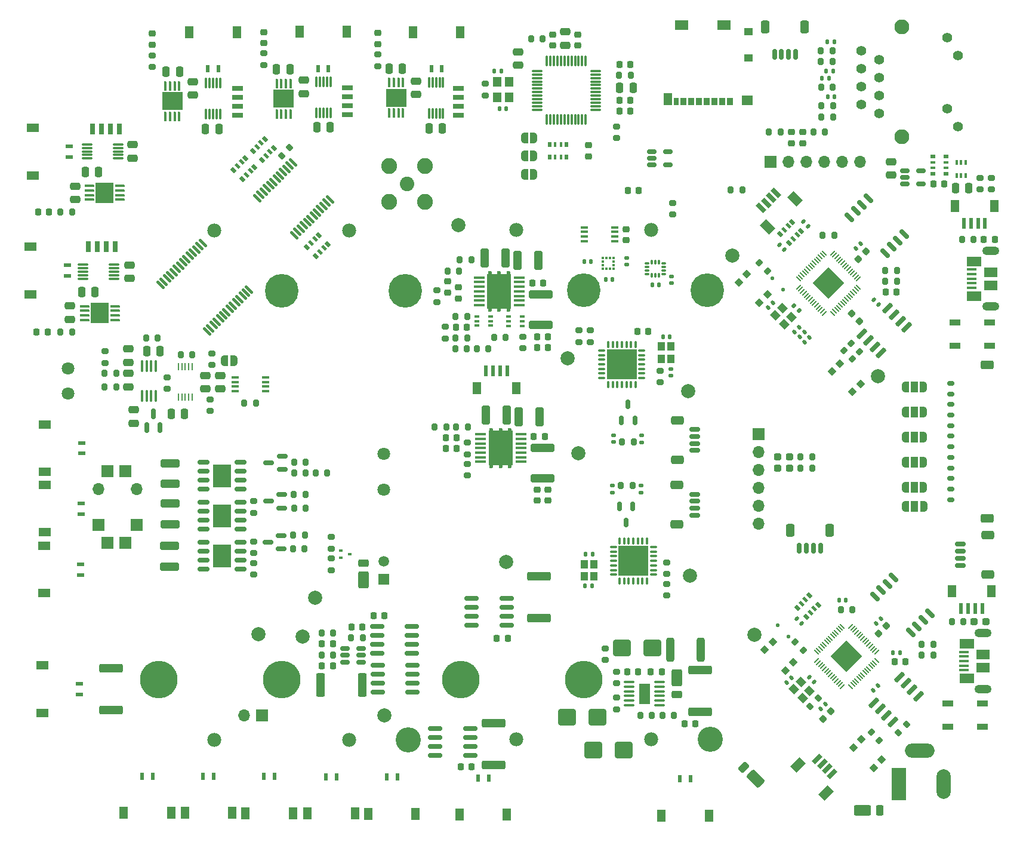
<source format=gbr>
%TF.GenerationSoftware,KiCad,Pcbnew,8.0.2-1*%
%TF.CreationDate,2024-05-28T14:08:19-07:00*%
%TF.ProjectId,flat_sat_dev_board,666c6174-5f73-4617-945f-6465765f626f,rev?*%
%TF.SameCoordinates,Original*%
%TF.FileFunction,Copper,L1,Top*%
%TF.FilePolarity,Positive*%
%FSLAX46Y46*%
G04 Gerber Fmt 4.6, Leading zero omitted, Abs format (unit mm)*
G04 Created by KiCad (PCBNEW 8.0.2-1) date 2024-05-28 14:08:19*
%MOMM*%
%LPD*%
G01*
G04 APERTURE LIST*
G04 Aperture macros list*
%AMRoundRect*
0 Rectangle with rounded corners*
0 $1 Rounding radius*
0 $2 $3 $4 $5 $6 $7 $8 $9 X,Y pos of 4 corners*
0 Add a 4 corners polygon primitive as box body*
4,1,4,$2,$3,$4,$5,$6,$7,$8,$9,$2,$3,0*
0 Add four circle primitives for the rounded corners*
1,1,$1+$1,$2,$3*
1,1,$1+$1,$4,$5*
1,1,$1+$1,$6,$7*
1,1,$1+$1,$8,$9*
0 Add four rect primitives between the rounded corners*
20,1,$1+$1,$2,$3,$4,$5,0*
20,1,$1+$1,$4,$5,$6,$7,0*
20,1,$1+$1,$6,$7,$8,$9,0*
20,1,$1+$1,$8,$9,$2,$3,0*%
%AMRotRect*
0 Rectangle, with rotation*
0 The origin of the aperture is its center*
0 $1 length*
0 $2 width*
0 $3 Rotation angle, in degrees counterclockwise*
0 Add horizontal line*
21,1,$1,$2,0,0,$3*%
%AMFreePoly0*
4,1,19,0.550000,-0.750000,0.000000,-0.750000,0.000000,-0.744911,-0.071157,-0.744911,-0.207708,-0.704816,-0.327430,-0.627875,-0.420627,-0.520320,-0.479746,-0.390866,-0.500000,-0.250000,-0.500000,0.250000,-0.479746,0.390866,-0.420627,0.520320,-0.327430,0.627875,-0.207708,0.704816,-0.071157,0.744911,0.000000,0.744911,0.000000,0.750000,0.550000,0.750000,0.550000,-0.750000,0.550000,-0.750000,
$1*%
%AMFreePoly1*
4,1,19,0.000000,0.744911,0.071157,0.744911,0.207708,0.704816,0.327430,0.627875,0.420627,0.520320,0.479746,0.390866,0.500000,0.250000,0.500000,-0.250000,0.479746,-0.390866,0.420627,-0.520320,0.327430,-0.627875,0.207708,-0.704816,0.071157,-0.744911,0.000000,-0.744911,0.000000,-0.750000,-0.550000,-0.750000,-0.550000,0.750000,0.000000,0.750000,0.000000,0.744911,0.000000,0.744911,
$1*%
%AMFreePoly2*
4,1,19,0.500000,-0.750000,0.000000,-0.750000,0.000000,-0.744911,-0.071157,-0.744911,-0.207708,-0.704816,-0.327430,-0.627875,-0.420627,-0.520320,-0.479746,-0.390866,-0.500000,-0.250000,-0.500000,0.250000,-0.479746,0.390866,-0.420627,0.520320,-0.327430,0.627875,-0.207708,0.704816,-0.071157,0.744911,0.000000,0.744911,0.000000,0.750000,0.500000,0.750000,0.500000,-0.750000,0.500000,-0.750000,
$1*%
%AMFreePoly3*
4,1,19,0.000000,0.744911,0.071157,0.744911,0.207708,0.704816,0.327430,0.627875,0.420627,0.520320,0.479746,0.390866,0.500000,0.250000,0.500000,-0.250000,0.479746,-0.390866,0.420627,-0.520320,0.327430,-0.627875,0.207708,-0.704816,0.071157,-0.744911,0.000000,-0.744911,0.000000,-0.750000,-0.500000,-0.750000,-0.500000,0.750000,0.000000,0.750000,0.000000,0.744911,0.000000,0.744911,
$1*%
G04 Aperture macros list end*
%TA.AperFunction,SMDPad,CuDef*%
%ADD10FreePoly0,180.000000*%
%TD*%
%TA.AperFunction,SMDPad,CuDef*%
%ADD11R,1.000000X1.500000*%
%TD*%
%TA.AperFunction,SMDPad,CuDef*%
%ADD12FreePoly1,180.000000*%
%TD*%
%TA.AperFunction,SMDPad,CuDef*%
%ADD13RoundRect,0.250000X-1.000000X-0.900000X1.000000X-0.900000X1.000000X0.900000X-1.000000X0.900000X0*%
%TD*%
%TA.AperFunction,SMDPad,CuDef*%
%ADD14RoundRect,0.225000X-0.225000X-0.250000X0.225000X-0.250000X0.225000X0.250000X-0.225000X0.250000X0*%
%TD*%
%TA.AperFunction,SMDPad,CuDef*%
%ADD15RoundRect,0.150000X0.150000X0.625000X-0.150000X0.625000X-0.150000X-0.625000X0.150000X-0.625000X0*%
%TD*%
%TA.AperFunction,SMDPad,CuDef*%
%ADD16RoundRect,0.250000X0.350000X0.650000X-0.350000X0.650000X-0.350000X-0.650000X0.350000X-0.650000X0*%
%TD*%
%TA.AperFunction,SMDPad,CuDef*%
%ADD17RoundRect,0.140000X-0.219203X-0.021213X-0.021213X-0.219203X0.219203X0.021213X0.021213X0.219203X0*%
%TD*%
%TA.AperFunction,SMDPad,CuDef*%
%ADD18RoundRect,0.200000X-0.335876X-0.053033X-0.053033X-0.335876X0.335876X0.053033X0.053033X0.335876X0*%
%TD*%
%TA.AperFunction,SMDPad,CuDef*%
%ADD19RotRect,0.900000X0.900000X315.000000*%
%TD*%
%TA.AperFunction,SMDPad,CuDef*%
%ADD20RoundRect,0.200000X0.275000X-0.200000X0.275000X0.200000X-0.275000X0.200000X-0.275000X-0.200000X0*%
%TD*%
%TA.AperFunction,SMDPad,CuDef*%
%ADD21RoundRect,0.140000X-0.021213X0.219203X-0.219203X0.021213X0.021213X-0.219203X0.219203X-0.021213X0*%
%TD*%
%TA.AperFunction,SMDPad,CuDef*%
%ADD22R,0.600000X1.000000*%
%TD*%
%TA.AperFunction,SMDPad,CuDef*%
%ADD23R,1.250000X1.800000*%
%TD*%
%TA.AperFunction,SMDPad,CuDef*%
%ADD24FreePoly2,0.000000*%
%TD*%
%TA.AperFunction,SMDPad,CuDef*%
%ADD25FreePoly3,0.000000*%
%TD*%
%TA.AperFunction,ComponentPad*%
%ADD26C,2.000000*%
%TD*%
%TA.AperFunction,ComponentPad*%
%ADD27C,1.800000*%
%TD*%
%TA.AperFunction,SMDPad,CuDef*%
%ADD28RoundRect,0.140000X0.140000X0.170000X-0.140000X0.170000X-0.140000X-0.170000X0.140000X-0.170000X0*%
%TD*%
%TA.AperFunction,SMDPad,CuDef*%
%ADD29RoundRect,0.218750X-0.256250X0.218750X-0.256250X-0.218750X0.256250X-0.218750X0.256250X0.218750X0*%
%TD*%
%TA.AperFunction,SMDPad,CuDef*%
%ADD30RoundRect,0.200000X-0.275000X0.200000X-0.275000X-0.200000X0.275000X-0.200000X0.275000X0.200000X0*%
%TD*%
%TA.AperFunction,SMDPad,CuDef*%
%ADD31RoundRect,0.100000X0.225000X0.100000X-0.225000X0.100000X-0.225000X-0.100000X0.225000X-0.100000X0*%
%TD*%
%TA.AperFunction,SMDPad,CuDef*%
%ADD32RoundRect,0.200000X-0.200000X-0.275000X0.200000X-0.275000X0.200000X0.275000X-0.200000X0.275000X0*%
%TD*%
%TA.AperFunction,SMDPad,CuDef*%
%ADD33R,1.000000X0.600000*%
%TD*%
%TA.AperFunction,SMDPad,CuDef*%
%ADD34R,1.800000X1.250000*%
%TD*%
%TA.AperFunction,SMDPad,CuDef*%
%ADD35RoundRect,0.150000X-0.825000X-0.150000X0.825000X-0.150000X0.825000X0.150000X-0.825000X0.150000X0*%
%TD*%
%TA.AperFunction,SMDPad,CuDef*%
%ADD36RoundRect,0.140000X-0.170000X0.140000X-0.170000X-0.140000X0.170000X-0.140000X0.170000X0.140000X0*%
%TD*%
%TA.AperFunction,SMDPad,CuDef*%
%ADD37RoundRect,0.250000X0.950000X0.500000X-0.950000X0.500000X-0.950000X-0.500000X0.950000X-0.500000X0*%
%TD*%
%TA.AperFunction,SMDPad,CuDef*%
%ADD38RoundRect,0.250000X0.275000X0.500000X-0.275000X0.500000X-0.275000X-0.500000X0.275000X-0.500000X0*%
%TD*%
%TA.AperFunction,SMDPad,CuDef*%
%ADD39RoundRect,0.100000X0.155000X0.100000X-0.155000X0.100000X-0.155000X-0.100000X0.155000X-0.100000X0*%
%TD*%
%TA.AperFunction,SMDPad,CuDef*%
%ADD40RoundRect,0.200000X0.335876X0.053033X0.053033X0.335876X-0.335876X-0.053033X-0.053033X-0.335876X0*%
%TD*%
%TA.AperFunction,SMDPad,CuDef*%
%ADD41RoundRect,0.075000X0.437500X0.075000X-0.437500X0.075000X-0.437500X-0.075000X0.437500X-0.075000X0*%
%TD*%
%TA.AperFunction,SMDPad,CuDef*%
%ADD42RoundRect,0.075000X0.075000X0.437500X-0.075000X0.437500X-0.075000X-0.437500X0.075000X-0.437500X0*%
%TD*%
%TA.AperFunction,HeatsinkPad*%
%ADD43R,4.250000X4.250000*%
%TD*%
%TA.AperFunction,SMDPad,CuDef*%
%ADD44RoundRect,0.225000X0.250000X-0.225000X0.250000X0.225000X-0.250000X0.225000X-0.250000X-0.225000X0*%
%TD*%
%TA.AperFunction,SMDPad,CuDef*%
%ADD45RoundRect,0.150000X0.662500X0.150000X-0.662500X0.150000X-0.662500X-0.150000X0.662500X-0.150000X0*%
%TD*%
%TA.AperFunction,HeatsinkPad*%
%ADD46R,2.514000X3.200000*%
%TD*%
%TA.AperFunction,SMDPad,CuDef*%
%ADD47RoundRect,0.100000X-0.687500X-0.100000X0.687500X-0.100000X0.687500X0.100000X-0.687500X0.100000X0*%
%TD*%
%TA.AperFunction,HeatsinkPad*%
%ADD48C,0.600000*%
%TD*%
%TA.AperFunction,HeatsinkPad*%
%ADD49R,3.400000X5.000000*%
%TD*%
%TA.AperFunction,SMDPad,CuDef*%
%ADD50RoundRect,0.150000X0.512500X0.150000X-0.512500X0.150000X-0.512500X-0.150000X0.512500X-0.150000X0*%
%TD*%
%TA.AperFunction,SMDPad,CuDef*%
%ADD51RoundRect,0.150000X-0.150000X-0.625000X0.150000X-0.625000X0.150000X0.625000X-0.150000X0.625000X0*%
%TD*%
%TA.AperFunction,SMDPad,CuDef*%
%ADD52RoundRect,0.250000X-0.350000X-0.650000X0.350000X-0.650000X0.350000X0.650000X-0.350000X0.650000X0*%
%TD*%
%TA.AperFunction,SMDPad,CuDef*%
%ADD53RoundRect,0.140000X-0.140000X-0.170000X0.140000X-0.170000X0.140000X0.170000X-0.140000X0.170000X0*%
%TD*%
%TA.AperFunction,SMDPad,CuDef*%
%ADD54RoundRect,0.087500X0.087500X-0.587500X0.087500X0.587500X-0.087500X0.587500X-0.087500X-0.587500X0*%
%TD*%
%TA.AperFunction,HeatsinkPad*%
%ADD55R,3.000000X2.500000*%
%TD*%
%TA.AperFunction,SMDPad,CuDef*%
%ADD56RoundRect,0.250000X-0.250000X-0.475000X0.250000X-0.475000X0.250000X0.475000X-0.250000X0.475000X0*%
%TD*%
%TA.AperFunction,SMDPad,CuDef*%
%ADD57RoundRect,0.150000X0.587500X0.150000X-0.587500X0.150000X-0.587500X-0.150000X0.587500X-0.150000X0*%
%TD*%
%TA.AperFunction,SMDPad,CuDef*%
%ADD58RoundRect,0.140000X0.219203X0.021213X0.021213X0.219203X-0.219203X-0.021213X-0.021213X-0.219203X0*%
%TD*%
%TA.AperFunction,SMDPad,CuDef*%
%ADD59RoundRect,0.225000X0.225000X0.250000X-0.225000X0.250000X-0.225000X-0.250000X0.225000X-0.250000X0*%
%TD*%
%TA.AperFunction,SMDPad,CuDef*%
%ADD60RoundRect,0.135000X0.226274X0.035355X0.035355X0.226274X-0.226274X-0.035355X-0.035355X-0.226274X0*%
%TD*%
%TA.AperFunction,SMDPad,CuDef*%
%ADD61RotRect,0.800000X0.500000X315.000000*%
%TD*%
%TA.AperFunction,SMDPad,CuDef*%
%ADD62RotRect,0.800000X0.400000X315.000000*%
%TD*%
%TA.AperFunction,SMDPad,CuDef*%
%ADD63RoundRect,0.250000X1.425000X-0.362500X1.425000X0.362500X-1.425000X0.362500X-1.425000X-0.362500X0*%
%TD*%
%TA.AperFunction,SMDPad,CuDef*%
%ADD64RoundRect,0.150000X0.150000X-0.512500X0.150000X0.512500X-0.150000X0.512500X-0.150000X-0.512500X0*%
%TD*%
%TA.AperFunction,SMDPad,CuDef*%
%ADD65RoundRect,0.100000X-0.225000X-0.100000X0.225000X-0.100000X0.225000X0.100000X-0.225000X0.100000X0*%
%TD*%
%TA.AperFunction,SMDPad,CuDef*%
%ADD66R,1.100000X0.400000*%
%TD*%
%TA.AperFunction,SMDPad,CuDef*%
%ADD67R,0.850000X1.100000*%
%TD*%
%TA.AperFunction,SMDPad,CuDef*%
%ADD68R,0.750000X1.100000*%
%TD*%
%TA.AperFunction,SMDPad,CuDef*%
%ADD69R,1.200000X1.000000*%
%TD*%
%TA.AperFunction,SMDPad,CuDef*%
%ADD70R,1.550000X1.350000*%
%TD*%
%TA.AperFunction,SMDPad,CuDef*%
%ADD71R,1.900000X1.350000*%
%TD*%
%TA.AperFunction,SMDPad,CuDef*%
%ADD72R,1.170000X1.800000*%
%TD*%
%TA.AperFunction,SMDPad,CuDef*%
%ADD73RoundRect,0.075000X0.662500X0.075000X-0.662500X0.075000X-0.662500X-0.075000X0.662500X-0.075000X0*%
%TD*%
%TA.AperFunction,SMDPad,CuDef*%
%ADD74RoundRect,0.075000X0.075000X0.662500X-0.075000X0.662500X-0.075000X-0.662500X0.075000X-0.662500X0*%
%TD*%
%TA.AperFunction,SMDPad,CuDef*%
%ADD75RoundRect,0.075000X0.075000X-0.650000X0.075000X0.650000X-0.075000X0.650000X-0.075000X-0.650000X0*%
%TD*%
%TA.AperFunction,SMDPad,CuDef*%
%ADD76RoundRect,0.150000X-0.565685X0.353553X0.353553X-0.565685X0.565685X-0.353553X-0.353553X0.565685X0*%
%TD*%
%TA.AperFunction,SMDPad,CuDef*%
%ADD77RoundRect,0.225000X0.017678X-0.335876X0.335876X-0.017678X-0.017678X0.335876X-0.335876X0.017678X0*%
%TD*%
%TA.AperFunction,SMDPad,CuDef*%
%ADD78RoundRect,0.150000X0.406586X0.618718X-0.618718X-0.406586X-0.406586X-0.618718X0.618718X0.406586X0*%
%TD*%
%TA.AperFunction,SMDPad,CuDef*%
%ADD79RoundRect,0.218750X-0.218750X-0.256250X0.218750X-0.256250X0.218750X0.256250X-0.218750X0.256250X0*%
%TD*%
%TA.AperFunction,SMDPad,CuDef*%
%ADD80RoundRect,0.250000X1.000000X0.900000X-1.000000X0.900000X-1.000000X-0.900000X1.000000X-0.900000X0*%
%TD*%
%TA.AperFunction,SMDPad,CuDef*%
%ADD81RoundRect,0.140000X0.021213X-0.219203X0.219203X-0.021213X-0.021213X0.219203X-0.219203X0.021213X0*%
%TD*%
%TA.AperFunction,SMDPad,CuDef*%
%ADD82RoundRect,0.225000X-0.250000X0.225000X-0.250000X-0.225000X0.250000X-0.225000X0.250000X0.225000X0*%
%TD*%
%TA.AperFunction,SMDPad,CuDef*%
%ADD83RoundRect,0.200000X0.200000X0.275000X-0.200000X0.275000X-0.200000X-0.275000X0.200000X-0.275000X0*%
%TD*%
%TA.AperFunction,SMDPad,CuDef*%
%ADD84RoundRect,0.237500X0.287500X0.237500X-0.287500X0.237500X-0.287500X-0.237500X0.287500X-0.237500X0*%
%TD*%
%TA.AperFunction,SMDPad,CuDef*%
%ADD85RoundRect,0.250000X-0.475000X0.250000X-0.475000X-0.250000X0.475000X-0.250000X0.475000X0.250000X0*%
%TD*%
%TA.AperFunction,SMDPad,CuDef*%
%ADD86RoundRect,0.075000X0.650000X0.075000X-0.650000X0.075000X-0.650000X-0.075000X0.650000X-0.075000X0*%
%TD*%
%TA.AperFunction,SMDPad,CuDef*%
%ADD87RoundRect,0.150000X0.625000X-0.150000X0.625000X0.150000X-0.625000X0.150000X-0.625000X-0.150000X0*%
%TD*%
%TA.AperFunction,SMDPad,CuDef*%
%ADD88RoundRect,0.250000X0.650000X-0.350000X0.650000X0.350000X-0.650000X0.350000X-0.650000X-0.350000X0*%
%TD*%
%TA.AperFunction,SMDPad,CuDef*%
%ADD89RotRect,0.800000X0.500000X135.000000*%
%TD*%
%TA.AperFunction,SMDPad,CuDef*%
%ADD90RotRect,0.800000X0.400000X135.000000*%
%TD*%
%TA.AperFunction,SMDPad,CuDef*%
%ADD91R,1.600000X0.700000*%
%TD*%
%TA.AperFunction,SMDPad,CuDef*%
%ADD92RoundRect,0.250000X0.475000X-0.250000X0.475000X0.250000X-0.475000X0.250000X-0.475000X-0.250000X0*%
%TD*%
%TA.AperFunction,SMDPad,CuDef*%
%ADD93RoundRect,0.225000X-0.017678X0.335876X-0.335876X0.017678X0.017678X-0.335876X0.335876X-0.017678X0*%
%TD*%
%TA.AperFunction,SMDPad,CuDef*%
%ADD94R,0.375000X0.350000*%
%TD*%
%TA.AperFunction,SMDPad,CuDef*%
%ADD95R,0.350000X0.375000*%
%TD*%
%TA.AperFunction,SMDPad,CuDef*%
%ADD96RoundRect,0.100000X-0.625000X-0.100000X0.625000X-0.100000X0.625000X0.100000X-0.625000X0.100000X0*%
%TD*%
%TA.AperFunction,HeatsinkPad*%
%ADD97R,1.650000X2.850000*%
%TD*%
%TA.AperFunction,ComponentPad*%
%ADD98R,1.700000X1.700000*%
%TD*%
%TA.AperFunction,ComponentPad*%
%ADD99O,1.700000X1.700000*%
%TD*%
%TA.AperFunction,SMDPad,CuDef*%
%ADD100RoundRect,0.087500X0.587500X0.087500X-0.587500X0.087500X-0.587500X-0.087500X0.587500X-0.087500X0*%
%TD*%
%TA.AperFunction,HeatsinkPad*%
%ADD101R,2.500000X3.000000*%
%TD*%
%TA.AperFunction,SMDPad,CuDef*%
%ADD102RoundRect,0.250000X-0.325000X-1.100000X0.325000X-1.100000X0.325000X1.100000X-0.325000X1.100000X0*%
%TD*%
%TA.AperFunction,SMDPad,CuDef*%
%ADD103RoundRect,0.250000X-0.312500X-1.450000X0.312500X-1.450000X0.312500X1.450000X-0.312500X1.450000X0*%
%TD*%
%TA.AperFunction,SMDPad,CuDef*%
%ADD104R,0.700000X1.600000*%
%TD*%
%TA.AperFunction,SMDPad,CuDef*%
%ADD105R,0.600000X1.550000*%
%TD*%
%TA.AperFunction,SMDPad,CuDef*%
%ADD106R,1.200000X1.800000*%
%TD*%
%TA.AperFunction,SMDPad,CuDef*%
%ADD107RoundRect,0.250000X-1.450000X0.312500X-1.450000X-0.312500X1.450000X-0.312500X1.450000X0.312500X0*%
%TD*%
%TA.AperFunction,SMDPad,CuDef*%
%ADD108RoundRect,0.125000X-0.176777X0.000000X0.000000X-0.176777X0.176777X0.000000X0.000000X0.176777X0*%
%TD*%
%TA.AperFunction,SMDPad,CuDef*%
%ADD109R,0.800000X0.500000*%
%TD*%
%TA.AperFunction,SMDPad,CuDef*%
%ADD110R,0.800000X0.400000*%
%TD*%
%TA.AperFunction,SMDPad,CuDef*%
%ADD111RoundRect,0.250000X-0.362500X-1.425000X0.362500X-1.425000X0.362500X1.425000X-0.362500X1.425000X0*%
%TD*%
%TA.AperFunction,SMDPad,CuDef*%
%ADD112RoundRect,0.250000X-1.425000X0.362500X-1.425000X-0.362500X1.425000X-0.362500X1.425000X0.362500X0*%
%TD*%
%TA.AperFunction,SMDPad,CuDef*%
%ADD113R,1.500000X0.900000*%
%TD*%
%TA.AperFunction,SMDPad,CuDef*%
%ADD114R,1.200000X1.400000*%
%TD*%
%TA.AperFunction,SMDPad,CuDef*%
%ADD115RoundRect,0.200000X-0.053033X0.335876X-0.335876X0.053033X0.053033X-0.335876X0.335876X-0.053033X0*%
%TD*%
%TA.AperFunction,SMDPad,CuDef*%
%ADD116R,1.380000X0.450000*%
%TD*%
%TA.AperFunction,ComponentPad*%
%ADD117O,2.416000X1.208000*%
%TD*%
%TA.AperFunction,SMDPad,CuDef*%
%ADD118R,2.100000X1.475000*%
%TD*%
%TA.AperFunction,SMDPad,CuDef*%
%ADD119R,1.900000X1.375000*%
%TD*%
%TA.AperFunction,SMDPad,CuDef*%
%ADD120RoundRect,0.140000X0.170000X-0.140000X0.170000X0.140000X-0.170000X0.140000X-0.170000X-0.140000X0*%
%TD*%
%TA.AperFunction,SMDPad,CuDef*%
%ADD121RoundRect,0.250000X-1.100000X0.325000X-1.100000X-0.325000X1.100000X-0.325000X1.100000X0.325000X0*%
%TD*%
%TA.AperFunction,SMDPad,CuDef*%
%ADD122RoundRect,0.087500X-0.225000X-0.087500X0.225000X-0.087500X0.225000X0.087500X-0.225000X0.087500X0*%
%TD*%
%TA.AperFunction,SMDPad,CuDef*%
%ADD123RoundRect,0.087500X-0.087500X-0.225000X0.087500X-0.225000X0.087500X0.225000X-0.087500X0.225000X0*%
%TD*%
%TA.AperFunction,ComponentPad*%
%ADD124R,1.508000X1.508000*%
%TD*%
%TA.AperFunction,ComponentPad*%
%ADD125C,1.508000*%
%TD*%
%TA.AperFunction,SMDPad,CuDef*%
%ADD126RoundRect,0.250000X0.500000X-0.950000X0.500000X0.950000X-0.500000X0.950000X-0.500000X-0.950000X0*%
%TD*%
%TA.AperFunction,SMDPad,CuDef*%
%ADD127RoundRect,0.250000X0.500000X-0.275000X0.500000X0.275000X-0.500000X0.275000X-0.500000X-0.275000X0*%
%TD*%
%TA.AperFunction,SMDPad,CuDef*%
%ADD128RoundRect,0.218750X0.218750X0.256250X-0.218750X0.256250X-0.218750X-0.256250X0.218750X-0.256250X0*%
%TD*%
%TA.AperFunction,SMDPad,CuDef*%
%ADD129R,0.250000X1.100000*%
%TD*%
%TA.AperFunction,SMDPad,CuDef*%
%ADD130RoundRect,0.150000X-0.512500X-0.150000X0.512500X-0.150000X0.512500X0.150000X-0.512500X0.150000X0*%
%TD*%
%TA.AperFunction,SMDPad,CuDef*%
%ADD131RoundRect,0.075000X-0.437500X-0.075000X0.437500X-0.075000X0.437500X0.075000X-0.437500X0.075000X0*%
%TD*%
%TA.AperFunction,SMDPad,CuDef*%
%ADD132RoundRect,0.075000X-0.075000X-0.437500X0.075000X-0.437500X0.075000X0.437500X-0.075000X0.437500X0*%
%TD*%
%TA.AperFunction,SMDPad,CuDef*%
%ADD133RoundRect,0.125000X0.176777X0.000000X0.000000X0.176777X-0.176777X0.000000X0.000000X-0.176777X0*%
%TD*%
%TA.AperFunction,SMDPad,CuDef*%
%ADD134RoundRect,0.150000X0.150000X-0.587500X0.150000X0.587500X-0.150000X0.587500X-0.150000X-0.587500X0*%
%TD*%
%TA.AperFunction,SMDPad,CuDef*%
%ADD135RoundRect,0.250000X0.250000X0.475000X-0.250000X0.475000X-0.250000X-0.475000X0.250000X-0.475000X0*%
%TD*%
%TA.AperFunction,SMDPad,CuDef*%
%ADD136RoundRect,0.225000X-0.335876X-0.017678X-0.017678X-0.335876X0.335876X0.017678X0.017678X0.335876X0*%
%TD*%
%TA.AperFunction,SMDPad,CuDef*%
%ADD137RoundRect,0.250000X-1.025305X0.318198X0.318198X-1.025305X1.025305X-0.318198X-0.318198X1.025305X0*%
%TD*%
%TA.AperFunction,SMDPad,CuDef*%
%ADD138RoundRect,0.250000X-0.548008X-0.159099X-0.159099X-0.548008X0.548008X0.159099X0.159099X0.548008X0*%
%TD*%
%TA.AperFunction,SMDPad,CuDef*%
%ADD139RoundRect,0.150000X-0.150000X0.512500X-0.150000X-0.512500X0.150000X-0.512500X0.150000X0.512500X0*%
%TD*%
%TA.AperFunction,SMDPad,CuDef*%
%ADD140RoundRect,0.050000X-0.309359X0.238649X0.238649X-0.309359X0.309359X-0.238649X-0.238649X0.309359X0*%
%TD*%
%TA.AperFunction,SMDPad,CuDef*%
%ADD141RoundRect,0.050000X-0.309359X-0.238649X-0.238649X-0.309359X0.309359X0.238649X0.238649X0.309359X0*%
%TD*%
%TA.AperFunction,HeatsinkPad*%
%ADD142RotRect,3.200000X3.200000X315.000000*%
%TD*%
%TA.AperFunction,SMDPad,CuDef*%
%ADD143R,1.000000X1.150000*%
%TD*%
%TA.AperFunction,SMDPad,CuDef*%
%ADD144RoundRect,0.100000X0.100000X-0.712500X0.100000X0.712500X-0.100000X0.712500X-0.100000X-0.712500X0*%
%TD*%
%TA.AperFunction,HeatsinkPad*%
%ADD145C,0.500000*%
%TD*%
%TA.AperFunction,SMDPad,CuDef*%
%ADD146RoundRect,0.150000X0.350000X-0.150000X0.350000X0.150000X-0.350000X0.150000X-0.350000X-0.150000X0*%
%TD*%
%TA.AperFunction,SMDPad,CuDef*%
%ADD147RoundRect,0.250000X0.650000X-0.375000X0.650000X0.375000X-0.650000X0.375000X-0.650000X-0.375000X0*%
%TD*%
%TA.AperFunction,SMDPad,CuDef*%
%ADD148RoundRect,0.250000X-0.500000X0.950000X-0.500000X-0.950000X0.500000X-0.950000X0.500000X0.950000X0*%
%TD*%
%TA.AperFunction,SMDPad,CuDef*%
%ADD149RoundRect,0.250000X-0.500000X0.275000X-0.500000X-0.275000X0.500000X-0.275000X0.500000X0.275000X0*%
%TD*%
%TA.AperFunction,SMDPad,CuDef*%
%ADD150R,0.500000X0.800000*%
%TD*%
%TA.AperFunction,SMDPad,CuDef*%
%ADD151R,0.400000X0.800000*%
%TD*%
%TA.AperFunction,SMDPad,CuDef*%
%ADD152RoundRect,0.100000X-0.100000X0.225000X-0.100000X-0.225000X0.100000X-0.225000X0.100000X0.225000X0*%
%TD*%
%TA.AperFunction,SMDPad,CuDef*%
%ADD153RoundRect,0.100000X-0.521491X0.380070X0.380070X-0.521491X0.521491X-0.380070X-0.380070X0.521491X0*%
%TD*%
%TA.AperFunction,ComponentPad*%
%ADD154R,2.000000X4.600000*%
%TD*%
%TA.AperFunction,ComponentPad*%
%ADD155O,2.000000X4.200000*%
%TD*%
%TA.AperFunction,ComponentPad*%
%ADD156O,4.200000X2.000000*%
%TD*%
%TA.AperFunction,SMDPad,CuDef*%
%ADD157RotRect,1.150000X1.000000X315.000000*%
%TD*%
%TA.AperFunction,SMDPad,CuDef*%
%ADD158RoundRect,0.250000X0.325000X1.100000X-0.325000X1.100000X-0.325000X-1.100000X0.325000X-1.100000X0*%
%TD*%
%TA.AperFunction,SMDPad,CuDef*%
%ADD159RotRect,0.600000X1.550000X225.000000*%
%TD*%
%TA.AperFunction,SMDPad,CuDef*%
%ADD160RotRect,1.200000X1.800000X225.000000*%
%TD*%
%TA.AperFunction,SMDPad,CuDef*%
%ADD161RotRect,0.600000X1.550000X135.000000*%
%TD*%
%TA.AperFunction,SMDPad,CuDef*%
%ADD162RotRect,1.200000X1.800000X135.000000*%
%TD*%
%TA.AperFunction,ComponentPad*%
%ADD163C,1.397000*%
%TD*%
%TA.AperFunction,ComponentPad*%
%ADD164C,2.108200*%
%TD*%
%TA.AperFunction,ComponentPad*%
%ADD165C,4.770000*%
%TD*%
%TA.AperFunction,ComponentPad*%
%ADD166C,5.325000*%
%TD*%
%TA.AperFunction,ComponentPad*%
%ADD167C,3.570000*%
%TD*%
%TA.AperFunction,ComponentPad*%
%ADD168C,1.980000*%
%TD*%
%TA.AperFunction,ComponentPad*%
%ADD169C,2.050000*%
%TD*%
%TA.AperFunction,ComponentPad*%
%ADD170C,2.250000*%
%TD*%
G04 APERTURE END LIST*
D10*
%TO.P,JP2,1,A*%
%TO.N,FC_SCL0*%
X204275000Y-96150000D03*
D11*
%TO.P,JP2,2,C*%
%TO.N,Net-(J9-Pin_7)*%
X202975000Y-96150000D03*
D12*
%TO.P,JP2,3,B*%
%TO.N,/Flight Computer Stuff/BURN_RELAY_A {slash} D5*%
X201675000Y-96150000D03*
%TD*%
D13*
%TO.P,D8,1,K*%
%TO.N,Net-(D6-K)*%
X157452817Y-136971446D03*
%TO.P,D8,2,A*%
%TO.N,+9V*%
X161752817Y-136971446D03*
%TD*%
D14*
%TO.P,C67,1*%
%TO.N,GND*%
X138627817Y-139363946D03*
%TO.P,C67,2*%
%TO.N,+3V3*%
X140177817Y-139363946D03*
%TD*%
D15*
%TO.P,J8,1,Pin_1*%
%TO.N,GND*%
X186125000Y-38325000D03*
%TO.P,J8,2,Pin_2*%
%TO.N,+3V3*%
X185125000Y-38325000D03*
%TO.P,J8,3,Pin_3*%
%TO.N,/Flight Computer Stuff/SDA1*%
X184125000Y-38325000D03*
%TO.P,J8,4,Pin_4*%
%TO.N,/Flight Computer Stuff/SCL1*%
X183125000Y-38325000D03*
D16*
%TO.P,J8,MP*%
%TO.N,N/C*%
X187425000Y-34450000D03*
X181825000Y-34450000D03*
%TD*%
D17*
%TO.P,C77,1,1*%
%TO.N,GND*%
X188110589Y-126685589D03*
%TO.P,C77,2,2*%
%TO.N,Net-(IC5-XIN)*%
X188789411Y-127364411D03*
%TD*%
D18*
%TO.P,R5,1*%
%TO.N,FC_RESET*%
X194041637Y-79316637D03*
%TO.P,R5,2*%
%TO.N,Net-(U2-~{RESET})*%
X195208363Y-80483363D03*
%TD*%
D19*
%TO.P,SW4,A,P*%
%TO.N,/Electrical Power System Stuff/~{RESET}*%
X198355508Y-138386395D03*
%TO.P,SW4,A',P1*%
X195456371Y-135487258D03*
%TO.P,SW4,B,S*%
%TO.N,GND*%
X197224137Y-139517766D03*
%TO.P,SW4,B',S1*%
X194325000Y-136618629D03*
%TD*%
D20*
%TO.P,R86,1*%
%TO.N,VBUSP*%
X136452817Y-78633946D03*
%TO.P,R86,2*%
%TO.N,Net-(Q12A-C1)*%
X136452817Y-76983946D03*
%TD*%
D21*
%TO.P,C88,1,1*%
%TO.N,+3V3*%
X190389411Y-130435589D03*
%TO.P,C88,2,2*%
%TO.N,GND*%
X189710589Y-131114411D03*
%TD*%
D22*
%TO.P,J17,1,Pin_1*%
%TO.N,VBatt*%
X93432817Y-140718946D03*
%TO.P,J17,2,Pin_2*%
%TO.N,Net-(J17-Pin_2)*%
X94932817Y-140718946D03*
D23*
%TO.P,J17,S1*%
%TO.N,N/C*%
X90827817Y-145908946D03*
%TO.P,J17,S2*%
X97537817Y-145908946D03*
%TD*%
D24*
%TO.P,JP8,1,A*%
%TO.N,GND*%
X147675002Y-55412500D03*
D25*
%TO.P,JP8,2,B*%
%TO.N,Net-(JP8-B)*%
X148975000Y-55412500D03*
%TD*%
D20*
%TO.P,FB2,1*%
%TO.N,+3V3*%
X160750000Y-50212500D03*
%TO.P,FB2,2*%
%TO.N,VDDA*%
X160750000Y-48562500D03*
%TD*%
D26*
%TO.P,TP10,1,1*%
%TO.N,GND*%
X109902817Y-120571446D03*
%TD*%
D14*
%TO.P,C92,1*%
%TO.N,Net-(Q12A-C1)*%
X137952817Y-77058946D03*
%TO.P,C92,2*%
%TO.N,Net-(Q11B-B2)*%
X139502817Y-77058946D03*
%TD*%
D27*
%TO.P,J34,1,Pin_1*%
%TO.N,Net-(J34-Pin_1)*%
X82877817Y-86421446D03*
%TO.P,J34,2,Pin_2*%
%TO.N,Net-(J34-Pin_2)*%
X82877817Y-82921446D03*
%TD*%
D28*
%TO.P,C4,1,1*%
%TO.N,/Flight Computer Stuff/RCT*%
X190855000Y-41725000D03*
%TO.P,C4,2,2*%
%TO.N,GNDA*%
X189895000Y-41725000D03*
%TD*%
D29*
%TO.P,D18,1,K*%
%TO.N,GND*%
X126850000Y-35337499D03*
%TO.P,D18,2,A*%
%TO.N,Net-(D18-A)*%
X126850000Y-36912501D03*
%TD*%
D28*
%TO.P,C6,1,1*%
%TO.N,Net-(C6-Pad1)*%
X191605000Y-36575000D03*
%TO.P,C6,2,2*%
%TO.N,/Flight Computer Stuff/RX-*%
X190645000Y-36575000D03*
%TD*%
D30*
%TO.P,R88,1*%
%TO.N,Net-(Q12B-B2)*%
X147452817Y-78383946D03*
%TO.P,R88,2*%
%TO.N,/Electrical Power System Stuff/VBUS_RESET*%
X147452817Y-80033946D03*
%TD*%
D31*
%TO.P,Q11,1,E1*%
%TO.N,GND*%
X142827817Y-76821446D03*
%TO.P,Q11,2,B1*%
%TO.N,Net-(Q11A-B1)*%
X142827816Y-76171446D03*
%TO.P,Q11,3,C2*%
X142827817Y-75521446D03*
%TO.P,Q11,4,E2*%
%TO.N,GND*%
X140927817Y-75521446D03*
%TO.P,Q11,5,B2*%
%TO.N,Net-(Q11B-B2)*%
X140927818Y-76171446D03*
%TO.P,Q11,6,C1*%
%TO.N,/Electrical Power System Stuff/3V3_EN*%
X140927817Y-76821446D03*
%TD*%
D32*
%TO.P,R53,1,1*%
%TO.N,Net-(Q10-Gate)*%
X114992501Y-96200000D03*
%TO.P,R53,2,2*%
%TO.N,PACK+*%
X116642501Y-96200000D03*
%TD*%
D19*
%TO.P,SW1,A,P*%
%TO.N,/Flight Computer Stuff/D3*%
X182115254Y-72433883D03*
%TO.P,SW1,A',P1*%
X179216117Y-69534746D03*
%TO.P,SW1,B,S*%
%TO.N,GND*%
X180983883Y-73565254D03*
%TO.P,SW1,B',S1*%
X178084746Y-70666117D03*
%TD*%
D33*
%TO.P,J26,1,Pin_1*%
%TO.N,/Electrical Power System Stuff/Jetson_pwr*%
X84827501Y-93450000D03*
%TO.P,J26,2,Pin_2*%
%TO.N,GND*%
X84827501Y-94950000D03*
D34*
%TO.P,J26,S1*%
%TO.N,N/C*%
X79637500Y-90845000D03*
%TO.P,J26,S2*%
X79637500Y-97555000D03*
%TD*%
D19*
%TO.P,SW3,A,P*%
%TO.N,/Electrical Power System Stuff/USBBOOT*%
X185790254Y-124577512D03*
%TO.P,SW3,A',P1*%
X182891117Y-121678375D03*
%TO.P,SW3,B,S*%
%TO.N,GND*%
X184658883Y-125708883D03*
%TO.P,SW3,B',S1*%
X181759746Y-122809746D03*
%TD*%
D35*
%TO.P,Q8,1,S*%
%TO.N,PACK-*%
X126777817Y-119506446D03*
%TO.P,Q8,2,S*%
X126777817Y-120776446D03*
%TO.P,Q8,3,S*%
X126777817Y-122046446D03*
%TO.P,Q8,4,G*%
%TO.N,Net-(Q8-G)*%
X126777817Y-123316446D03*
%TO.P,Q8,5,D*%
%TO.N,Net-(Q7-D-Pad5)*%
X131727817Y-123316446D03*
%TO.P,Q8,6,D*%
X131727817Y-122046446D03*
%TO.P,Q8,7,D*%
X131727817Y-120776446D03*
%TO.P,Q8,8,D*%
X131727817Y-119506446D03*
%TD*%
D36*
%TO.P,C16,1,1*%
%TO.N,+3V3*%
X168550000Y-69845000D03*
%TO.P,C16,2,2*%
%TO.N,GND*%
X168550000Y-70805000D03*
%TD*%
D37*
%TO.P,D9,1,1*%
%TO.N,VBatt*%
X195650000Y-145575000D03*
D38*
%TO.P,D9,2,2*%
%TO.N,+9V*%
X198025000Y-145575000D03*
%TD*%
D26*
%TO.P,TP9,1,1*%
%TO.N,BM*%
X117977817Y-115396446D03*
%TD*%
D39*
%TO.P,Q2,1,B*%
%TO.N,/Electrical Power System Stuff/BURN_RELAY_A*%
X121625001Y-108700000D03*
%TO.P,Q2,2,E*%
%TO.N,Net-(Q2-E)*%
X121625001Y-109700000D03*
%TO.P,Q2,3,C*%
%TO.N,Net-(Q2-C)*%
X122915001Y-109200000D03*
%TD*%
D29*
%TO.P,D20,1,K*%
%TO.N,GND*%
X94900000Y-35437499D03*
%TO.P,D20,2,A*%
%TO.N,Net-(D20-A)*%
X94900000Y-37012501D03*
%TD*%
D24*
%TO.P,JP9,1,A*%
%TO.N,GND*%
X147675005Y-52762499D03*
D25*
%TO.P,JP9,2,B*%
%TO.N,Net-(JP9-B)*%
X148975003Y-52762499D03*
%TD*%
D35*
%TO.P,U19,1,A1*%
%TO.N,+3V3*%
X135002817Y-133908946D03*
%TO.P,U19,2,A0*%
%TO.N,GND*%
X135002817Y-135178946D03*
%TO.P,U19,3,SDA*%
%TO.N,/Electrical Power System Stuff/SDA0*%
X135002817Y-136448946D03*
%TO.P,U19,4,SCL*%
%TO.N,/Electrical Power System Stuff/SCL0*%
X135002817Y-137718946D03*
%TO.P,U19,5,VS*%
%TO.N,+3V3*%
X139952817Y-137718946D03*
%TO.P,U19,6,GND*%
%TO.N,GND*%
X139952817Y-136448946D03*
%TO.P,U19,7,IN-*%
%TO.N,VSOLAR_I*%
X139952817Y-135178946D03*
%TO.P,U19,8,IN+*%
%TO.N,VSOLAR*%
X139952817Y-133908946D03*
%TD*%
D40*
%TO.P,R69,1,1*%
%TO.N,/Electrical Power System Stuff/QSPI_CS*%
X187233363Y-122876992D03*
%TO.P,R69,2,2*%
%TO.N,Net-(D16-Pad2)*%
X186066637Y-121710266D03*
%TD*%
D30*
%TO.P,R33,1,1*%
%TO.N,Net-(Q2-E)*%
X120300001Y-109825000D03*
%TO.P,R33,2,2*%
%TO.N,GND*%
X120300001Y-111475000D03*
%TD*%
D32*
%TO.P,R81,1*%
%TO.N,VBUSP*%
X137902817Y-78583946D03*
%TO.P,R81,2*%
%TO.N,Net-(Q11A-B1)*%
X139552817Y-78583946D03*
%TD*%
D21*
%TO.P,C2,1,1*%
%TO.N,GND*%
X182939411Y-73560589D03*
%TO.P,C2,2,2*%
%TO.N,Net-(C2-Pad2)*%
X182260589Y-74239411D03*
%TD*%
D14*
%TO.P,C46,1,1*%
%TO.N,Net-(D6-K)*%
X162267817Y-125911446D03*
%TO.P,C46,2,2*%
%TO.N,GND*%
X163817817Y-125911446D03*
%TD*%
D22*
%TO.P,J22,1,Pin_1*%
%TO.N,VBatt1*%
X128132817Y-140831446D03*
%TO.P,J22,2,Pin_2*%
%TO.N,VBUSP*%
X129632817Y-140831446D03*
D23*
%TO.P,J22,S1*%
%TO.N,N/C*%
X125527817Y-146021446D03*
%TO.P,J22,S2*%
X132237817Y-146021446D03*
%TD*%
D41*
%TO.P,U24,1,CS*%
%TO.N,/Electrical Power System Stuff/SPI0_CS0*%
X165942500Y-112120000D03*
%TO.P,U24,2,RESET*%
%TO.N,Net-(U24-RESET)*%
X165942500Y-111470000D03*
%TO.P,U24,3,VDD@1*%
%TO.N,+3V3*%
X165942500Y-110820000D03*
%TO.P,U24,4,TXCAN*%
%TO.N,/Electrical Power System Stuff/TXCAN*%
X165942500Y-110170000D03*
%TO.P,U24,5,RXCAN*%
%TO.N,/Electrical Power System Stuff/RXCAN*%
X165942500Y-109520000D03*
%TO.P,U24,6,CLKOUT*%
%TO.N,unconnected-(U24-CLKOUT-Pad6)*%
X165942500Y-108870000D03*
%TO.P,U24,7,TX0RTS*%
%TO.N,unconnected-(U24-TX0RTS-Pad7)*%
X165942500Y-108220000D03*
D42*
%TO.P,U24,8,TX1RTS*%
%TO.N,unconnected-(U24-TX1RTS-Pad8)*%
X165055000Y-107332500D03*
%TO.P,U24,9,TX2RTS*%
%TO.N,unconnected-(U24-TX2RTS-Pad9)*%
X164405000Y-107332500D03*
%TO.P,U24,10,RXD*%
%TO.N,/Electrical Power System Stuff/RXCAN*%
X163755000Y-107332500D03*
%TO.P,U24,11,VIO*%
%TO.N,+3V3*%
X163105000Y-107332500D03*
%TO.P,U24,12,CANL*%
%TO.N,/Electrical Power System Stuff/CANL*%
X162455000Y-107332500D03*
%TO.P,U24,13,CANH*%
%TO.N,/Electrical Power System Stuff/CANH*%
X161805000Y-107332500D03*
%TO.P,U24,14,NC*%
%TO.N,unconnected-(U24-NC-Pad14)*%
X161155000Y-107332500D03*
D41*
%TO.P,U24,15,STBY*%
%TO.N,GND*%
X160267500Y-108220000D03*
%TO.P,U24,16,TXD*%
%TO.N,/Electrical Power System Stuff/TXCAN*%
X160267500Y-108870000D03*
%TO.P,U24,17,NC@1*%
%TO.N,unconnected-(U24-NC@1-Pad17)*%
X160267500Y-109520000D03*
%TO.P,U24,18,VSS@1*%
%TO.N,GND*%
X160267500Y-110170000D03*
%TO.P,U24,19,VDDA*%
%TO.N,+5V*%
X160267500Y-110820000D03*
%TO.P,U24,20,OSC2*%
%TO.N,Net-(U24-OSC2)*%
X160267500Y-111470000D03*
%TO.P,U24,21,OSC1*%
%TO.N,Net-(U24-OSC1)*%
X160267500Y-112120000D03*
D42*
%TO.P,U24,22,GND*%
%TO.N,GND*%
X161155000Y-113007500D03*
%TO.P,U24,23,RX1BF*%
%TO.N,unconnected-(U24-RX1BF-Pad23)*%
X161805000Y-113007500D03*
%TO.P,U24,24,RX0BF*%
%TO.N,unconnected-(U24-RX0BF-Pad24)*%
X162455000Y-113007500D03*
%TO.P,U24,25,INT*%
%TO.N,unconnected-(U24-INT-Pad25)*%
X163105000Y-113007500D03*
%TO.P,U24,26,SCK*%
%TO.N,/Electrical Power System Stuff/SPI0_SCK*%
X163755000Y-113007500D03*
%TO.P,U24,27,SI*%
%TO.N,/Electrical Power System Stuff/SPI0_MOSI*%
X164405000Y-113007500D03*
%TO.P,U24,28,SO*%
%TO.N,/Electrical Power System Stuff/SPI0_MISO*%
X165055000Y-113007500D03*
D43*
%TO.P,U24,29,GND@1*%
%TO.N,GND*%
X163105000Y-110170000D03*
%TD*%
D44*
%TO.P,C50,1,1*%
%TO.N,GND*%
X151027817Y-101608946D03*
%TO.P,C50,2,2*%
%TO.N,+5V*%
X151027817Y-100058946D03*
%TD*%
D30*
%TO.P,R35,1,1*%
%TO.N,GND*%
X160717817Y-125886446D03*
%TO.P,R35,2,2*%
%TO.N,Net-(IC4-VIN_REG)*%
X160717817Y-127536446D03*
%TD*%
D14*
%TO.P,C57,1*%
%TO.N,B-*%
X123127817Y-119521446D03*
%TO.P,C57,2*%
%TO.N,Net-(U14-V-)*%
X124677817Y-119521446D03*
%TD*%
%TO.P,C32,1,1*%
%TO.N,GND*%
X163650000Y-77625000D03*
%TO.P,C32,2,2*%
%TO.N,+5V*%
X165200000Y-77625000D03*
%TD*%
D32*
%TO.P,R14,1,1*%
%TO.N,Net-(D3-K)*%
X188650000Y-49399999D03*
%TO.P,R14,2,2*%
%TO.N,GND*%
X190300000Y-49399999D03*
%TD*%
D45*
%TO.P,Q10,1,Source*%
%TO.N,PACK+*%
X107380001Y-100005000D03*
%TO.P,Q10,2,Source*%
X107380000Y-98735000D03*
%TO.P,Q10,3,Source*%
X107380000Y-97465000D03*
%TO.P,Q10,4,Gate*%
%TO.N,Net-(Q10-Gate)*%
X107380001Y-96195000D03*
%TO.P,Q10,5,Drain*%
%TO.N,/Electrical Power System Stuff/Jetson_pwr*%
X102104999Y-96195000D03*
%TO.P,Q10,6,Drain*%
X102105000Y-97465000D03*
%TO.P,Q10,7,Drain*%
X102105000Y-98735000D03*
%TO.P,Q10,8,Drain*%
X102104999Y-100005000D03*
D46*
%TO.P,Q10,9*%
%TO.N,N/C*%
X104742500Y-98100000D03*
%TD*%
D30*
%TO.P,R45,1,1*%
%TO.N,Net-(Q4-D)*%
X109262500Y-107425000D03*
%TO.P,R45,2,2*%
%TO.N,Net-(K1-PadNO)*%
X109262500Y-109075000D03*
%TD*%
D47*
%TO.P,U25,1,VO*%
%TO.N,+3V3*%
X141227817Y-70008946D03*
%TO.P,U25,2,VFB*%
%TO.N,Net-(U25-VFB)*%
X141227817Y-70658946D03*
%TO.P,U25,3,VREG5*%
%TO.N,Net-(U25-VREG5)*%
X141227817Y-71308946D03*
%TO.P,U25,4,SS*%
%TO.N,Net-(U25-SS)*%
X141227817Y-71958946D03*
%TO.P,U25,5,GND*%
%TO.N,GND*%
X141227817Y-72608946D03*
%TO.P,U25,6,PG*%
%TO.N,Net-(U25-PG)*%
X141227817Y-73258946D03*
%TO.P,U25,7,EN*%
%TO.N,/Electrical Power System Stuff/3V3_EN*%
X141227817Y-73908946D03*
%TO.P,U25,8,PGND1*%
%TO.N,GND*%
X146952817Y-73908946D03*
%TO.P,U25,9,PGND2*%
X146952817Y-73258946D03*
%TO.P,U25,10,SW1*%
%TO.N,Net-(U25-SW1)*%
X146952817Y-72608946D03*
%TO.P,U25,11,SW2*%
X146952817Y-71958946D03*
%TO.P,U25,12,VBST*%
%TO.N,Net-(U25-VBST)*%
X146952817Y-71308946D03*
%TO.P,U25,13,VIN*%
%TO.N,VBUSP*%
X146952817Y-70658946D03*
%TO.P,U25,14,VCC*%
X146952817Y-70008946D03*
D48*
%TO.P,U25,15,EPAD*%
%TO.N,GND*%
X142790317Y-69358946D03*
X142790317Y-70658946D03*
X142790317Y-71958946D03*
X142790317Y-73258946D03*
X142790317Y-74558946D03*
X144090317Y-69358946D03*
X144090317Y-70658946D03*
X144090317Y-71958946D03*
D49*
X144090317Y-71958946D03*
D48*
X144090317Y-73258946D03*
X144090317Y-74558946D03*
X145390317Y-69358946D03*
X145390317Y-70658946D03*
X145390317Y-71958946D03*
X145390317Y-73258946D03*
X145390317Y-74558946D03*
%TD*%
D44*
%TO.P,C17,1,1*%
%TO.N,VDDA*%
X155250000Y-37112500D03*
%TO.P,C17,2,2*%
%TO.N,GNDA*%
X155250000Y-35562500D03*
%TD*%
D50*
%TO.P,U14,1,DOUT*%
%TO.N,Net-(Q7-G)*%
X124477817Y-124521445D03*
%TO.P,U14,2,COUT*%
%TO.N,Net-(Q8-G)*%
X124477817Y-123571446D03*
%TO.P,U14,3,V-*%
%TO.N,Net-(U14-V-)*%
X124477817Y-122621447D03*
%TO.P,U14,4,VC*%
%TO.N,Net-(U14-VC)*%
X122202817Y-122621447D03*
%TO.P,U14,5,VDD*%
%TO.N,/Electrical Power System Stuff/VDD*%
X122202817Y-123571446D03*
%TO.P,U14,6,VSS*%
%TO.N,B-*%
X122202817Y-124521445D03*
%TD*%
D28*
%TO.P,C3,1,1*%
%TO.N,Net-(C3-Pad1)*%
X191430000Y-40700000D03*
%TO.P,C3,2,2*%
%TO.N,/Flight Computer Stuff/RX+*%
X190470000Y-40700000D03*
%TD*%
D51*
%TO.P,J32,1,Pin_1*%
%TO.N,GND*%
X186675000Y-108350000D03*
%TO.P,J32,2,Pin_2*%
%TO.N,+3V3*%
X187675000Y-108350000D03*
%TO.P,J32,3,Pin_3*%
%TO.N,EPS_SDA1*%
X188675000Y-108350000D03*
%TO.P,J32,4,Pin_4*%
%TO.N,EPS_SCL1*%
X189675000Y-108350000D03*
D52*
%TO.P,J32,MP*%
%TO.N,N/C*%
X185375000Y-105825000D03*
X190975000Y-105825000D03*
%TD*%
D32*
%TO.P,R55,1*%
%TO.N,BM*%
X118890317Y-120408946D03*
%TO.P,R55,2*%
%TO.N,Net-(U14-VC)*%
X120540317Y-120408946D03*
%TD*%
D53*
%TO.P,C87,1,1*%
%TO.N,+3V3*%
X192320000Y-115775000D03*
%TO.P,C87,2,2*%
%TO.N,GND*%
X193280000Y-115775000D03*
%TD*%
D36*
%TO.P,C27,1,1*%
%TO.N,+3V3*%
X162207500Y-67227500D03*
%TO.P,C27,2,2*%
%TO.N,GND*%
X162207500Y-68187500D03*
%TD*%
D14*
%TO.P,C68,1*%
%TO.N,GND*%
X143727817Y-121196446D03*
%TO.P,C68,2*%
%TO.N,+3V3*%
X145277817Y-121196446D03*
%TD*%
D20*
%TO.P,R66,1*%
%TO.N,Net-(U17-REF)*%
X96952817Y-85771445D03*
%TO.P,R66,2*%
%TO.N,Net-(U17-+Vs)*%
X96952817Y-84121445D03*
%TD*%
D14*
%TO.P,C71,1,1*%
%TO.N,GND*%
X149452817Y-78408946D03*
%TO.P,C71,2,2*%
%TO.N,+3V3*%
X151002817Y-78408946D03*
%TD*%
D54*
%TO.P,U28,1,SDA*%
%TO.N,/Payload Stuff/F0_SDA*%
X128490000Y-46695000D03*
%TO.P,U28,2,SCL*%
%TO.N,/Payload Stuff/F0_SCL*%
X129140000Y-46695000D03*
%TO.P,U28,3,Alert*%
%TO.N,unconnected-(U28-Alert-Pad3)*%
X129790000Y-46695000D03*
%TO.P,U28,4,GND*%
%TO.N,GND*%
X130440000Y-46695000D03*
%TO.P,U28,5,A2*%
X130440000Y-42345000D03*
%TO.P,U28,6,A1*%
%TO.N,/Payload Stuff/F0_ENB*%
X129790000Y-42345000D03*
%TO.P,U28,7,A0*%
X129140000Y-42345000D03*
%TO.P,U28,8,VDD*%
X128490000Y-42345000D03*
D55*
%TO.P,U28,9,EP/GND*%
%TO.N,GND*%
X129465000Y-44520000D03*
%TD*%
D10*
%TO.P,JP3,1,A*%
%TO.N,FC_SDA0*%
X204275000Y-92600000D03*
D11*
%TO.P,JP3,2,C*%
%TO.N,Net-(J9-Pin_8)*%
X202975000Y-92600000D03*
D12*
%TO.P,JP3,3,B*%
%TO.N,/Flight Computer Stuff/D6*%
X201675000Y-92600000D03*
%TD*%
D56*
%TO.P,C66,1*%
%TO.N,Net-(U17-+Vs)*%
X94077818Y-80421446D03*
%TO.P,C66,2*%
%TO.N,GND*%
X95977816Y-80421446D03*
%TD*%
D21*
%TO.P,C7,1,1*%
%TO.N,GND*%
X195389411Y-65185589D03*
%TO.P,C7,2,2*%
%TO.N,1.2V*%
X194710589Y-65864411D03*
%TD*%
D57*
%TO.P,Q3,1,G*%
%TO.N,Net-(Q3-G)*%
X113250000Y-102675000D03*
%TO.P,Q3,2,S*%
%TO.N,GND*%
X113250000Y-100775000D03*
%TO.P,Q3,3,D*%
%TO.N,Net-(Q3-D)*%
X111374999Y-101725000D03*
%TD*%
D58*
%TO.P,C10,1,1*%
%TO.N,+3V3*%
X187903822Y-62703822D03*
%TO.P,C10,2,2*%
%TO.N,GND*%
X187225000Y-62025000D03*
%TD*%
D56*
%TO.P,C97,1*%
%TO.N,Net-(U27-REG)*%
X134125000Y-48875000D03*
%TO.P,C97,2*%
%TO.N,GND*%
X136025000Y-48875000D03*
%TD*%
D59*
%TO.P,C53,1,1*%
%TO.N,Net-(U16-SW1)*%
X150527817Y-92583946D03*
%TO.P,C53,2,2*%
%TO.N,Net-(U16-VBST)*%
X148977817Y-92583946D03*
%TD*%
D14*
%TO.P,C45,1,1*%
%TO.N,2.8V*%
X205650001Y-56750000D03*
%TO.P,C45,2,2*%
%TO.N,GND*%
X207200001Y-56750000D03*
%TD*%
D59*
%TO.P,C60,1,1*%
%TO.N,Net-(U16-VREG5)*%
X138027817Y-92708946D03*
%TO.P,C60,2,2*%
%TO.N,GND*%
X136477817Y-92708946D03*
%TD*%
D60*
%TO.P,R3,1,1*%
%TO.N,Net-(IC1-XOUT)*%
X186635624Y-74710624D03*
%TO.P,R3,2,2*%
%TO.N,Net-(C2-Pad2)*%
X185914376Y-73989376D03*
%TD*%
D33*
%TO.P,J39,1,Pin_1*%
%TO.N,Net-(J39-Pin_1)*%
X83099999Y-51400000D03*
%TO.P,J39,2,Pin_2*%
%TO.N,Net-(J39-Pin_2)*%
X83099999Y-52900000D03*
D34*
%TO.P,J39,S1*%
%TO.N,N/C*%
X77909998Y-48795000D03*
%TO.P,J39,S2*%
X77909998Y-55505000D03*
%TD*%
D61*
%TO.P,R94,1,R1.1*%
%TO.N,/Payload Stuff/Break_SCL*%
X118498483Y-63977720D03*
D62*
%TO.P,R94,2,R2.1*%
%TO.N,/Payload Stuff/Break_SDA*%
X117932798Y-64543405D03*
%TO.P,R94,3,R3.1*%
%TO.N,/Payload Stuff/F4_SCL*%
X117367112Y-65109091D03*
D61*
%TO.P,R94,4,R4.1*%
%TO.N,/Payload Stuff/F4_SDA*%
X116801427Y-65674776D03*
%TO.P,R94,5,R4.2*%
%TO.N,+3V3*%
X118074219Y-66947568D03*
D62*
%TO.P,R94,6,R3.2*%
X118639904Y-66381883D03*
%TO.P,R94,7,R2.2*%
X119205590Y-65816197D03*
D61*
%TO.P,R94,8,R1.2*%
X119771275Y-65250512D03*
%TD*%
D14*
%TO.P,C19,1,1*%
%TO.N,VDDA*%
X161125000Y-44862500D03*
%TO.P,C19,2,2*%
%TO.N,GNDA*%
X162675000Y-44862500D03*
%TD*%
D35*
%TO.P,U20,1,A1*%
%TO.N,GND*%
X140177817Y-115516446D03*
%TO.P,U20,2,A0*%
X140177817Y-116786446D03*
%TO.P,U20,3,SDA*%
%TO.N,/Electrical Power System Stuff/SDA0*%
X140177817Y-118056446D03*
%TO.P,U20,4,SCL*%
%TO.N,/Electrical Power System Stuff/SCL0*%
X140177817Y-119326446D03*
%TO.P,U20,5,VS*%
%TO.N,+3V3*%
X145127817Y-119326446D03*
%TO.P,U20,6,GND*%
%TO.N,GND*%
X145127817Y-118056446D03*
%TO.P,U20,7,IN-*%
%TO.N,VBATT_SENSE*%
X145127817Y-116786446D03*
%TO.P,U20,8,IN+*%
%TO.N,PACK+*%
X145127817Y-115516446D03*
%TD*%
D63*
%TO.P,R46,1,1*%
%TO.N,VBATT_SENSE*%
X172592817Y-131548946D03*
%TO.P,R46,2,2*%
%TO.N,Net-(IC4-SENSE)*%
X172592817Y-125623946D03*
%TD*%
D56*
%TO.P,C96,1*%
%TO.N,/Payload Stuff/F0_ENB*%
X128475000Y-40350000D03*
%TO.P,C96,2*%
%TO.N,GND*%
X130375000Y-40350000D03*
%TD*%
D64*
%TO.P,D5,1,1*%
%TO.N,/Flight Computer Stuff/CANL*%
X161412500Y-90275000D03*
%TO.P,D5,2,2*%
%TO.N,/Flight Computer Stuff/CANH*%
X163312500Y-90275000D03*
%TO.P,D5,3,3*%
%TO.N,GND*%
X162362500Y-88000000D03*
%TD*%
D36*
%TO.P,C30,1,1*%
%TO.N,GND*%
X164325000Y-92390000D03*
%TO.P,C30,2,2*%
%TO.N,/Flight Computer Stuff/CANH*%
X164325000Y-93350000D03*
%TD*%
D65*
%TO.P,Q12,1,E1*%
%TO.N,GND*%
X145427817Y-75558946D03*
%TO.P,Q12,2,B1*%
%TO.N,Net-(Q12A-B1)*%
X145427817Y-76208946D03*
%TO.P,Q12,3,C2*%
%TO.N,Net-(Q12A-C1)*%
X145427817Y-76858946D03*
%TO.P,Q12,4,E2*%
%TO.N,GND*%
X147327817Y-76858946D03*
%TO.P,Q12,5,B2*%
%TO.N,Net-(Q12B-B2)*%
X147327817Y-76208946D03*
%TO.P,Q12,6,C1*%
%TO.N,Net-(Q12A-C1)*%
X147327817Y-75558946D03*
%TD*%
D32*
%TO.P,FB3,1*%
%TO.N,Net-(U17-+Vs)*%
X94002817Y-78596446D03*
%TO.P,FB3,2*%
%TO.N,+3.3V*%
X95652817Y-78596446D03*
%TD*%
%TO.P,R85,1*%
%TO.N,Net-(R84-Pad2)*%
X140902817Y-80133946D03*
%TO.P,R85,2*%
%TO.N,Net-(Q11B-B2)*%
X142552817Y-80133946D03*
%TD*%
D53*
%TO.P,C28,1,1*%
%TO.N,Net-(U7-C1)*%
X159177500Y-70282500D03*
%TO.P,C28,2,2*%
%TO.N,GND*%
X160137500Y-70282500D03*
%TD*%
D28*
%TO.P,C41,1,1*%
%TO.N,+3V3*%
X157112500Y-67732500D03*
%TO.P,C41,2,2*%
%TO.N,GND*%
X156152500Y-67732500D03*
%TD*%
D66*
%TO.P,IC3,1,SDA*%
%TO.N,/Electrical Power System Stuff/SDA0*%
X106602816Y-84171445D03*
%TO.P,IC3,2,SCL*%
%TO.N,/Electrical Power System Stuff/SCL0*%
X106602816Y-84821446D03*
%TO.P,IC3,3,OS*%
%TO.N,Net-(IC3-OS)*%
X106602816Y-85471446D03*
%TO.P,IC3,4,GND*%
%TO.N,GND*%
X106602816Y-86121447D03*
%TO.P,IC3,5,A2*%
%TO.N,+3V3*%
X110902816Y-86121447D03*
%TO.P,IC3,6,A1*%
X110902816Y-85471446D03*
%TO.P,IC3,7,A0*%
X110902816Y-84821446D03*
%TO.P,IC3,8,VCC*%
X110902816Y-84171445D03*
%TD*%
D67*
%TO.P,J4,1,DAT2*%
%TO.N,unconnected-(J4-DAT2-Pad1)*%
X176830001Y-45025000D03*
%TO.P,J4,2,CD/DAT3*%
%TO.N,/Flight Computer Stuff/SPI0_CS1*%
X175730000Y-45025000D03*
%TO.P,J4,3,CMD*%
%TO.N,/Flight Computer Stuff/SPI0_MOSI*%
X174630001Y-45025000D03*
%TO.P,J4,4,VDD*%
%TO.N,+3V3*%
X173530000Y-45025000D03*
%TO.P,J4,5,CLK*%
%TO.N,/Flight Computer Stuff/SPI0_SCK*%
X172430000Y-45025000D03*
%TO.P,J4,6,VSS*%
%TO.N,GND*%
X171330000Y-45025000D03*
%TO.P,J4,7,DAT0*%
%TO.N,/Flight Computer Stuff/SPI0_MISO*%
X170230000Y-45025000D03*
D68*
%TO.P,J4,8,DAT1*%
%TO.N,unconnected-(J4-DAT1-Pad8)*%
X169180000Y-45025000D03*
D69*
%TO.P,J4,9*%
%TO.N,N/C*%
X179465000Y-38875000D03*
%TO.P,J4,10*%
X179465000Y-35175000D03*
D70*
%TO.P,J4,11*%
X179290000Y-44900000D03*
D71*
X175965000Y-34200000D03*
X169995000Y-34200000D03*
D72*
X167970000Y-44675000D03*
%TD*%
D73*
%TO.P,U6,1,TXN*%
%TO.N,/Flight Computer Stuff/TX-*%
X157762500Y-46212500D03*
%TO.P,U6,2,TXP*%
%TO.N,/Flight Computer Stuff/TX+*%
X157762500Y-45712500D03*
%TO.P,U6,3,AGND*%
%TO.N,GNDA*%
X157762500Y-45212500D03*
%TO.P,U6,4,AVDD*%
%TO.N,VDDA*%
X157762500Y-44712499D03*
%TO.P,U6,5,RXN*%
%TO.N,/Flight Computer Stuff/RX-*%
X157762500Y-44212500D03*
%TO.P,U6,6,RXP*%
%TO.N,/Flight Computer Stuff/RX+*%
X157762500Y-43712500D03*
%TO.P,U6,7,DNC*%
%TO.N,unconnected-(U6-DNC-Pad7)*%
X157762500Y-43212500D03*
%TO.P,U6,8,AVDD*%
%TO.N,VDDA*%
X157762500Y-42712500D03*
%TO.P,U6,9,AGND*%
%TO.N,GNDA*%
X157762500Y-42212501D03*
%TO.P,U6,10,EXRES1*%
%TO.N,Net-(U6-EXRES1)*%
X157762500Y-41712500D03*
%TO.P,U6,11,AVDD*%
%TO.N,VDDA*%
X157762500Y-41212500D03*
%TO.P,U6,12,NC*%
%TO.N,unconnected-(U6-NC-Pad12)*%
X157762500Y-40712500D03*
D74*
%TO.P,U6,13,NC*%
%TO.N,unconnected-(U6-NC-Pad13)*%
X156350000Y-39300000D03*
%TO.P,U6,14,AGND*%
%TO.N,GNDA*%
X155850000Y-39300000D03*
%TO.P,U6,15,AVDD*%
%TO.N,VDDA*%
X155350000Y-39300000D03*
%TO.P,U6,16,AGND*%
%TO.N,GNDA*%
X154849999Y-39300000D03*
%TO.P,U6,17,AVDD*%
%TO.N,VDDA*%
X154350000Y-39300000D03*
%TO.P,U6,18,VBG*%
%TO.N,unconnected-(U6-VBG-Pad18)*%
X153850000Y-39300000D03*
%TO.P,U6,19,AGND*%
%TO.N,GNDA*%
X153350000Y-39300000D03*
%TO.P,U6,20,TOCAP*%
%TO.N,Net-(U6-TOCAP)*%
X152850000Y-39300000D03*
%TO.P,U6,21,AVDD*%
%TO.N,VDDA*%
X152350001Y-39300000D03*
%TO.P,U6,22,1V20*%
%TO.N,Net-(U6-1V20)*%
X151850000Y-39300000D03*
%TO.P,U6,23,RSVD*%
%TO.N,GND*%
X151350000Y-39300000D03*
%TO.P,U6,24,SPDLED*%
%TO.N,unconnected-(U6-SPDLED-Pad24)*%
X150850000Y-39300000D03*
D73*
%TO.P,U6,25,LINKLED*%
%TO.N,/Flight Computer Stuff/GREENLED*%
X149437500Y-40712500D03*
%TO.P,U6,26,DUPLED*%
%TO.N,unconnected-(U6-DUPLED-Pad26)*%
X149437500Y-41212500D03*
%TO.P,U6,27,ACTLED*%
%TO.N,/Flight Computer Stuff/YELLOWLED*%
X149437500Y-41712500D03*
%TO.P,U6,28,VDD*%
%TO.N,+3V3*%
X149437500Y-42212501D03*
%TO.P,U6,29,GND*%
%TO.N,GND*%
X149437500Y-42712500D03*
%TO.P,U6,30,XI/CLKIN*%
%TO.N,Net-(U6-XI{slash}CLKIN)*%
X149437500Y-43212500D03*
%TO.P,U6,31,XO*%
%TO.N,Net-(U6-XO)*%
X149437500Y-43712500D03*
%TO.P,U6,32,SCSN*%
%TO.N,/Flight Computer Stuff/SPI0_CS3*%
X149437500Y-44212500D03*
%TO.P,U6,33,SCLK*%
%TO.N,/Flight Computer Stuff/SPI0_SCK*%
X149437500Y-44712499D03*
%TO.P,U6,34,MISO*%
%TO.N,/Flight Computer Stuff/MISO_ETHER*%
X149437500Y-45212500D03*
%TO.P,U6,35,MOSI*%
%TO.N,/Flight Computer Stuff/SPI0_MOSI*%
X149437500Y-45712500D03*
%TO.P,U6,36,INTN*%
%TO.N,Net-(R26-R4.1)*%
X149437500Y-46212500D03*
D74*
%TO.P,U6,37,RSTN*%
%TO.N,unconnected-(U6-RSTN-Pad37)*%
X150850000Y-47625000D03*
%TO.P,U6,38,RSVD*%
%TO.N,unconnected-(U6-RSVD-Pad38)*%
X151350000Y-47625000D03*
%TO.P,U6,39,RSVD*%
%TO.N,unconnected-(U6-RSVD-Pad39)*%
X151850000Y-47625000D03*
%TO.P,U6,40,RSVD*%
%TO.N,unconnected-(U6-RSVD-Pad40)*%
X152350001Y-47625000D03*
%TO.P,U6,41,RSVD*%
%TO.N,unconnected-(U6-RSVD-Pad41)*%
X152850000Y-47625000D03*
%TO.P,U6,42,RSVD*%
%TO.N,unconnected-(U6-RSVD-Pad42)*%
X153350000Y-47625000D03*
%TO.P,U6,43,PMODE2*%
%TO.N,Net-(JP10-B)*%
X153850000Y-47625000D03*
%TO.P,U6,44,PMODE1*%
%TO.N,Net-(JP9-B)*%
X154350000Y-47625000D03*
%TO.P,U6,45,PMODE0*%
%TO.N,Net-(JP8-B)*%
X154849999Y-47625000D03*
%TO.P,U6,46,NC*%
%TO.N,unconnected-(U6-NC-Pad46)*%
X155350000Y-47625000D03*
%TO.P,U6,47,NC*%
%TO.N,unconnected-(U6-NC-Pad47)*%
X155850000Y-47625000D03*
%TO.P,U6,48,AGND*%
%TO.N,GNDA*%
X156350000Y-47625000D03*
%TD*%
D75*
%TO.P,U27,1,REG*%
%TO.N,Net-(U27-REG)*%
X134125000Y-46775000D03*
%TO.P,U27,2,SCL*%
%TO.N,/Payload Stuff/F0_SCL*%
X134625001Y-46775000D03*
%TO.P,U27,3,SDA*%
%TO.N,/Payload Stuff/F0_SDA*%
X135125000Y-46775000D03*
%TO.P,U27,4,IN/TRIG*%
%TO.N,GND*%
X135624999Y-46775000D03*
%TO.P,U27,5,EN*%
%TO.N,/Payload Stuff/F0_ENB*%
X136125000Y-46775000D03*
%TO.P,U27,6,VDD/NC*%
%TO.N,unconnected-(U27-VDD{slash}NC-Pad6)*%
X136125000Y-42375000D03*
%TO.P,U27,7,OUT+*%
%TO.N,Net-(J33-Pin_1)*%
X135624999Y-42375000D03*
%TO.P,U27,8,GND*%
%TO.N,GND*%
X135125000Y-42375000D03*
%TO.P,U27,9,OUT-*%
%TO.N,Net-(J33-Pin_2)*%
X134625001Y-42375000D03*
%TO.P,U27,10,VDD*%
%TO.N,/Payload Stuff/F0_ENB*%
X134125000Y-42375000D03*
%TD*%
D26*
%TO.P,TP1,1,1*%
%TO.N,/Flight Computer Stuff/D3*%
X177150000Y-66925000D03*
%TD*%
D76*
%TO.P,U1,1,SSEL*%
%TO.N,/Flight Computer Stuff/QSPI_CS*%
X196451454Y-58757377D03*
%TO.P,U1,2,MISO*%
%TO.N,/Flight Computer Stuff/QSPI_DATA[1]*%
X195553428Y-59655403D03*
%TO.P,U1,3,WP#/IO2*%
%TO.N,/Flight Computer Stuff/QSPI_DATA[2]*%
X194655403Y-60553428D03*
%TO.P,U1,4,VSS*%
%TO.N,GND*%
X193757377Y-61451454D03*
%TO.P,U1,5,MOSI*%
%TO.N,/Flight Computer Stuff/QSPI_DATA[0]*%
X198848546Y-66542623D03*
%TO.P,U1,6,SCK*%
%TO.N,/Flight Computer Stuff/QSPI_SCK*%
X199746572Y-65644597D03*
%TO.P,U1,7,HOLD#/IO3*%
%TO.N,/Flight Computer Stuff/QSPI_DATA[3]*%
X200644597Y-64746572D03*
%TO.P,U1,8,VCC*%
%TO.N,+3V3*%
X201542623Y-63848546D03*
%TD*%
D77*
%TO.P,C9,1,1*%
%TO.N,+3V3*%
X195003984Y-67371016D03*
%TO.P,C9,2,2*%
%TO.N,GND*%
X196100000Y-66275000D03*
%TD*%
D78*
%TO.P,U21,1,~{MR}*%
%TO.N,Net-(U21-~{MR})*%
X203571876Y-129348905D03*
%TO.P,U21,2,VCC*%
%TO.N,+3V3*%
X202673851Y-128450880D03*
%TO.P,U21,3,GND*%
%TO.N,GND*%
X201775825Y-127552854D03*
%TO.P,U21,4,PFI*%
X200877800Y-126654829D03*
%TO.P,U21,5,~{PFO}*%
%TO.N,unconnected-(U21-~{PFO}-Pad5)*%
X197236200Y-130296429D03*
%TO.P,U21,6,~{WDI}*%
%TO.N,/Electrical Power System Stuff/WDT_WDI*%
X198134225Y-131194454D03*
%TO.P,U21,7,~{RESET}*%
%TO.N,Net-(U21-~{RESET})*%
X199032251Y-132092480D03*
%TO.P,U21,8,~{WDO}*%
%TO.N,Net-(U21-~{MR})*%
X199930276Y-132990505D03*
%TD*%
D79*
%TO.P,D22,1,K*%
%TO.N,GND*%
X78437500Y-77750000D03*
%TO.P,D22,2,A*%
%TO.N,Net-(D22-A)*%
X80012500Y-77750000D03*
%TD*%
D59*
%TO.P,C61,1*%
%TO.N,B-*%
X120490317Y-125033946D03*
%TO.P,C61,2*%
%TO.N,/Electrical Power System Stuff/VDD*%
X118940317Y-125033946D03*
%TD*%
D14*
%TO.P,C70,1,1*%
%TO.N,GND*%
X149452817Y-79958946D03*
%TO.P,C70,2,2*%
%TO.N,+3V3*%
X151002817Y-79958946D03*
%TD*%
D56*
%TO.P,C100,1*%
%TO.N,Net-(U30-REG)*%
X118200000Y-48700000D03*
%TO.P,C100,2*%
%TO.N,GND*%
X120100000Y-48700000D03*
%TD*%
D30*
%TO.P,FB4,1*%
%TO.N,AVDD*%
X103102817Y-87296446D03*
%TO.P,FB4,2*%
%TO.N,+3.3V*%
X103102817Y-88946446D03*
%TD*%
D59*
%TO.P,C58,1,1*%
%TO.N,Net-(U16-SS)*%
X138027817Y-94258946D03*
%TO.P,C58,2,2*%
%TO.N,GND*%
X136477817Y-94258946D03*
%TD*%
D80*
%TO.P,D6,1,K*%
%TO.N,Net-(D6-K)*%
X158027818Y-132371446D03*
%TO.P,D6,2,A*%
%TO.N,VSOLAR_I*%
X153727816Y-132371446D03*
%TD*%
D53*
%TO.P,C25,1,1*%
%TO.N,Net-(U5-OSC1)*%
X167345000Y-78400000D03*
%TO.P,C25,2,2*%
%TO.N,GND*%
X168305000Y-78400000D03*
%TD*%
D81*
%TO.P,C90,1,1*%
%TO.N,+3V3*%
X197110589Y-128489411D03*
%TO.P,C90,2,2*%
%TO.N,GND*%
X197789411Y-127810589D03*
%TD*%
D28*
%TO.P,C80,1,1*%
%TO.N,GND*%
X200930000Y-123225000D03*
%TO.P,C80,2,2*%
%TO.N,1.2V*%
X199970000Y-123225000D03*
%TD*%
D82*
%TO.P,C91,1,1*%
%TO.N,Net-(U25-VREG5)*%
X136802817Y-70558946D03*
%TO.P,C91,2,2*%
%TO.N,GND*%
X136802817Y-72108946D03*
%TD*%
D83*
%TO.P,R38,1,1*%
%TO.N,/Electrical Power System Stuff/ENAB_BURN*%
X116612500Y-100775000D03*
%TO.P,R38,2,2*%
%TO.N,GND*%
X114962500Y-100775000D03*
%TD*%
D84*
%TO.P,D13,1,1*%
%TO.N,GND*%
X213174999Y-118800000D03*
%TO.P,D13,2,2*%
%TO.N,Net-(D13-Pad2)*%
X211425001Y-118800000D03*
%TD*%
D85*
%TO.P,C101,1*%
%TO.N,/Payload Stuff/F2_ENB*%
X100625000Y-42225001D03*
%TO.P,C101,2*%
%TO.N,GND*%
X100625000Y-44124999D03*
%TD*%
D83*
%TO.P,R96,1*%
%TO.N,/Payload Stuff/F3_ENB*%
X83475000Y-60725000D03*
%TO.P,R96,2*%
%TO.N,Net-(D21-A)*%
X81825000Y-60725000D03*
%TD*%
D54*
%TO.P,U34,1,SDA*%
%TO.N,/Payload Stuff/F2_SDA*%
X96760000Y-47155000D03*
%TO.P,U34,2,SCL*%
%TO.N,/Payload Stuff/F2_SCL*%
X97410000Y-47155000D03*
%TO.P,U34,3,Alert*%
%TO.N,unconnected-(U34-Alert-Pad3)*%
X98060000Y-47155000D03*
%TO.P,U34,4,GND*%
%TO.N,GND*%
X98710000Y-47155000D03*
%TO.P,U34,5,A2*%
X98710000Y-42805000D03*
%TO.P,U34,6,A1*%
%TO.N,/Payload Stuff/F2_ENB*%
X98060000Y-42805000D03*
%TO.P,U34,7,A0*%
X97410000Y-42805000D03*
%TO.P,U34,8,VDD*%
X96760000Y-42805000D03*
D55*
%TO.P,U34,9,EP/GND*%
%TO.N,GND*%
X97735000Y-44980000D03*
%TD*%
D20*
%TO.P,R36,1*%
%TO.N,+3V3*%
X160742817Y-131236446D03*
%TO.P,R36,2*%
%TO.N,/Electrical Power System Stuff/CHRG'*%
X160742817Y-129586446D03*
%TD*%
D82*
%TO.P,C39,1,1*%
%TO.N,+3V3*%
X156775000Y-51262500D03*
%TO.P,C39,2,2*%
%TO.N,GND*%
X156775000Y-52812500D03*
%TD*%
D14*
%TO.P,C5,1,1*%
%TO.N,1.2V*%
X198900000Y-72075000D03*
%TO.P,C5,2,2*%
%TO.N,GND*%
X200450000Y-72075000D03*
%TD*%
D32*
%TO.P,R58,1,1*%
%TO.N,VBUS*%
X208275000Y-118800000D03*
%TO.P,R58,2,2*%
%TO.N,Net-(D13-Pad2)*%
X209925000Y-118800000D03*
%TD*%
%TO.P,R12,1,1*%
%TO.N,+3V3*%
X176925000Y-57575000D03*
%TO.P,R12,2,2*%
%TO.N,/Flight Computer Stuff/SPI0_CS1*%
X178575000Y-57575000D03*
%TD*%
D83*
%TO.P,R83,1*%
%TO.N,Net-(Q12A-B1)*%
X145002817Y-78508946D03*
%TO.P,R83,2*%
%TO.N,Net-(Q11A-B1)*%
X143352817Y-78508946D03*
%TD*%
D32*
%TO.P,R41,1,1*%
%TO.N,Net-(Q3-G)*%
X114987500Y-102700000D03*
%TO.P,R41,2,2*%
%TO.N,/Electrical Power System Stuff/ENAB_BURN*%
X116637500Y-102700000D03*
%TD*%
D86*
%TO.P,U37,1,REG*%
%TO.N,Net-(U37-REG)*%
X89999999Y-53125000D03*
%TO.P,U37,2,SCL*%
%TO.N,/Payload Stuff/F3_SCL*%
X89999999Y-52624999D03*
%TO.P,U37,3,SDA*%
%TO.N,/Payload Stuff/F3_SDA*%
X89999999Y-52125000D03*
%TO.P,U37,4,IN/TRIG*%
%TO.N,GND*%
X89999999Y-51625001D03*
%TO.P,U37,5,EN*%
%TO.N,/Payload Stuff/F3_ENB*%
X89999999Y-51125000D03*
%TO.P,U37,6,VDD/NC*%
%TO.N,unconnected-(U37-VDD{slash}NC-Pad6)*%
X85599999Y-51125000D03*
%TO.P,U37,7,OUT+*%
%TO.N,Net-(J39-Pin_1)*%
X85599999Y-51625001D03*
%TO.P,U37,8,GND*%
%TO.N,GND*%
X85599999Y-52125000D03*
%TO.P,U37,9,OUT-*%
%TO.N,Net-(J39-Pin_2)*%
X85599999Y-52624999D03*
%TO.P,U37,10,VDD*%
%TO.N,/Payload Stuff/F3_ENB*%
X85599999Y-53125000D03*
%TD*%
D20*
%TO.P,R82,1,1*%
%TO.N,Net-(U25-PG)*%
X135277817Y-73458946D03*
%TO.P,R82,2,2*%
%TO.N,Net-(U25-VREG5)*%
X135277817Y-71808946D03*
%TD*%
D24*
%TO.P,JP12,1,A*%
%TO.N,Net-(JP12-A)*%
X105127818Y-81821446D03*
D25*
%TO.P,JP12,2,B*%
%TO.N,+3.3V*%
X106427816Y-81821446D03*
%TD*%
D85*
%TO.P,C95,1*%
%TO.N,/Payload Stuff/F0_ENB*%
X132275000Y-42150001D03*
%TO.P,C95,2*%
%TO.N,GND*%
X132275000Y-44049999D03*
%TD*%
D26*
%TO.P,TP3,1,1*%
%TO.N,Net-(U5-RESET)*%
X153800000Y-81475000D03*
%TD*%
D30*
%TO.P,R25,1,1*%
%TO.N,Net-(U6-XI{slash}CLKIN)*%
X142125000Y-42537500D03*
%TO.P,R25,2,2*%
%TO.N,Net-(U6-XO)*%
X142125000Y-44187500D03*
%TD*%
D86*
%TO.P,U41,1,REG*%
%TO.N,Net-(U41-REG)*%
X89450000Y-70162500D03*
%TO.P,U41,2,SCL*%
%TO.N,/Payload Stuff/F4_SCL*%
X89450000Y-69662499D03*
%TO.P,U41,3,SDA*%
%TO.N,/Payload Stuff/F4_SDA*%
X89450000Y-69162500D03*
%TO.P,U41,4,IN/TRIG*%
%TO.N,GND*%
X89450000Y-68662501D03*
%TO.P,U41,5,EN*%
%TO.N,/Payload Stuff/F4_ENB*%
X89450000Y-68162500D03*
%TO.P,U41,6,VDD/NC*%
%TO.N,unconnected-(U41-VDD{slash}NC-Pad6)*%
X85050000Y-68162500D03*
%TO.P,U41,7,OUT+*%
%TO.N,Net-(J40-Pin_1)*%
X85050000Y-68662501D03*
%TO.P,U41,8,GND*%
%TO.N,GND*%
X85050000Y-69162500D03*
%TO.P,U41,9,OUT-*%
%TO.N,Net-(J40-Pin_2)*%
X85050000Y-69662499D03*
%TO.P,U41,10,VDD*%
%TO.N,/Payload Stuff/F4_ENB*%
X85050000Y-70162500D03*
%TD*%
D24*
%TO.P,JP10,1,A*%
%TO.N,GND*%
X147675004Y-50187500D03*
D25*
%TO.P,JP10,2,B*%
%TO.N,Net-(JP10-B)*%
X148975002Y-50187500D03*
%TD*%
D58*
%TO.P,C13,1,1*%
%TO.N,+3V3*%
X184539411Y-66064411D03*
%TO.P,C13,2,2*%
%TO.N,GND*%
X183860589Y-65385589D03*
%TD*%
D28*
%TO.P,C93,1,1*%
%TO.N,Net-(U24-OSC1)*%
X157230000Y-113750000D03*
%TO.P,C93,2,2*%
%TO.N,GND*%
X156270000Y-113750000D03*
%TD*%
D87*
%TO.P,J30,1,Pin_1*%
%TO.N,+3V3*%
X171825000Y-103725000D03*
%TO.P,J30,2,Pin_2*%
%TO.N,/Electrical Power System Stuff/CANH*%
X171825000Y-102725000D03*
%TO.P,J30,3,Pin_3*%
%TO.N,/Electrical Power System Stuff/CANL*%
X171825000Y-101725000D03*
%TO.P,J30,4,Pin_4*%
%TO.N,GND*%
X171825000Y-100725000D03*
D88*
%TO.P,J30,MP*%
%TO.N,N/C*%
X169300000Y-105025000D03*
X169300000Y-99425000D03*
%TD*%
D79*
%TO.P,D21,1,K*%
%TO.N,GND*%
X78662500Y-60725000D03*
%TO.P,D21,2,A*%
%TO.N,Net-(D21-A)*%
X80237500Y-60725000D03*
%TD*%
D20*
%TO.P,R52,1,1*%
%TO.N,+3.3V*%
X139552817Y-98083946D03*
%TO.P,R52,2,2*%
%TO.N,/Electrical Power System Stuff/5V_enable*%
X139552817Y-96433946D03*
%TD*%
D10*
%TO.P,JP1,1,A*%
%TO.N,+3V3*%
X204275000Y-99700000D03*
D11*
%TO.P,JP1,2,C*%
%TO.N,Net-(J9-Pin_6)*%
X202975000Y-99700000D03*
D12*
%TO.P,JP1,3,B*%
%TO.N,/Flight Computer Stuff/VBUS_RESET {slash} D4*%
X201675000Y-99700000D03*
%TD*%
D89*
%TO.P,R11,1,R1.1*%
%TO.N,FC_SCL0*%
X185212868Y-65084924D03*
D90*
%TO.P,R11,2,R2.1*%
%TO.N,FC_SDA0*%
X185778553Y-64519239D03*
%TO.P,R11,3,R3.1*%
%TO.N,/Flight Computer Stuff/SCL1*%
X186344239Y-63953553D03*
D89*
%TO.P,R11,4,R4.1*%
%TO.N,/Flight Computer Stuff/SDA1*%
X186909924Y-63387868D03*
%TO.P,R11,5,R4.2*%
%TO.N,+3V3*%
X185637132Y-62115076D03*
D90*
%TO.P,R11,6,R3.2*%
X185071447Y-62680761D03*
%TO.P,R11,7,R2.2*%
X184505761Y-63246447D03*
D89*
%TO.P,R11,8,R1.2*%
X183940076Y-63812132D03*
%TD*%
D32*
%TO.P,R13,1,1*%
%TO.N,/Flight Computer Stuff/FC_USB_pwr*%
X209725000Y-64575000D03*
%TO.P,R13,2,2*%
%TO.N,Net-(D2-A)*%
X211375000Y-64575000D03*
%TD*%
%TO.P,R48,1*%
%TO.N,Net-(U14-V-)*%
X123077817Y-121046446D03*
%TO.P,R48,2*%
%TO.N,PACK-*%
X124727817Y-121046446D03*
%TD*%
D36*
%TO.P,C84,1,1*%
%TO.N,/Electrical Power System Stuff/CANL*%
X164175000Y-99525000D03*
%TO.P,C84,2,2*%
%TO.N,GND*%
X164175000Y-100485000D03*
%TD*%
D91*
%TO.P,U26,1,SCL*%
%TO.N,/Payload Stuff/F0_SCL*%
X138325000Y-43150000D03*
%TO.P,U26,2,VDD*%
%TO.N,/Payload Stuff/F0_ENB*%
X138325000Y-44420000D03*
%TO.P,U26,3,GND*%
%TO.N,GND*%
X138325000Y-45690000D03*
%TO.P,U26,4,SDA*%
%TO.N,/Payload Stuff/F0_SDA*%
X138325000Y-46960000D03*
%TD*%
D83*
%TO.P,R20,1,1*%
%TO.N,GNDA*%
X162725000Y-41312500D03*
%TO.P,R20,2,2*%
%TO.N,Net-(U6-EXRES1)*%
X161075000Y-41312500D03*
%TD*%
D89*
%TO.P,R87,1,R1.1*%
%TO.N,/Electrical Power System Stuff/SCL0*%
X187662868Y-118078553D03*
D90*
%TO.P,R87,2,R2.1*%
%TO.N,/Electrical Power System Stuff/SDA0*%
X188228553Y-117512868D03*
%TO.P,R87,3,R3.1*%
%TO.N,EPS_SCL1*%
X188794239Y-116947182D03*
D89*
%TO.P,R87,4,R4.1*%
%TO.N,EPS_SDA1*%
X189359924Y-116381497D03*
%TO.P,R87,5,R4.2*%
%TO.N,+3V3*%
X188087132Y-115108705D03*
D90*
%TO.P,R87,6,R3.2*%
X187521447Y-115674390D03*
%TO.P,R87,7,R2.2*%
X186955761Y-116240076D03*
D89*
%TO.P,R87,8,R1.2*%
X186390076Y-116805761D03*
%TD*%
D28*
%TO.P,C12,1,1*%
%TO.N,/Flight Computer Stuff/TCT*%
X191630000Y-44350000D03*
%TO.P,C12,2,2*%
%TO.N,GNDA*%
X190670000Y-44350000D03*
%TD*%
D32*
%TO.P,R78,1,1*%
%TO.N,Net-(U25-VFB)*%
X138477817Y-67508946D03*
%TO.P,R78,2,2*%
%TO.N,+3V3*%
X140127817Y-67508946D03*
%TD*%
D30*
%TO.P,R27,1,1*%
%TO.N,/Flight Computer Stuff/GPIO*%
X213925001Y-55875000D03*
%TO.P,R27,2,2*%
%TO.N,2.8V*%
X213925001Y-57525000D03*
%TD*%
D32*
%TO.P,R10,1,1*%
%TO.N,VDDA*%
X189775000Y-47225000D03*
%TO.P,R10,2,2*%
%TO.N,/Flight Computer Stuff/TX+*%
X191425000Y-47225000D03*
%TD*%
D92*
%TO.P,C63,1*%
%TO.N,GND*%
X92227817Y-90671445D03*
%TO.P,C63,2*%
%TO.N,Net-(U17--IN)*%
X92227817Y-88771447D03*
%TD*%
D30*
%TO.P,R21,1,1*%
%TO.N,GND*%
X166950000Y-83200000D03*
%TO.P,R21,2,2*%
%TO.N,Net-(U5-STBY)*%
X166950000Y-84850000D03*
%TD*%
D26*
%TO.P,TP14,1,1*%
%TO.N,Net-(U24-RESET)*%
X171175000Y-112300000D03*
%TD*%
D20*
%TO.P,R77,1,1*%
%TO.N,+3V3*%
X167875000Y-115100000D03*
%TO.P,R77,2,2*%
%TO.N,/Electrical Power System Stuff/SPI0_CS0*%
X167875000Y-113450000D03*
%TD*%
D32*
%TO.P,R8,1,1*%
%TO.N,VDDA*%
X189750000Y-43050000D03*
%TO.P,R8,2,2*%
%TO.N,/Flight Computer Stuff/TCT*%
X191400000Y-43050000D03*
%TD*%
%TO.P,FB1,1*%
%TO.N,GND*%
X148600000Y-36137500D03*
%TO.P,FB1,2*%
%TO.N,GNDA*%
X150250000Y-36137500D03*
%TD*%
D93*
%TO.P,C79,1,1*%
%TO.N,1.2V*%
X191100000Y-131525000D03*
%TO.P,C79,2,2*%
%TO.N,GND*%
X190003984Y-132621016D03*
%TD*%
D56*
%TO.P,C73,1*%
%TO.N,GND*%
X97552817Y-89346446D03*
%TO.P,C73,2*%
%TO.N,+3.3V*%
X99452815Y-89346446D03*
%TD*%
D22*
%TO.P,J20,1,Pin_1*%
%TO.N,Net-(J17-Pin_2)*%
X119507817Y-140818946D03*
%TO.P,J20,2,Pin_2*%
%TO.N,VBatt1*%
X121007817Y-140818946D03*
D23*
%TO.P,J20,S1*%
%TO.N,N/C*%
X116902817Y-146008946D03*
%TO.P,J20,S2*%
X123612817Y-146008946D03*
%TD*%
D94*
%TO.P,U7,1,SCL/SPC*%
%TO.N,/Flight Computer Stuff/SCL1*%
X158775000Y-67225000D03*
%TO.P,U7,2,CS_XL*%
%TO.N,+3V3*%
X158775000Y-67725000D03*
%TO.P,U7,3,CS_MAG*%
X158775000Y-68225000D03*
%TO.P,U7,4,SDA/SDI/SDO*%
%TO.N,/Flight Computer Stuff/SDA1*%
X158775000Y-68725000D03*
D95*
%TO.P,U7,5,C1*%
%TO.N,Net-(U7-C1)*%
X159287500Y-68737500D03*
%TO.P,U7,6,GND*%
%TO.N,GND*%
X159787500Y-68737500D03*
D94*
%TO.P,U7,7,INT_MAG/DRDY*%
%TO.N,unconnected-(U7-INT_MAG{slash}DRDY-Pad7)*%
X160300000Y-68725000D03*
%TO.P,U7,8,GND*%
%TO.N,GND*%
X160300000Y-68225000D03*
%TO.P,U7,9,VDD*%
%TO.N,+3V3*%
X160300000Y-67725000D03*
%TO.P,U7,10,VDD_IO*%
X160300000Y-67225000D03*
D95*
%TO.P,U7,11,INT_2_XL*%
%TO.N,unconnected-(U7-INT_2_XL-Pad11)*%
X159787500Y-67212500D03*
%TO.P,U7,12,INT_1_XL*%
%TO.N,unconnected-(U7-INT_1_XL-Pad12)*%
X159287500Y-67212500D03*
%TD*%
D32*
%TO.P,R40,1,1*%
%TO.N,Net-(IC4-VFB)*%
X167217817Y-132086446D03*
%TO.P,R40,2,2*%
%TO.N,VBATT_SENSE*%
X168867817Y-132086446D03*
%TD*%
D20*
%TO.P,R91,1*%
%TO.N,/Payload Stuff/F1_ENB*%
X110725000Y-39875000D03*
%TO.P,R91,2*%
%TO.N,Net-(D19-A)*%
X110725000Y-38225000D03*
%TD*%
D18*
%TO.P,R1,1,1*%
%TO.N,/Flight Computer Stuff/QSPI_CS*%
X180941637Y-67941637D03*
%TO.P,R1,2,2*%
%TO.N,Net-(D1-A)*%
X182108363Y-69108363D03*
%TD*%
D17*
%TO.P,C15,1,1*%
%TO.N,+3V3*%
X197210589Y-73160589D03*
%TO.P,C15,2,2*%
%TO.N,GND*%
X197889411Y-73839411D03*
%TD*%
D20*
%TO.P,R37,1,1*%
%TO.N,GND*%
X109262500Y-112125000D03*
%TO.P,R37,2,2*%
%TO.N,Net-(K1-PadNO)*%
X109262500Y-110475000D03*
%TD*%
D96*
%TO.P,IC4,1,VIN*%
%TO.N,Net-(D6-K)*%
X162527817Y-127371446D03*
%TO.P,IC4,2,VIN_REG*%
%TO.N,Net-(IC4-VIN_REG)*%
X162527817Y-128021446D03*
%TO.P,IC4,3,~{SHDN}*%
%TO.N,Net-(D6-K)*%
X162527817Y-128671446D03*
%TO.P,IC4,4,~{CHRG}*%
%TO.N,/Electrical Power System Stuff/CHRG'*%
X162527817Y-129321446D03*
%TO.P,IC4,5,~{FAULT}*%
%TO.N,unconnected-(IC4-~{FAULT}-Pad5)*%
X162527817Y-129971446D03*
%TO.P,IC4,6,TIMER*%
%TO.N,GND*%
X162527817Y-130621446D03*
%TO.P,IC4,7,VFB*%
%TO.N,Net-(IC4-VFB)*%
X166827817Y-130621446D03*
%TO.P,IC4,8,NTC*%
%TO.N,unconnected-(IC4-NTC-Pad8)*%
X166827817Y-129971446D03*
%TO.P,IC4,9,BAT*%
%TO.N,VBATT_SENSE*%
X166827817Y-129321446D03*
%TO.P,IC4,10,SENSE*%
%TO.N,Net-(IC4-SENSE)*%
X166827817Y-128671446D03*
%TO.P,IC4,11,BOOST*%
%TO.N,Net-(IC4-BOOST)*%
X166827817Y-128021446D03*
%TO.P,IC4,12,SW*%
%TO.N,Net-(D11-K)*%
X166827817Y-127371446D03*
D97*
%TO.P,IC4,13,EP*%
%TO.N,GND*%
X164677817Y-128996446D03*
%TD*%
D98*
%TO.P,J25,1,Pin_1*%
%TO.N,GND*%
X180900000Y-92245000D03*
D99*
%TO.P,J25,2,Pin_2*%
%TO.N,FC_RX*%
X180900000Y-94785000D03*
%TO.P,J25,3,Pin_3*%
%TO.N,FC_TX*%
X180900000Y-97325000D03*
%TO.P,J25,4,Pin_4*%
%TO.N,EPS_SCL1*%
X180900000Y-99865000D03*
%TO.P,J25,5,Pin_5*%
%TO.N,EPS_SDA1*%
X180900000Y-102405000D03*
%TO.P,J25,6,Pin_6*%
%TO.N,+3V3*%
X180900000Y-104945000D03*
%TD*%
D59*
%TO.P,C56,1*%
%TO.N,Net-(C56-Pad1)*%
X127802817Y-117921446D03*
%TO.P,C56,2*%
%TO.N,PACK-*%
X126252817Y-117921446D03*
%TD*%
D82*
%TO.P,C89,1,1*%
%TO.N,Net-(U25-SS)*%
X138327817Y-71408946D03*
%TO.P,C89,2,2*%
%TO.N,GND*%
X138327817Y-72958946D03*
%TD*%
D83*
%TO.P,R76,1,1*%
%TO.N,/Electrical Power System Stuff/CANL*%
X163000000Y-99525000D03*
%TO.P,R76,2,2*%
%TO.N,/Electrical Power System Stuff/CANH*%
X161350000Y-99525000D03*
%TD*%
D100*
%TO.P,U42,1,SDA*%
%TO.N,/Payload Stuff/F4_SDA*%
X89619999Y-76022500D03*
%TO.P,U42,2,SCL*%
%TO.N,/Payload Stuff/F4_SCL*%
X89619999Y-75372500D03*
%TO.P,U42,3,Alert*%
%TO.N,unconnected-(U42-Alert-Pad3)*%
X89619999Y-74722500D03*
%TO.P,U42,4,GND*%
%TO.N,GND*%
X89619999Y-74072500D03*
%TO.P,U42,5,A2*%
X85269999Y-74072500D03*
%TO.P,U42,6,A1*%
%TO.N,/Payload Stuff/F4_ENB*%
X85269999Y-74722500D03*
%TO.P,U42,7,A0*%
X85269999Y-75372500D03*
%TO.P,U42,8,VDD*%
X85269999Y-76022500D03*
D101*
%TO.P,U42,9,EP/GND*%
%TO.N,GND*%
X87444999Y-75047500D03*
%TD*%
D92*
%TO.P,C109,1*%
%TO.N,Net-(U41-REG)*%
X91675000Y-70137499D03*
%TO.P,C109,2*%
%TO.N,GND*%
X91675000Y-68237501D03*
%TD*%
D87*
%TO.P,J10,1,Pin_1*%
%TO.N,+3V3*%
X171850000Y-94525000D03*
%TO.P,J10,2,Pin_2*%
%TO.N,/Flight Computer Stuff/CANH*%
X171850000Y-93525000D03*
%TO.P,J10,3,Pin_3*%
%TO.N,/Flight Computer Stuff/CANL*%
X171850000Y-92525000D03*
%TO.P,J10,4,Pin_4*%
%TO.N,GND*%
X171850000Y-91525000D03*
D88*
%TO.P,J10,MP*%
%TO.N,N/C*%
X169325000Y-95825000D03*
X169325000Y-90225000D03*
%TD*%
D14*
%TO.P,C18,1,1*%
%TO.N,VDDA*%
X161125000Y-39787500D03*
%TO.P,C18,2,2*%
%TO.N,GNDA*%
X162675000Y-39787500D03*
%TD*%
D102*
%TO.P,C72,1,1*%
%TO.N,VBUSP*%
X146702817Y-67533946D03*
%TO.P,C72,2,2*%
%TO.N,GND*%
X149652817Y-67533946D03*
%TD*%
D22*
%TO.P,J29,1,Pin_1*%
%TO.N,GND*%
X141077817Y-140956446D03*
%TO.P,J29,2,Pin_2*%
%TO.N,VSOLAR*%
X142577817Y-140956446D03*
D23*
%TO.P,J29,S1*%
%TO.N,N/C*%
X138472817Y-146146446D03*
%TO.P,J29,S2*%
X145182817Y-146146446D03*
%TD*%
D80*
%TO.P,D11,1,K*%
%TO.N,Net-(D11-K)*%
X165792818Y-122536446D03*
%TO.P,D11,2,A*%
%TO.N,GND*%
X161492816Y-122536446D03*
%TD*%
D54*
%TO.P,U31,1,SDA*%
%TO.N,/Payload Stuff/F1_SDA*%
X112525000Y-46825000D03*
%TO.P,U31,2,SCL*%
%TO.N,/Payload Stuff/F1_SCL*%
X113175000Y-46825000D03*
%TO.P,U31,3,Alert*%
%TO.N,unconnected-(U31-Alert-Pad3)*%
X113825000Y-46825000D03*
%TO.P,U31,4,GND*%
%TO.N,GND*%
X114475000Y-46825000D03*
%TO.P,U31,5,A2*%
X114475000Y-42475000D03*
%TO.P,U31,6,A1*%
%TO.N,/Payload Stuff/F1_ENB*%
X113825000Y-42475000D03*
%TO.P,U31,7,A0*%
X113175000Y-42475000D03*
%TO.P,U31,8,VDD*%
X112525000Y-42475000D03*
D55*
%TO.P,U31,9,EP/GND*%
%TO.N,GND*%
X113500000Y-44650000D03*
%TD*%
D32*
%TO.P,R4,1,1*%
%TO.N,/Flight Computer Stuff/RX+*%
X189725000Y-39400000D03*
%TO.P,R4,2,2*%
%TO.N,/Flight Computer Stuff/RCT*%
X191375000Y-39400000D03*
%TD*%
D83*
%TO.P,R61,1*%
%TO.N,Net-(U17-+IN)*%
X89752817Y-83571445D03*
%TO.P,R61,2*%
%TO.N,Net-(J34-Pin_2)*%
X88102817Y-83571445D03*
%TD*%
D103*
%TO.P,L2,1,1*%
%TO.N,Net-(D11-K)*%
X168355317Y-122761446D03*
%TO.P,L2,2,2*%
%TO.N,Net-(IC4-SENSE)*%
X172630317Y-122761446D03*
%TD*%
D85*
%TO.P,C23,1,1*%
%TO.N,GNDA*%
X153475000Y-35162501D03*
%TO.P,C23,2,2*%
%TO.N,Net-(U6-TOCAP)*%
X153475000Y-37062499D03*
%TD*%
D104*
%TO.P,U36,1,SCL*%
%TO.N,/Payload Stuff/F3_SCL*%
X86364999Y-48925001D03*
%TO.P,U36,2,VDD*%
%TO.N,/Payload Stuff/F3_ENB*%
X87634999Y-48925000D03*
%TO.P,U36,3,GND*%
%TO.N,GND*%
X88904999Y-48925000D03*
%TO.P,U36,4,SDA*%
%TO.N,/Payload Stuff/F3_SDA*%
X90174999Y-48925001D03*
%TD*%
D105*
%TO.P,J27,1,1*%
%TO.N,+3V3*%
X145202817Y-83196446D03*
%TO.P,J27,2,2*%
%TO.N,GND*%
X144202817Y-83196446D03*
%TO.P,J27,3,3*%
%TO.N,+5V*%
X143202817Y-83196446D03*
%TO.P,J27,4,4*%
%TO.N,GND*%
X142202817Y-83196446D03*
D106*
%TO.P,J27,S1,SHIELD*%
X146502817Y-85721446D03*
%TO.P,J27,S2,SHIELD*%
X140902817Y-85721446D03*
%TD*%
D107*
%TO.P,L3,1,1*%
%TO.N,Net-(U16-SW1)*%
X150227817Y-94196446D03*
%TO.P,L3,2,2*%
%TO.N,+5V*%
X150227817Y-98471446D03*
%TD*%
D108*
%TO.P,D16,1,1*%
%TO.N,/Electrical Power System Stuff/USBBOOT*%
X183572183Y-119340812D03*
%TO.P,D16,2,2*%
%TO.N,Net-(D16-Pad2)*%
X185127817Y-120896446D03*
%TD*%
D109*
%TO.P,R29,1,1*%
%TO.N,+3V3*%
X205625001Y-52850000D03*
D110*
%TO.P,R29,2,1*%
%TO.N,2.8V*%
X205625001Y-53650000D03*
%TO.P,R29,3,1*%
%TO.N,+3V3*%
X205625001Y-54450000D03*
D109*
%TO.P,R29,4,1*%
%TO.N,2.8V*%
X205625001Y-55250000D03*
%TO.P,R29,5,2*%
%TO.N,/Flight Computer Stuff/SDA_3V*%
X207425001Y-55250000D03*
D110*
%TO.P,R29,6,2*%
%TO.N,/Flight Computer Stuff/SDA1*%
X207425001Y-54450000D03*
%TO.P,R29,7,2*%
%TO.N,/Flight Computer Stuff/SCL_3V*%
X207425001Y-53650000D03*
D109*
%TO.P,R29,8,2*%
%TO.N,/Flight Computer Stuff/SCL1*%
X207425001Y-52850000D03*
%TD*%
D20*
%TO.P,R89,1*%
%TO.N,/Payload Stuff/F0_ENB*%
X126850000Y-40025000D03*
%TO.P,R89,2*%
%TO.N,Net-(D18-A)*%
X126850000Y-38375000D03*
%TD*%
D87*
%TO.P,J31,1,Pin_1*%
%TO.N,GND*%
X209500000Y-110800000D03*
%TO.P,J31,2,Pin_2*%
%TO.N,+3V3*%
X209500000Y-109800000D03*
%TO.P,J31,3,Pin_3*%
%TO.N,/Electrical Power System Stuff/SDA0*%
X209500000Y-108800000D03*
%TO.P,J31,4,Pin_4*%
%TO.N,/Electrical Power System Stuff/SCL0*%
X209500000Y-107800000D03*
D88*
%TO.P,J31,MP*%
%TO.N,N/C*%
X213375000Y-112100000D03*
X213375000Y-106500000D03*
%TD*%
D44*
%TO.P,C49,1,1*%
%TO.N,GND*%
X149502817Y-101608946D03*
%TO.P,C49,2,2*%
%TO.N,+5V*%
X149502817Y-100058946D03*
%TD*%
D26*
%TO.P,TP4,1,1*%
%TO.N,Net-(U5-STBY)*%
X170850000Y-86125000D03*
%TD*%
D30*
%TO.P,R28,1,1*%
%TO.N,/Flight Computer Stuff/XSHUT_2.8V*%
X212325001Y-55850000D03*
%TO.P,R28,2,2*%
%TO.N,2.8V*%
X212325001Y-57500000D03*
%TD*%
D58*
%TO.P,C85,1,1*%
%TO.N,+3V3*%
X186978822Y-119075000D03*
%TO.P,C85,2,2*%
%TO.N,GND*%
X186300000Y-118396178D03*
%TD*%
D33*
%TO.P,J14,1,Pin_1*%
%TO.N,GND*%
X84490001Y-127600000D03*
%TO.P,J14,2,Pin_2*%
%TO.N,PACK-*%
X84490001Y-129100000D03*
D34*
%TO.P,J14,S1*%
%TO.N,N/C*%
X79300000Y-124995000D03*
%TO.P,J14,S2*%
X79300000Y-131705000D03*
%TD*%
D22*
%TO.P,J12,1,Pin_1*%
%TO.N,VBatt*%
X102082817Y-140718946D03*
%TO.P,J12,2,Pin_2*%
%TO.N,Net-(J12-Pin_2)*%
X103582817Y-140718946D03*
D23*
%TO.P,J12,S1*%
%TO.N,N/C*%
X99477817Y-145908946D03*
%TO.P,J12,S2*%
X106187817Y-145908946D03*
%TD*%
D111*
%TO.P,R47,1*%
%TO.N,B-*%
X118740317Y-127771446D03*
%TO.P,R47,2*%
%TO.N,Net-(C56-Pad1)*%
X124665317Y-127771446D03*
%TD*%
D30*
%TO.P,R75,1,1*%
%TO.N,+3V3*%
X167875000Y-110400000D03*
%TO.P,R75,2,2*%
%TO.N,Net-(U24-RESET)*%
X167875000Y-112050000D03*
%TD*%
D22*
%TO.P,J33,1,Pin_1*%
%TO.N,Net-(J33-Pin_1)*%
X135950000Y-40415001D03*
%TO.P,J33,2,Pin_2*%
%TO.N,Net-(J33-Pin_2)*%
X134450000Y-40415001D03*
D23*
%TO.P,J33,S1*%
%TO.N,N/C*%
X138555000Y-35225000D03*
%TO.P,J33,S2*%
X131845000Y-35225000D03*
%TD*%
D99*
%TO.P,J23,1,Power*%
%TO.N,BURN*%
X87265000Y-99955000D03*
D98*
X88535000Y-97415000D03*
X91075000Y-97415000D03*
D99*
X92635000Y-99955000D03*
D98*
%TO.P,J23,2,GND*%
%TO.N,GND*%
X87265000Y-105035000D03*
X88535000Y-107575000D03*
X91075000Y-107575000D03*
X92635000Y-105035000D03*
%TD*%
D105*
%TO.P,J28,1,1*%
%TO.N,VBUS*%
X209600000Y-116962500D03*
%TO.P,J28,2,2*%
%TO.N,/Electrical Power System Stuff/USB_D-*%
X210600000Y-116962500D03*
%TO.P,J28,3,3*%
%TO.N,/Electrical Power System Stuff/USB_D+*%
X211600000Y-116962500D03*
%TO.P,J28,4,4*%
%TO.N,GND*%
X212600000Y-116962500D03*
D106*
%TO.P,J28,S1,SHIELD*%
X208300000Y-114437500D03*
%TO.P,J28,S2,SHIELD*%
X213900000Y-114437500D03*
%TD*%
D112*
%TO.P,R64,1,1*%
%TO.N,VSOLAR_I*%
X143277817Y-133221446D03*
%TO.P,R64,2,2*%
%TO.N,VSOLAR*%
X143277817Y-139146446D03*
%TD*%
D113*
%TO.P,LED1,1,VDD*%
%TO.N,+3V3*%
X208725000Y-76375000D03*
%TO.P,LED1,2,DO*%
%TO.N,unconnected-(LED1-DO-Pad2)*%
X208725000Y-79675000D03*
%TO.P,LED1,3,GND*%
%TO.N,GND*%
X213625000Y-79675000D03*
%TO.P,LED1,4,DI*%
%TO.N,/Flight Computer Stuff/NEOPIX*%
X213625000Y-76375000D03*
%TD*%
D56*
%TO.P,C104,1*%
%TO.N,/Payload Stuff/F3_ENB*%
X85375000Y-55000000D03*
%TO.P,C104,2*%
%TO.N,GND*%
X87274998Y-55000000D03*
%TD*%
D10*
%TO.P,JP4,1,A*%
%TO.N,+3V3*%
X204275000Y-89050000D03*
D11*
%TO.P,JP4,2,C*%
%TO.N,Net-(J9-Pin_10)*%
X202975000Y-89050000D03*
D12*
%TO.P,JP4,3,B*%
%TO.N,/Flight Computer Stuff/D8*%
X201675000Y-89050000D03*
%TD*%
D26*
%TO.P,TP12,1,1*%
%TO.N,VBUSP*%
X127827817Y-132121446D03*
%TD*%
D56*
%TO.P,C99,1*%
%TO.N,/Payload Stuff/F1_ENB*%
X112500000Y-40500000D03*
%TO.P,C99,2*%
%TO.N,GND*%
X114400000Y-40500000D03*
%TD*%
D114*
%TO.P,Y3,1,1*%
%TO.N,Net-(U6-XI{slash}CLKIN)*%
X143774999Y-42287500D03*
%TO.P,Y3,2*%
%TO.N,N/C*%
X143774999Y-44487500D03*
%TO.P,Y3,3,2*%
%TO.N,Net-(U6-XO)*%
X145474999Y-44487500D03*
%TO.P,Y3,4*%
%TO.N,N/C*%
X145474999Y-42287500D03*
%TD*%
D22*
%TO.P,J15,1,Pin_1*%
%TO.N,Net-(J12-Pin_2)*%
X110707817Y-140743946D03*
%TO.P,J15,2,Pin_2*%
%TO.N,VBatt1*%
X112207817Y-140743946D03*
D23*
%TO.P,J15,S1*%
%TO.N,N/C*%
X108102817Y-145933946D03*
%TO.P,J15,S2*%
X114812817Y-145933946D03*
%TD*%
D92*
%TO.P,C108,1*%
%TO.N,/Payload Stuff/F4_ENB*%
X83200000Y-75937499D03*
%TO.P,C108,2*%
%TO.N,GND*%
X83200000Y-74037501D03*
%TD*%
D14*
%TO.P,C47,1,1*%
%TO.N,Net-(D11-K)*%
X165592817Y-125936446D03*
%TO.P,C47,2,2*%
%TO.N,Net-(IC4-BOOST)*%
X167142817Y-125936446D03*
%TD*%
D82*
%TO.P,C24,1,1*%
%TO.N,GNDA*%
X151700000Y-35562500D03*
%TO.P,C24,2,2*%
%TO.N,Net-(U6-1V20)*%
X151700000Y-37112500D03*
%TD*%
D115*
%TO.P,R93,1*%
%TO.N,+3V3*%
X114369714Y-51554281D03*
%TO.P,R93,2*%
%TO.N,I2C_RESET*%
X113202988Y-52721007D03*
%TD*%
D105*
%TO.P,J5,1,1*%
%TO.N,/Flight Computer Stuff/FC_USB_pwr*%
X210000000Y-62350000D03*
%TO.P,J5,2,2*%
%TO.N,/Flight Computer Stuff/USB_D-*%
X211000000Y-62350000D03*
%TO.P,J5,3,3*%
%TO.N,/Flight Computer Stuff/USB_D+*%
X212000000Y-62350000D03*
%TO.P,J5,4,4*%
%TO.N,GND*%
X213000000Y-62350000D03*
D106*
%TO.P,J5,S1,SHIELD*%
X208700000Y-59825000D03*
%TO.P,J5,S2,SHIELD*%
X214300000Y-59825000D03*
%TD*%
D32*
%TO.P,R9,1,1*%
%TO.N,VDDA*%
X189775000Y-45675000D03*
%TO.P,R9,2,2*%
%TO.N,/Flight Computer Stuff/TX-*%
X191425000Y-45675000D03*
%TD*%
D30*
%TO.P,R19,1,1*%
%TO.N,+3V3*%
X156975000Y-77500000D03*
%TO.P,R19,2,2*%
%TO.N,/Flight Computer Stuff/SPI0_CS2*%
X156975000Y-79150000D03*
%TD*%
D107*
%TO.P,L4,1,1*%
%TO.N,Net-(U25-SW1)*%
X150002817Y-72396446D03*
%TO.P,L4,2,2*%
%TO.N,+3V3*%
X150002817Y-76671446D03*
%TD*%
D32*
%TO.P,R80,1,1*%
%TO.N,GND*%
X136727817Y-69058946D03*
%TO.P,R80,2,2*%
%TO.N,Net-(U25-VFB)*%
X138377817Y-69058946D03*
%TD*%
D75*
%TO.P,U35,1,REG*%
%TO.N,Net-(U35-REG)*%
X102500000Y-46850000D03*
%TO.P,U35,2,SCL*%
%TO.N,/Payload Stuff/F2_SCL*%
X103000001Y-46850000D03*
%TO.P,U35,3,SDA*%
%TO.N,/Payload Stuff/F2_SDA*%
X103500000Y-46850000D03*
%TO.P,U35,4,IN/TRIG*%
%TO.N,GND*%
X103999999Y-46850000D03*
%TO.P,U35,5,EN*%
%TO.N,/Payload Stuff/F2_ENB*%
X104500000Y-46850000D03*
%TO.P,U35,6,VDD/NC*%
%TO.N,unconnected-(U35-VDD{slash}NC-Pad6)*%
X104500000Y-42450000D03*
%TO.P,U35,7,OUT+*%
%TO.N,Net-(J38-Pin_1)*%
X103999999Y-42450000D03*
%TO.P,U35,8,GND*%
%TO.N,GND*%
X103500000Y-42450000D03*
%TO.P,U35,9,OUT-*%
%TO.N,Net-(J38-Pin_2)*%
X103000001Y-42450000D03*
%TO.P,U35,10,VDD*%
%TO.N,/Payload Stuff/F2_ENB*%
X102500000Y-42450000D03*
%TD*%
D116*
%TO.P,J6,1,VBUS*%
%TO.N,/Flight Computer Stuff/FC_USB_pwr*%
X211115000Y-68862500D03*
%TO.P,J6,2,D-*%
%TO.N,/Flight Computer Stuff/USB_D-*%
X211115001Y-69512500D03*
%TO.P,J6,3,D+*%
%TO.N,/Flight Computer Stuff/USB_D+*%
X211115000Y-70162500D03*
%TO.P,J6,4,ID*%
%TO.N,unconnected-(J6-ID-Pad4)*%
X211115001Y-70812500D03*
%TO.P,J6,5,GND*%
%TO.N,GND*%
X211115000Y-71462500D03*
D117*
%TO.P,J6,SH1,Shield*%
X213775000Y-74112500D03*
D118*
%TO.P,J6,SH2*%
%TO.N,N/C*%
X211475000Y-72625000D03*
D119*
%TO.P,J6,SH3*%
X213775000Y-71100000D03*
%TO.P,J6,SH4*%
X213775000Y-69225000D03*
D118*
%TO.P,J6,SH5*%
X211475000Y-67700000D03*
D117*
%TO.P,J6,SH6*%
X213775000Y-66212500D03*
%TD*%
D33*
%TO.P,J16,1,Pin_1*%
%TO.N,Heater*%
X84715001Y-110650000D03*
%TO.P,J16,2,Pin_2*%
%TO.N,GND*%
X84715001Y-112150000D03*
D34*
%TO.P,J16,S1*%
%TO.N,N/C*%
X79525000Y-108045000D03*
%TO.P,J16,S2*%
X79525000Y-114755000D03*
%TD*%
D33*
%TO.P,J19,1,Pin_1*%
%TO.N,BURN*%
X84815001Y-102025000D03*
%TO.P,J19,2,Pin_2*%
%TO.N,GND*%
X84815001Y-103525000D03*
D34*
%TO.P,J19,S1*%
%TO.N,N/C*%
X79625000Y-99420000D03*
%TO.P,J19,S2*%
X79625000Y-106130000D03*
%TD*%
D14*
%TO.P,C82,1,1*%
%TO.N,+3V3*%
X200175000Y-124500000D03*
%TO.P,C82,2,2*%
%TO.N,GND*%
X201725000Y-124500000D03*
%TD*%
D91*
%TO.P,U33,1,SCL*%
%TO.N,/Payload Stuff/F2_SCL*%
X107000000Y-43195000D03*
%TO.P,U33,2,VDD*%
%TO.N,/Payload Stuff/F2_ENB*%
X107000000Y-44465000D03*
%TO.P,U33,3,GND*%
%TO.N,GND*%
X107000000Y-45735000D03*
%TO.P,U33,4,SDA*%
%TO.N,/Payload Stuff/F2_SDA*%
X107000000Y-47005000D03*
%TD*%
D32*
%TO.P,R84,1*%
%TO.N,VBUSP*%
X137852817Y-80133946D03*
%TO.P,R84,2*%
%TO.N,Net-(R84-Pad2)*%
X139502817Y-80133946D03*
%TD*%
D81*
%TO.P,C1,1,1*%
%TO.N,GND*%
X185985589Y-77714411D03*
%TO.P,C1,2,2*%
%TO.N,Net-(IC1-XIN)*%
X186664411Y-77035589D03*
%TD*%
D120*
%TO.P,C31,1,1*%
%TO.N,/Flight Computer Stuff/CANL*%
X160325000Y-93330000D03*
%TO.P,C31,2,2*%
%TO.N,GND*%
X160325000Y-92370000D03*
%TD*%
D121*
%TO.P,C55,1*%
%TO.N,Heater*%
X97287500Y-108024999D03*
%TO.P,C55,2*%
%TO.N,GND*%
X97287500Y-110975001D03*
%TD*%
D116*
%TO.P,J36,1,VBUS*%
%TO.N,VBUS*%
X210027500Y-123075000D03*
%TO.P,J36,2,D-*%
%TO.N,/Electrical Power System Stuff/USB_D-*%
X210027501Y-123725000D03*
%TO.P,J36,3,D+*%
%TO.N,/Electrical Power System Stuff/USB_D+*%
X210027500Y-124375000D03*
%TO.P,J36,4,ID*%
%TO.N,unconnected-(J36-ID-Pad4)*%
X210027501Y-125025000D03*
%TO.P,J36,5,GND*%
%TO.N,GND*%
X210027500Y-125675000D03*
D117*
%TO.P,J36,SH1,Shield*%
X212687500Y-128325000D03*
D118*
%TO.P,J36,SH2*%
%TO.N,N/C*%
X210387500Y-126837500D03*
D119*
%TO.P,J36,SH3*%
X212687500Y-125312500D03*
%TO.P,J36,SH4*%
X212687500Y-123437500D03*
D118*
%TO.P,J36,SH5*%
X210387500Y-121912500D03*
D117*
%TO.P,J36,SH6*%
X212687500Y-120425000D03*
%TD*%
D45*
%TO.P,Q5,1,Source*%
%TO.N,Net-(K1-PadNO)*%
X107375001Y-105680000D03*
%TO.P,Q5,2,Source*%
X107375000Y-104410000D03*
%TO.P,Q5,3,Source*%
X107375000Y-103140000D03*
%TO.P,Q5,4,Gate*%
%TO.N,Net-(Q3-D)*%
X107375001Y-101870000D03*
%TO.P,Q5,5,Drain*%
%TO.N,BURN*%
X102099999Y-101870000D03*
%TO.P,Q5,6,Drain*%
X102100000Y-103140000D03*
%TO.P,Q5,7,Drain*%
X102100000Y-104410000D03*
%TO.P,Q5,8,Drain*%
X102099999Y-105680000D03*
D46*
%TO.P,Q5,9*%
%TO.N,N/C*%
X104737500Y-103775000D03*
%TD*%
D14*
%TO.P,C59,1*%
%TO.N,B-*%
X118940317Y-121958946D03*
%TO.P,C59,2*%
%TO.N,Net-(U14-VC)*%
X120490317Y-121958946D03*
%TD*%
D92*
%TO.P,C34,1,1*%
%TO.N,+3V3*%
X146725000Y-39912499D03*
%TO.P,C34,2,2*%
%TO.N,GND*%
X146725000Y-38012501D03*
%TD*%
D122*
%TO.P,U4,1,SDO/SA0*%
%TO.N,unconnected-(U4-SDO{slash}SA0-Pad1)*%
X165062500Y-68025000D03*
%TO.P,U4,2,SDx*%
%TO.N,unconnected-(U4-SDx-Pad2)*%
X165062500Y-68525000D03*
%TO.P,U4,3,SCx*%
%TO.N,unconnected-(U4-SCx-Pad3)*%
X165062500Y-69025000D03*
%TO.P,U4,4,INT1*%
%TO.N,unconnected-(U4-INT1-Pad4)*%
X165062500Y-69525000D03*
D123*
%TO.P,U4,5,VDDIO*%
%TO.N,+3V3*%
X165725000Y-69687500D03*
%TO.P,U4,6,GND*%
%TO.N,GND*%
X166225000Y-69687500D03*
%TO.P,U4,7,GND*%
X166725000Y-69687500D03*
D122*
%TO.P,U4,8,VDD*%
%TO.N,+3V3*%
X167387500Y-69525000D03*
%TO.P,U4,9,INT2*%
%TO.N,unconnected-(U4-INT2-Pad9)*%
X167387500Y-69025000D03*
%TO.P,U4,10,OCS_Aux*%
%TO.N,unconnected-(U4-OCS_Aux-Pad10)*%
X167387500Y-68525000D03*
%TO.P,U4,11,SDO_Aux*%
%TO.N,unconnected-(U4-SDO_Aux-Pad11)*%
X167387500Y-68025000D03*
D123*
%TO.P,U4,12,CS*%
%TO.N,+3V3*%
X166725000Y-67862500D03*
%TO.P,U4,13,SCL*%
%TO.N,/Flight Computer Stuff/SCL1*%
X166225000Y-67862500D03*
%TO.P,U4,14,SDA*%
%TO.N,/Flight Computer Stuff/SDA1*%
X165725000Y-67862500D03*
%TD*%
D124*
%TO.P,K1,C1*%
%TO.N,VBUSP*%
X127717501Y-112765000D03*
D125*
%TO.P,K1,C2*%
%TO.N,Net-(Q2-C)*%
X127717501Y-110225000D03*
D27*
%TO.P,K1,M*%
%TO.N,PACK+*%
X127717501Y-94984999D03*
%TO.P,K1,NO*%
%TO.N,Net-(K1-PadNO)*%
X127717501Y-100065000D03*
%TD*%
D45*
%TO.P,Q6,1,Source*%
%TO.N,Net-(K1-PadNO)*%
X107380001Y-111355000D03*
%TO.P,Q6,2,Source*%
X107380000Y-110085000D03*
%TO.P,Q6,3,Source*%
X107380000Y-108815000D03*
%TO.P,Q6,4,Gate*%
%TO.N,Net-(Q4-D)*%
X107380001Y-107545000D03*
%TO.P,Q6,5,Drain*%
%TO.N,Heater*%
X102104999Y-107545000D03*
%TO.P,Q6,6,Drain*%
X102105000Y-108815000D03*
%TO.P,Q6,7,Drain*%
X102105000Y-110085000D03*
%TO.P,Q6,8,Drain*%
X102104999Y-111355000D03*
D46*
%TO.P,Q6,9*%
%TO.N,N/C*%
X104742500Y-109450000D03*
%TD*%
D32*
%TO.P,R62,1,1*%
%TO.N,/Electrical Power System Stuff/D-*%
X204025000Y-123500000D03*
%TO.P,R62,2,2*%
%TO.N,/Electrical Power System Stuff/USB_D-*%
X205675000Y-123500000D03*
%TD*%
D22*
%TO.P,J38,1,Pin_1*%
%TO.N,Net-(J38-Pin_1)*%
X104250000Y-40390001D03*
%TO.P,J38,2,Pin_2*%
%TO.N,Net-(J38-Pin_2)*%
X102750000Y-40390001D03*
D23*
%TO.P,J38,S1*%
%TO.N,N/C*%
X106855000Y-35200000D03*
%TO.P,J38,S2*%
X100145000Y-35200000D03*
%TD*%
D26*
%TO.P,TP13,1,1*%
%TO.N,/Electrical Power System Stuff/USBBOOT*%
X180300000Y-120643629D03*
%TD*%
D126*
%TO.P,D10,1,1*%
%TO.N,Net-(IC4-BOOST)*%
X169242817Y-126711446D03*
D127*
%TO.P,D10,2,2*%
%TO.N,VBATT_SENSE*%
X169242817Y-129086446D03*
%TD*%
D98*
%TO.P,J2,1,Pin_1*%
%TO.N,GND*%
X182550000Y-53625000D03*
D99*
%TO.P,J2,2,Pin_2*%
%TO.N,FC_TX*%
X185090000Y-53625000D03*
%TO.P,J2,3,Pin_3*%
%TO.N,FC_RX*%
X187629999Y-53625000D03*
%TO.P,J2,4,Pin_4*%
%TO.N,/Flight Computer Stuff/SCL1*%
X190170000Y-53625000D03*
%TO.P,J2,5,Pin_5*%
%TO.N,/Flight Computer Stuff/SDA1*%
X192710000Y-53625000D03*
%TO.P,J2,6,Pin_6*%
%TO.N,+3V3*%
X195250000Y-53625000D03*
%TD*%
D128*
%TO.P,D2,1,K*%
%TO.N,GND*%
X214387501Y-64575000D03*
%TO.P,D2,2,A*%
%TO.N,Net-(D2-A)*%
X212812499Y-64575000D03*
%TD*%
D104*
%TO.P,U40,1,SCL*%
%TO.N,/Payload Stuff/F4_SCL*%
X85770000Y-65612500D03*
%TO.P,U40,2,VDD*%
%TO.N,/Payload Stuff/F4_ENB*%
X87040000Y-65612499D03*
%TO.P,U40,3,GND*%
%TO.N,GND*%
X88310000Y-65612499D03*
%TO.P,U40,4,SDA*%
%TO.N,/Payload Stuff/F4_SDA*%
X89580000Y-65612500D03*
%TD*%
D129*
%TO.P,U22,1,ADDR*%
%TO.N,Net-(JP12-A)*%
X100552817Y-82621446D03*
%TO.P,U22,2,ALERT/RDY*%
%TO.N,unconnected-(U22-ALERT{slash}RDY-Pad2)*%
X100052817Y-82621446D03*
%TO.P,U22,3,GND*%
%TO.N,AGND*%
X99552817Y-82621445D03*
%TO.P,U22,4,AIN0*%
%TO.N,AVDD*%
X99052817Y-82621446D03*
%TO.P,U22,5,AIN1*%
%TO.N,/Electrical Power System Stuff/OUT*%
X98552817Y-82621446D03*
%TO.P,U22,6,AIN2*%
%TO.N,AVDD*%
X98552817Y-86921446D03*
%TO.P,U22,7,AIN3*%
X99052817Y-86921446D03*
%TO.P,U22,8,VDD*%
X99552817Y-86921447D03*
%TO.P,U22,9,SDA*%
%TO.N,/Electrical Power System Stuff/SDA0*%
X100052817Y-86921446D03*
%TO.P,U22,10,SCL*%
%TO.N,/Electrical Power System Stuff/SCL0*%
X100552817Y-86921446D03*
%TD*%
D130*
%TO.P,U3,1,\u002AOE*%
%TO.N,/Flight Computer Stuff/SPI0_CS3*%
X165762500Y-52137500D03*
%TO.P,U3,2,A*%
%TO.N,/Flight Computer Stuff/MISO_ETHER*%
X165762500Y-53087500D03*
%TO.P,U3,3,GND*%
%TO.N,GND*%
X165762500Y-54037500D03*
%TO.P,U3,4,Y*%
%TO.N,/Flight Computer Stuff/SPI0_MISO*%
X168037500Y-54037500D03*
%TO.P,U3,5,VCC*%
%TO.N,+3V3*%
X168037500Y-52137500D03*
%TD*%
D32*
%TO.P,R49,1,1*%
%TO.N,/Electrical Power System Stuff/Jetson*%
X118017501Y-97700000D03*
%TO.P,R49,2,2*%
%TO.N,GND*%
X119667501Y-97700000D03*
%TD*%
D121*
%TO.P,C62,1*%
%TO.N,/Electrical Power System Stuff/Jetson_pwr*%
X97387500Y-96324999D03*
%TO.P,C62,2*%
%TO.N,GND*%
X97387500Y-99275001D03*
%TD*%
D32*
%TO.P,R7,1,1*%
%TO.N,+3V3*%
X189950000Y-64050000D03*
%TO.P,R7,2,2*%
%TO.N,/Flight Computer Stuff/QSPI_CS*%
X191600000Y-64050000D03*
%TD*%
D131*
%TO.P,U5,1,CS*%
%TO.N,/Flight Computer Stuff/SPI0_CS2*%
X158642500Y-80355000D03*
%TO.P,U5,2,RESET*%
%TO.N,Net-(U5-RESET)*%
X158642500Y-81005000D03*
%TO.P,U5,3,VDD@1*%
%TO.N,+3V3*%
X158642500Y-81655000D03*
%TO.P,U5,4,TXCAN*%
%TO.N,/Flight Computer Stuff/TXCAN*%
X158642500Y-82305000D03*
%TO.P,U5,5,RXCAN*%
%TO.N,/Flight Computer Stuff/RXCAN*%
X158642500Y-82955000D03*
%TO.P,U5,6,CLKOUT*%
%TO.N,unconnected-(U5-CLKOUT-Pad6)*%
X158642500Y-83605000D03*
%TO.P,U5,7,TX0RTS*%
%TO.N,unconnected-(U5-TX0RTS-Pad7)*%
X158642500Y-84255000D03*
D132*
%TO.P,U5,8,TX1RTS*%
%TO.N,unconnected-(U5-TX1RTS-Pad8)*%
X159530000Y-85142500D03*
%TO.P,U5,9,TX2RTS*%
%TO.N,unconnected-(U5-TX2RTS-Pad9)*%
X160180000Y-85142500D03*
%TO.P,U5,10,RXD*%
%TO.N,/Flight Computer Stuff/RXCAN*%
X160830000Y-85142500D03*
%TO.P,U5,11,VIO*%
%TO.N,+3V3*%
X161480000Y-85142500D03*
%TO.P,U5,12,CANL*%
%TO.N,/Flight Computer Stuff/CANL*%
X162130000Y-85142500D03*
%TO.P,U5,13,CANH*%
%TO.N,/Flight Computer Stuff/CANH*%
X162780000Y-85142500D03*
%TO.P,U5,14,NC*%
%TO.N,unconnected-(U5-NC-Pad14)*%
X163430000Y-85142500D03*
D131*
%TO.P,U5,15,STBY*%
%TO.N,Net-(U5-STBY)*%
X164317500Y-84255000D03*
%TO.P,U5,16,TXD*%
%TO.N,/Flight Computer Stuff/TXCAN*%
X164317500Y-83605000D03*
%TO.P,U5,17,NC@1*%
%TO.N,unconnected-(U5-NC@1-Pad17)*%
X164317500Y-82955000D03*
%TO.P,U5,18,VSS@1*%
%TO.N,GND*%
X164317500Y-82305000D03*
%TO.P,U5,19,VDDA*%
%TO.N,+5V*%
X164317500Y-81655000D03*
%TO.P,U5,20,OSC2*%
%TO.N,Net-(U5-OSC2)*%
X164317500Y-81005000D03*
%TO.P,U5,21,OSC1*%
%TO.N,Net-(U5-OSC1)*%
X164317500Y-80355000D03*
D132*
%TO.P,U5,22,GND*%
%TO.N,GND*%
X163430000Y-79467500D03*
%TO.P,U5,23,RX1BF*%
%TO.N,unconnected-(U5-RX1BF-Pad23)*%
X162780000Y-79467500D03*
%TO.P,U5,24,RX0BF*%
%TO.N,unconnected-(U5-RX0BF-Pad24)*%
X162130000Y-79467500D03*
%TO.P,U5,25,INT*%
%TO.N,unconnected-(U5-INT-Pad25)*%
X161480000Y-79467500D03*
%TO.P,U5,26,SCK*%
%TO.N,/Flight Computer Stuff/SPI0_SCK*%
X160830000Y-79467500D03*
%TO.P,U5,27,SI*%
%TO.N,/Flight Computer Stuff/SPI0_MOSI*%
X160180000Y-79467500D03*
%TO.P,U5,28,SO*%
%TO.N,/Flight Computer Stuff/SPI0_MISO*%
X159530000Y-79467500D03*
D43*
%TO.P,U5,29,GND@1*%
%TO.N,GND*%
X161480000Y-82305000D03*
%TD*%
D32*
%TO.P,R70,1*%
%TO.N,GND*%
X98902817Y-80921446D03*
%TO.P,R70,2*%
%TO.N,Net-(JP12-A)*%
X100552817Y-80921446D03*
%TD*%
D83*
%TO.P,R39,1,1*%
%TO.N,/Electrical Power System Stuff/ENAB_HEATER*%
X116512500Y-106550000D03*
%TO.P,R39,2,2*%
%TO.N,GND*%
X114862500Y-106550000D03*
%TD*%
D133*
%TO.P,D1,1,K*%
%TO.N,/Flight Computer Stuff/D3*%
X184377817Y-71702817D03*
%TO.P,D1,2,A*%
%TO.N,Net-(D1-A)*%
X182822183Y-70147183D03*
%TD*%
D83*
%TO.P,R15,1,1*%
%TO.N,Net-(D4-K)*%
X184000000Y-49400000D03*
%TO.P,R15,2,2*%
%TO.N,GND*%
X182350000Y-49400000D03*
%TD*%
D32*
%TO.P,R63,1,1*%
%TO.N,/Electrical Power System Stuff/D+*%
X204025000Y-121975000D03*
%TO.P,R63,2,2*%
%TO.N,/Electrical Power System Stuff/USB_D+*%
X205675000Y-121975000D03*
%TD*%
D56*
%TO.P,C103,1*%
%TO.N,Net-(U35-REG)*%
X102425000Y-48950000D03*
%TO.P,C103,2*%
%TO.N,GND*%
X104325000Y-48950000D03*
%TD*%
D85*
%TO.P,C64,1*%
%TO.N,Net-(U17-+IN)*%
X91477817Y-83596447D03*
%TO.P,C64,2*%
%TO.N,Net-(U17--IN)*%
X91477817Y-85496445D03*
%TD*%
D20*
%TO.P,R22,1,1*%
%TO.N,+3V3*%
X168675000Y-61050000D03*
%TO.P,R22,2,2*%
%TO.N,/Flight Computer Stuff/SPI0_CS0*%
X168675000Y-59400000D03*
%TD*%
%TO.P,FB5,1*%
%TO.N,AGND*%
X103302816Y-82421446D03*
%TO.P,FB5,2*%
%TO.N,GND*%
X103302816Y-80771446D03*
%TD*%
D75*
%TO.P,U30,1,REG*%
%TO.N,Net-(U30-REG)*%
X118150000Y-46650000D03*
%TO.P,U30,2,SCL*%
%TO.N,/Payload Stuff/F1_SCL*%
X118650001Y-46650000D03*
%TO.P,U30,3,SDA*%
%TO.N,/Payload Stuff/F1_SDA*%
X119150000Y-46650000D03*
%TO.P,U30,4,IN/TRIG*%
%TO.N,GND*%
X119649999Y-46650000D03*
%TO.P,U30,5,EN*%
%TO.N,/Payload Stuff/F1_ENB*%
X120150000Y-46650000D03*
%TO.P,U30,6,VDD/NC*%
%TO.N,unconnected-(U30-VDD{slash}NC-Pad6)*%
X120150000Y-42250000D03*
%TO.P,U30,7,OUT+*%
%TO.N,Net-(J37-Pin_1)*%
X119649999Y-42250000D03*
%TO.P,U30,8,GND*%
%TO.N,GND*%
X119150000Y-42250000D03*
%TO.P,U30,9,OUT-*%
%TO.N,Net-(J37-Pin_2)*%
X118650001Y-42250000D03*
%TO.P,U30,10,VDD*%
%TO.N,/Payload Stuff/F1_ENB*%
X118150000Y-42250000D03*
%TD*%
D134*
%TO.P,U18,1,K*%
%TO.N,Net-(U17-REF)*%
X94077817Y-91233946D03*
%TO.P,U18,2,REF*%
X95977817Y-91233946D03*
%TO.P,U18,3,A*%
%TO.N,GND*%
X95027817Y-89358945D03*
%TD*%
D83*
%TO.P,R97,1*%
%TO.N,/Payload Stuff/F4_ENB*%
X83500000Y-77725000D03*
%TO.P,R97,2*%
%TO.N,Net-(D22-A)*%
X81850000Y-77725000D03*
%TD*%
D32*
%TO.P,R79,1*%
%TO.N,VBUSP*%
X137902817Y-75508946D03*
%TO.P,R79,2*%
%TO.N,/Electrical Power System Stuff/3V3_EN*%
X139552817Y-75508946D03*
%TD*%
D135*
%TO.P,C44,1,1*%
%TO.N,2.8V*%
X210700000Y-57350000D03*
%TO.P,C44,2,2*%
%TO.N,GND*%
X208800002Y-57350000D03*
%TD*%
D82*
%TO.P,C43,1*%
%TO.N,+3V3*%
X162077817Y-63171446D03*
%TO.P,C43,2*%
%TO.N,GND*%
X162077817Y-64721446D03*
%TD*%
D20*
%TO.P,R31,1,1*%
%TO.N,/Electrical Power System Stuff/BURN_RELAY_A*%
X120300001Y-108450000D03*
%TO.P,R31,2,2*%
%TO.N,GND*%
X120300001Y-106800000D03*
%TD*%
D32*
%TO.P,R42,1,1*%
%TO.N,Net-(Q4-G)*%
X114837500Y-108475000D03*
%TO.P,R42,2,2*%
%TO.N,/Electrical Power System Stuff/ENAB_HEATER*%
X116487500Y-108475000D03*
%TD*%
D130*
%TO.P,U12,1,IN*%
%TO.N,+3V3*%
X201637501Y-54850000D03*
%TO.P,U12,2,GND*%
%TO.N,GND*%
X201637501Y-55800000D03*
%TO.P,U12,3,EN*%
%TO.N,+3V3*%
X201637501Y-56750000D03*
%TO.P,U12,4,P4*%
%TO.N,unconnected-(U12-P4-Pad4)*%
X203912501Y-56750000D03*
%TO.P,U12,5,OUT*%
%TO.N,2.8V*%
X203912501Y-54850000D03*
%TD*%
D57*
%TO.P,Q4,1,G*%
%TO.N,Net-(Q4-G)*%
X113150000Y-108462500D03*
%TO.P,Q4,2,S*%
%TO.N,GND*%
X113150000Y-106562500D03*
%TO.P,Q4,3,D*%
%TO.N,Net-(Q4-D)*%
X111274999Y-107512500D03*
%TD*%
D92*
%TO.P,C75,1*%
%TO.N,AVDD*%
X104477817Y-85796445D03*
%TO.P,C75,2*%
%TO.N,AGND*%
X104477817Y-83896447D03*
%TD*%
D100*
%TO.P,U38,1,SDA*%
%TO.N,/Payload Stuff/F3_SDA*%
X90299999Y-58950000D03*
%TO.P,U38,2,SCL*%
%TO.N,/Payload Stuff/F3_SCL*%
X90299999Y-58300000D03*
%TO.P,U38,3,Alert*%
%TO.N,unconnected-(U38-Alert-Pad3)*%
X90299999Y-57650000D03*
%TO.P,U38,4,GND*%
%TO.N,GND*%
X90299999Y-57000000D03*
%TO.P,U38,5,A2*%
X85949999Y-57000000D03*
%TO.P,U38,6,A1*%
%TO.N,/Payload Stuff/F3_ENB*%
X85949999Y-57650000D03*
%TO.P,U38,7,A0*%
X85949999Y-58300000D03*
%TO.P,U38,8,VDD*%
X85949999Y-58950000D03*
D101*
%TO.P,U38,9,EP/GND*%
%TO.N,GND*%
X88124999Y-57975000D03*
%TD*%
D40*
%TO.P,R2,1,1*%
%TO.N,+3V3*%
X194133363Y-81558363D03*
%TO.P,R2,2,2*%
%TO.N,FC_RESET*%
X192966637Y-80391637D03*
%TD*%
D92*
%TO.P,C106,1*%
%TO.N,Net-(U37-REG)*%
X92099999Y-53049999D03*
%TO.P,C106,2*%
%TO.N,GND*%
X92099999Y-51150001D03*
%TD*%
D29*
%TO.P,D4,1,K*%
%TO.N,Net-(D4-K)*%
X185525000Y-49387499D03*
%TO.P,D4,2,A*%
%TO.N,FC_TX*%
X185525000Y-50962501D03*
%TD*%
D136*
%TO.P,C11,1,1*%
%TO.N,+3V3*%
X194051992Y-75101992D03*
%TO.P,C11,2,2*%
%TO.N,GND*%
X195148008Y-76198008D03*
%TD*%
D56*
%TO.P,C21,1,1*%
%TO.N,VDDA*%
X161175001Y-43087500D03*
%TO.P,C21,2,2*%
%TO.N,GNDA*%
X163074999Y-43087500D03*
%TD*%
D137*
%TO.P,D12,1,1*%
%TO.N,VBatt*%
X180427817Y-141096446D03*
D138*
%TO.P,D12,2,2*%
%TO.N,VBATT_SENSE*%
X178748438Y-139417067D03*
%TD*%
D77*
%TO.P,C86,1,1*%
%TO.N,+3V3*%
X197901992Y-120498008D03*
%TO.P,C86,2,2*%
%TO.N,GND*%
X198998008Y-119401992D03*
%TD*%
D36*
%TO.P,C26,1,1*%
%TO.N,Net-(U5-OSC2)*%
X168450000Y-82970000D03*
%TO.P,C26,2,2*%
%TO.N,GND*%
X168450000Y-83930000D03*
%TD*%
D28*
%TO.P,C36,1,1*%
%TO.N,Net-(U6-XO)*%
X145079999Y-46062500D03*
%TO.P,C36,2,2*%
%TO.N,GND*%
X144119999Y-46062500D03*
%TD*%
D18*
%TO.P,R71,1*%
%TO.N,/Electrical Power System Stuff/~{RESET}*%
X196841637Y-134485266D03*
%TO.P,R71,2*%
%TO.N,Net-(U21-~{RESET})*%
X198008363Y-135651992D03*
%TD*%
D139*
%TO.P,D17,1,1*%
%TO.N,/Electrical Power System Stuff/CANL*%
X163025000Y-102475000D03*
%TO.P,D17,2,2*%
%TO.N,/Electrical Power System Stuff/CANH*%
X161125000Y-102475000D03*
%TO.P,D17,3,3*%
%TO.N,GND*%
X162075000Y-104750000D03*
%TD*%
D59*
%TO.P,C76,1,1*%
%TO.N,Net-(U25-SW1)*%
X150302817Y-70783946D03*
%TO.P,C76,2,2*%
%TO.N,Net-(U25-VBST)*%
X148752817Y-70783946D03*
%TD*%
D32*
%TO.P,R24,1,1*%
%TO.N,/Flight Computer Stuff/CANL*%
X161500000Y-93337500D03*
%TO.P,R24,2,2*%
%TO.N,/Flight Computer Stuff/CANH*%
X163150000Y-93337500D03*
%TD*%
D85*
%TO.P,C42,1,1*%
%TO.N,+3V3*%
X199637501Y-53575001D03*
%TO.P,C42,2,2*%
%TO.N,GND*%
X199637501Y-55474999D03*
%TD*%
D140*
%TO.P,IC5,1,IOVDD*%
%TO.N,+3V3*%
X192757798Y-119449472D03*
%TO.P,IC5,2,GPIO0*%
%TO.N,FC_RX*%
X192474955Y-119732315D03*
%TO.P,IC5,3,GPIO1*%
%TO.N,FC_TX*%
X192192113Y-120015157D03*
%TO.P,IC5,4,GPIO2*%
%TO.N,EPS_SDA1*%
X191909270Y-120298000D03*
%TO.P,IC5,5,GPIO3*%
%TO.N,EPS_SCL1*%
X191626427Y-120580843D03*
%TO.P,IC5,6,GPIO4*%
%TO.N,/Electrical Power System Stuff/SDA0*%
X191343585Y-120863685D03*
%TO.P,IC5,7,GPIO5*%
%TO.N,/Electrical Power System Stuff/SCL0*%
X191060742Y-121146528D03*
%TO.P,IC5,8,GPIO6*%
%TO.N,/Electrical Power System Stuff/ENABLE_BURN*%
X190777899Y-121429371D03*
%TO.P,IC5,9,GPIO7*%
%TO.N,/Electrical Power System Stuff/FC_RESET*%
X190495056Y-121712214D03*
%TO.P,IC5,10,IOVDD*%
%TO.N,+3V3*%
X190212214Y-121995056D03*
%TO.P,IC5,11,GPIO8*%
%TO.N,/Electrical Power System Stuff/SPI0_MISO*%
X189929371Y-122277899D03*
%TO.P,IC5,12,GPIO9*%
%TO.N,/Electrical Power System Stuff/SPI0_CS0*%
X189646528Y-122560742D03*
%TO.P,IC5,13,GPIO10*%
%TO.N,/Electrical Power System Stuff/SPI0_SCK*%
X189363686Y-122843584D03*
%TO.P,IC5,14,GPIO11*%
%TO.N,/Electrical Power System Stuff/SPI0_MOSI*%
X189080843Y-123126427D03*
D141*
%TO.P,IC5,15,GPIO12*%
%TO.N,/Electrical Power System Stuff/ENAB_RF*%
X189080843Y-124310831D03*
%TO.P,IC5,16,GPIO13*%
%TO.N,/Electrical Power System Stuff/USBBOOT*%
X189363686Y-124593674D03*
%TO.P,IC5,17,GPIO14*%
%TO.N,/Electrical Power System Stuff/VBUS_RESET*%
X189646528Y-124876516D03*
%TO.P,IC5,18,GPIO15*%
%TO.N,/Electrical Power System Stuff/BURN_RELAY_A*%
X189929371Y-125159359D03*
%TO.P,IC5,19,TESTEN*%
%TO.N,GND*%
X190212214Y-125442202D03*
%TO.P,IC5,20,XIN*%
%TO.N,Net-(IC5-XIN)*%
X190495056Y-125725044D03*
%TO.P,IC5,21,XOUT*%
%TO.N,Net-(IC5-XOUT)*%
X190777899Y-126007887D03*
%TO.P,IC5,22,IOVDD*%
%TO.N,+3V3*%
X191060742Y-126290730D03*
%TO.P,IC5,23,DVDD*%
%TO.N,1.2V*%
X191343585Y-126573573D03*
%TO.P,IC5,24,SWCLK*%
%TO.N,/Electrical Power System Stuff/SWCLK*%
X191626427Y-126856415D03*
%TO.P,IC5,25,SWDIO*%
%TO.N,/Electrical Power System Stuff/SWDIO*%
X191909270Y-127139258D03*
%TO.P,IC5,26,/RUN*%
%TO.N,/Electrical Power System Stuff/~{RESET}*%
X192192113Y-127422101D03*
%TO.P,IC5,27,GPIO16*%
%TO.N,/Electrical Power System Stuff/SPI1_MISO*%
X192474955Y-127704943D03*
%TO.P,IC5,28,GPIO17*%
%TO.N,/Electrical Power System Stuff/SPI1_CS0*%
X192757798Y-127987786D03*
D140*
%TO.P,IC5,29,GPIO18*%
%TO.N,/Electrical Power System Stuff/SPI1_SCK*%
X193942202Y-127987786D03*
%TO.P,IC5,30,GPIO19*%
%TO.N,/Electrical Power System Stuff/SPI1_MOSI*%
X194225045Y-127704943D03*
%TO.P,IC5,31,GPIO20*%
%TO.N,D0*%
X194507887Y-127422101D03*
%TO.P,IC5,32,GPIO21*%
%TO.N,/Electrical Power System Stuff/WDT_WDI*%
X194790730Y-127139258D03*
%TO.P,IC5,33,IOVDD*%
%TO.N,+3V3*%
X195073573Y-126856415D03*
%TO.P,IC5,34,GPIO22*%
%TO.N,/Electrical Power System Stuff/ENAB_HEATER*%
X195356415Y-126573573D03*
%TO.P,IC5,35,GPIO23*%
%TO.N,/Electrical Power System Stuff/CHRG'*%
X195639258Y-126290730D03*
%TO.P,IC5,36,GPIO24*%
%TO.N,/Electrical Power System Stuff/NEOPIX*%
X195922101Y-126007887D03*
%TO.P,IC5,37,GPIO25*%
%TO.N,/Electrical Power System Stuff/NEO_PWR*%
X196204944Y-125725044D03*
%TO.P,IC5,38,GPIO26/AD0*%
%TO.N,/Electrical Power System Stuff/A0*%
X196487786Y-125442202D03*
%TO.P,IC5,39,GPIO27/AD1*%
%TO.N,/Electrical Power System Stuff/A1*%
X196770629Y-125159359D03*
%TO.P,IC5,40,GPIO28/AD2*%
%TO.N,/Electrical Power System Stuff/Jetson*%
X197053472Y-124876516D03*
%TO.P,IC5,41,GPIO29/AD3*%
%TO.N,/Electrical Power System Stuff/5V_enable*%
X197336314Y-124593674D03*
%TO.P,IC5,42,IOVDD*%
%TO.N,+3V3*%
X197619157Y-124310831D03*
D141*
%TO.P,IC5,43,ADC_IOVDD*%
X197619157Y-123126427D03*
%TO.P,IC5,44,VREG_IOVDD*%
X197336314Y-122843584D03*
%TO.P,IC5,45,VREG_VOUT*%
%TO.N,1.2V*%
X197053472Y-122560742D03*
%TO.P,IC5,46,USB_D-*%
%TO.N,/Electrical Power System Stuff/D-*%
X196770629Y-122277899D03*
%TO.P,IC5,47,USB_D+*%
%TO.N,/Electrical Power System Stuff/D+*%
X196487786Y-121995056D03*
%TO.P,IC5,48,USB_IOVDD*%
%TO.N,+3V3*%
X196204944Y-121712214D03*
%TO.P,IC5,49,IOVDD*%
X195922101Y-121429371D03*
%TO.P,IC5,50,DVDD*%
%TO.N,1.2V*%
X195639258Y-121146528D03*
%TO.P,IC5,51,QSPI_SD3*%
%TO.N,/Electrical Power System Stuff/QSPI_DATA[3]*%
X195356415Y-120863685D03*
%TO.P,IC5,52,QSPI_SCLK*%
%TO.N,/Electrical Power System Stuff/QSPI_SCK*%
X195073573Y-120580843D03*
%TO.P,IC5,53,QSPI_SD0*%
%TO.N,/Electrical Power System Stuff/QSPI_DATA[0]*%
X194790730Y-120298000D03*
%TO.P,IC5,54,QSPI_SD2*%
%TO.N,/Electrical Power System Stuff/QSPI_DATA[2]*%
X194507887Y-120015157D03*
%TO.P,IC5,55,QSPI_SD1*%
%TO.N,/Electrical Power System Stuff/QSPI_DATA[1]*%
X194225045Y-119732315D03*
%TO.P,IC5,56,~{QSPI_CS}*%
%TO.N,/Electrical Power System Stuff/QSPI_CS*%
X193942202Y-119449472D03*
D142*
%TO.P,IC5,57,GND*%
%TO.N,GND*%
X193350000Y-123718629D03*
%TD*%
D112*
%TO.P,R30,1,1*%
%TO.N,GND*%
X89025000Y-125367500D03*
%TO.P,R30,2,2*%
%TO.N,PACK-*%
X89025000Y-131292500D03*
%TD*%
D56*
%TO.P,C107,1*%
%TO.N,/Payload Stuff/F4_ENB*%
X84825002Y-72037500D03*
%TO.P,C107,2*%
%TO.N,GND*%
X86725000Y-72037500D03*
%TD*%
D143*
%TO.P,Y5,1,1*%
%TO.N,Net-(U24-OSC2)*%
X156150000Y-110625000D03*
%TO.P,Y5,2,2*%
%TO.N,GND*%
X156150000Y-112375000D03*
%TO.P,Y5,3,3*%
%TO.N,Net-(U24-OSC1)*%
X157550000Y-112375000D03*
%TO.P,Y5,4,4*%
%TO.N,GND*%
X157550000Y-110625000D03*
%TD*%
D121*
%TO.P,C54,1*%
%TO.N,BURN*%
X97362500Y-101999999D03*
%TO.P,C54,2*%
%TO.N,GND*%
X97362500Y-104950001D03*
%TD*%
D144*
%TO.P,U17,1,-IN*%
%TO.N,Net-(U17--IN)*%
X93427817Y-86808946D03*
%TO.P,U17,2,REF*%
%TO.N,Net-(U17-REF)*%
X94077817Y-86808946D03*
%TO.P,U17,3,-Vs*%
%TO.N,GND*%
X94727817Y-86808946D03*
%TO.P,U17,4,NC*%
%TO.N,unconnected-(U17-NC-Pad4)*%
X95377817Y-86808946D03*
%TO.P,U17,5,SENSE*%
%TO.N,/Electrical Power System Stuff/OUT*%
X95377817Y-82583946D03*
%TO.P,U17,6*%
X94727817Y-82583946D03*
%TO.P,U17,7,+Vs*%
%TO.N,Net-(U17-+Vs)*%
X94077817Y-82583946D03*
%TO.P,U17,8,+IN*%
%TO.N,Net-(U17-+IN)*%
X93427817Y-82583946D03*
%TD*%
D92*
%TO.P,C69,1*%
%TO.N,AVDD*%
X102427817Y-85796445D03*
%TO.P,C69,2*%
%TO.N,AGND*%
X102427817Y-83896447D03*
%TD*%
D21*
%TO.P,C14,1,1*%
%TO.N,+3V3*%
X187389411Y-77760589D03*
%TO.P,C14,2,2*%
%TO.N,GND*%
X186710589Y-78439411D03*
%TD*%
D140*
%TO.P,IC1,1,IOVDD*%
%TO.N,+3V3*%
X190198610Y-66530843D03*
%TO.P,IC1,2,GPIO0*%
%TO.N,FC_TX*%
X189915767Y-66813686D03*
%TO.P,IC1,3,GPIO1*%
%TO.N,FC_RX*%
X189632925Y-67096528D03*
%TO.P,IC1,4,GPIO2*%
%TO.N,/Flight Computer Stuff/SDA1*%
X189350082Y-67379371D03*
%TO.P,IC1,5,GPIO3*%
%TO.N,/Flight Computer Stuff/SCL1*%
X189067239Y-67662214D03*
%TO.P,IC1,6,GPIO4*%
%TO.N,FC_SDA0*%
X188784397Y-67945056D03*
%TO.P,IC1,7,GPIO5*%
%TO.N,FC_SCL0*%
X188501554Y-68227899D03*
%TO.P,IC1,8,GPIO6*%
%TO.N,/Flight Computer Stuff/ENABLE_BURN {slash} PC*%
X188218711Y-68510742D03*
%TO.P,IC1,9,GPIO7*%
%TO.N,/Flight Computer Stuff/I2C_RESET {slash} VS*%
X187935868Y-68793585D03*
%TO.P,IC1,10,IOVDD*%
%TO.N,+3V3*%
X187653026Y-69076427D03*
%TO.P,IC1,11,GPIO8*%
%TO.N,/Flight Computer Stuff/SPI0_MISO*%
X187370183Y-69359270D03*
%TO.P,IC1,12,GPIO9*%
%TO.N,/Flight Computer Stuff/SPI0_CS0*%
X187087340Y-69642113D03*
%TO.P,IC1,13,GPIO10*%
%TO.N,/Flight Computer Stuff/SPI0_SCK*%
X186804498Y-69924955D03*
%TO.P,IC1,14,GPIO11*%
%TO.N,/Flight Computer Stuff/SPI0_MOSI*%
X186521655Y-70207798D03*
D141*
%TO.P,IC1,15,GPIO12*%
%TO.N,/Flight Computer Stuff/ENAB_RF {slash} D2*%
X186521655Y-71392202D03*
%TO.P,IC1,16,GPIO13*%
%TO.N,/Flight Computer Stuff/D3*%
X186804498Y-71675045D03*
%TO.P,IC1,17,GPIO14*%
%TO.N,/Flight Computer Stuff/VBUS_RESET {slash} D4*%
X187087340Y-71957887D03*
%TO.P,IC1,18,GPIO15*%
%TO.N,/Flight Computer Stuff/BURN_RELAY_A {slash} D5*%
X187370183Y-72240730D03*
%TO.P,IC1,19,TESTEN*%
%TO.N,unconnected-(IC1-TESTEN-Pad19)*%
X187653026Y-72523573D03*
%TO.P,IC1,20,XIN*%
%TO.N,Net-(IC1-XIN)*%
X187935868Y-72806415D03*
%TO.P,IC1,21,XOUT*%
%TO.N,Net-(IC1-XOUT)*%
X188218711Y-73089258D03*
%TO.P,IC1,22,IOVDD*%
%TO.N,+3V3*%
X188501554Y-73372101D03*
%TO.P,IC1,23,DVDD*%
%TO.N,1.2V*%
X188784397Y-73654944D03*
%TO.P,IC1,24,SWCLK*%
%TO.N,/Flight Computer Stuff/SWCLK*%
X189067239Y-73937786D03*
%TO.P,IC1,25,SWDIO*%
%TO.N,/Flight Computer Stuff/SWDIO*%
X189350082Y-74220629D03*
%TO.P,IC1,26,/RUN*%
%TO.N,FC_RESET*%
X189632925Y-74503472D03*
%TO.P,IC1,27,GPIO16*%
%TO.N,/Flight Computer Stuff/D6*%
X189915767Y-74786314D03*
%TO.P,IC1,28,GPIO17*%
%TO.N,/Flight Computer Stuff/D7*%
X190198610Y-75069157D03*
D140*
%TO.P,IC1,29,GPIO18*%
%TO.N,/Flight Computer Stuff/D8*%
X191383014Y-75069157D03*
%TO.P,IC1,30,GPIO19*%
%TO.N,/Flight Computer Stuff/D9*%
X191665857Y-74786314D03*
%TO.P,IC1,31,GPIO20*%
%TO.N,/Flight Computer Stuff/RF1_RST*%
X191948699Y-74503472D03*
%TO.P,IC1,32,GPIO21*%
%TO.N,/Flight Computer Stuff/WDT_WDI*%
X192231542Y-74220629D03*
%TO.P,IC1,33,IOVDD*%
%TO.N,+3V3*%
X192514385Y-73937786D03*
%TO.P,IC1,34,GPIO22*%
%TO.N,/Flight Computer Stuff/RF1_IO4*%
X192797227Y-73654944D03*
%TO.P,IC1,35,GPIO23*%
%TO.N,/Flight Computer Stuff/RF1_IO0*%
X193080070Y-73372101D03*
%TO.P,IC1,36,GPIO24*%
%TO.N,/Flight Computer Stuff/NEOPIX*%
X193362913Y-73089258D03*
%TO.P,IC1,37,GPIO25*%
%TO.N,/Flight Computer Stuff/HS*%
X193645756Y-72806415D03*
%TO.P,IC1,38,GPIO26/AD0*%
%TO.N,/Flight Computer Stuff/SPI0_CS1*%
X193928598Y-72523573D03*
%TO.P,IC1,39,GPIO27/AD1*%
%TO.N,/Flight Computer Stuff/SPI0_CS3*%
X194211441Y-72240730D03*
%TO.P,IC1,40,GPIO28/AD2*%
%TO.N,/Flight Computer Stuff/SPI0_CS2*%
X194494284Y-71957887D03*
%TO.P,IC1,41,GPIO29/AD3*%
%TO.N,D0*%
X194777126Y-71675045D03*
%TO.P,IC1,42,IOVDD*%
%TO.N,+3V3*%
X195059969Y-71392202D03*
D141*
%TO.P,IC1,43,ADC_IOVDD*%
X195059969Y-70207798D03*
%TO.P,IC1,44,VREG_IOVDD*%
X194777126Y-69924955D03*
%TO.P,IC1,45,VREG_VOUT*%
%TO.N,1.2V*%
X194494284Y-69642113D03*
%TO.P,IC1,46,USB_D-*%
%TO.N,/Flight Computer Stuff/D-*%
X194211441Y-69359270D03*
%TO.P,IC1,47,USB_D+*%
%TO.N,/Flight Computer Stuff/D+*%
X193928598Y-69076427D03*
%TO.P,IC1,48,USB_IOVDD*%
%TO.N,+3V3*%
X193645756Y-68793585D03*
%TO.P,IC1,49,IOVDD*%
X193362913Y-68510742D03*
%TO.P,IC1,50,DVDD*%
%TO.N,1.2V*%
X193080070Y-68227899D03*
%TO.P,IC1,51,QSPI_SD3*%
%TO.N,/Flight Computer Stuff/QSPI_DATA[3]*%
X192797227Y-67945056D03*
%TO.P,IC1,52,QSPI_SCLK*%
%TO.N,/Flight Computer Stuff/QSPI_SCK*%
X192514385Y-67662214D03*
%TO.P,IC1,53,QSPI_SD0*%
%TO.N,/Flight Computer Stuff/QSPI_DATA[0]*%
X192231542Y-67379371D03*
%TO.P,IC1,54,QSPI_SD2*%
%TO.N,/Flight Computer Stuff/QSPI_DATA[2]*%
X191948699Y-67096528D03*
%TO.P,IC1,55,QSPI_SD1*%
%TO.N,/Flight Computer Stuff/QSPI_DATA[1]*%
X191665857Y-66813686D03*
%TO.P,IC1,56,~{QSPI_CS}*%
%TO.N,/Flight Computer Stuff/QSPI_CS*%
X191383014Y-66530843D03*
D145*
%TO.P,IC1,57,GND*%
%TO.N,GND*%
X190790812Y-68890812D03*
X188881624Y-70800000D03*
D142*
X190790812Y-70800000D03*
D145*
X192700000Y-70800000D03*
X190790812Y-72709188D03*
%TD*%
D83*
%TO.P,R32,1*%
%TO.N,+3V3*%
X109552817Y-87771446D03*
%TO.P,R32,2*%
%TO.N,Net-(IC3-OS)*%
X107902817Y-87771446D03*
%TD*%
D32*
%TO.P,R67,1,1*%
%TO.N,Net-(D14-Pad1)*%
X186825000Y-97025000D03*
%TO.P,R67,2,2*%
%TO.N,GND*%
X188475000Y-97025000D03*
%TD*%
D20*
%TO.P,R56,1,1*%
%TO.N,Net-(U16-PG)*%
X139552817Y-95058946D03*
%TO.P,R56,2,2*%
%TO.N,Net-(U16-VREG5)*%
X139552817Y-93408946D03*
%TD*%
%TO.P,R59,1*%
%TO.N,Net-(J34-Pin_2)*%
X88177816Y-82121446D03*
%TO.P,R59,2*%
%TO.N,GND*%
X88177816Y-80471446D03*
%TD*%
D10*
%TO.P,JP5,1,A*%
%TO.N,+5V*%
X204275000Y-85499999D03*
D11*
%TO.P,JP5,2,C*%
%TO.N,Net-(J9-Pin_11)*%
X202975000Y-85499999D03*
D12*
%TO.P,JP5,3,B*%
%TO.N,/Flight Computer Stuff/D9*%
X201675000Y-85499999D03*
%TD*%
D143*
%TO.P,Y2,1,1*%
%TO.N,Net-(U5-OSC2)*%
X168450000Y-81550000D03*
%TO.P,Y2,2*%
%TO.N,N/C*%
X168450000Y-79800000D03*
%TO.P,Y2,3,2*%
%TO.N,Net-(U5-OSC1)*%
X167050000Y-79800000D03*
%TO.P,Y2,4*%
%TO.N,N/C*%
X167050000Y-81550000D03*
%TD*%
D98*
%TO.P,J13,1,Pin_1*%
%TO.N,VBUSP*%
X110452817Y-132096446D03*
D99*
%TO.P,J13,2,Pin_2*%
%TO.N,VBatt*%
X107912817Y-132096446D03*
%TD*%
D14*
%TO.P,C29,1*%
%TO.N,GND*%
X162325000Y-57650000D03*
%TO.P,C29,2*%
%TO.N,/Flight Computer Stuff/RF_VCC*%
X163875000Y-57650000D03*
%TD*%
D146*
%TO.P,J9,1,Pin_1*%
%TO.N,Net-(J9-Pin_1)*%
X208125000Y-101499999D03*
%TO.P,J9,2,Pin_2*%
%TO.N,/Flight Computer Stuff/I2C_RESET {slash} VS*%
X208125000Y-100000000D03*
%TO.P,J9,3,Pin_3*%
%TO.N,/Flight Computer Stuff/ENABLE_BURN {slash} PC*%
X208125000Y-98500000D03*
%TO.P,J9,4,Pin_4*%
%TO.N,/Flight Computer Stuff/ENAB_RF {slash} D2*%
X208125000Y-97000000D03*
%TO.P,J9,5,Pin_5*%
%TO.N,/Flight Computer Stuff/D3*%
X208125000Y-95500000D03*
%TO.P,J9,6,Pin_6*%
%TO.N,Net-(J9-Pin_6)*%
X208125000Y-94000001D03*
%TO.P,J9,7,Pin_7*%
%TO.N,Net-(J9-Pin_7)*%
X208125000Y-92499999D03*
%TO.P,J9,8,Pin_8*%
%TO.N,Net-(J9-Pin_8)*%
X208125000Y-91000000D03*
%TO.P,J9,9,Pin_9*%
%TO.N,/Flight Computer Stuff/D7*%
X208125000Y-89500000D03*
%TO.P,J9,10,Pin_10*%
%TO.N,Net-(J9-Pin_10)*%
X208125000Y-88000000D03*
%TO.P,J9,11,Pin_11*%
%TO.N,Net-(J9-Pin_11)*%
X208125000Y-86500000D03*
%TO.P,J9,12,Pin_12*%
%TO.N,GND*%
X208125000Y-85000001D03*
D147*
%TO.P,J9,MP*%
%TO.N,N/C*%
X213315000Y-104105000D03*
X213315000Y-82395000D03*
%TD*%
D22*
%TO.P,J37,1,Pin_1*%
%TO.N,Net-(J37-Pin_1)*%
X119875000Y-40352501D03*
%TO.P,J37,2,Pin_2*%
%TO.N,Net-(J37-Pin_2)*%
X118375000Y-40352501D03*
D23*
%TO.P,J37,S1*%
%TO.N,N/C*%
X122480000Y-35162500D03*
%TO.P,J37,S2*%
X115770000Y-35162500D03*
%TD*%
D148*
%TO.P,D7,1,1*%
%TO.N,VBUSP*%
X124825001Y-112875000D03*
D149*
%TO.P,D7,2,2*%
%TO.N,Net-(Q2-C)*%
X124825001Y-110500000D03*
%TD*%
D35*
%TO.P,Q7,1,S*%
%TO.N,Net-(C56-Pad1)*%
X126827817Y-125006446D03*
%TO.P,Q7,2,S*%
X126827817Y-126276446D03*
%TO.P,Q7,3,S*%
X126827817Y-127546446D03*
%TO.P,Q7,4,G*%
%TO.N,Net-(Q7-G)*%
X126827817Y-128816446D03*
%TO.P,Q7,5,D*%
%TO.N,Net-(Q7-D-Pad5)*%
X131777817Y-128816446D03*
%TO.P,Q7,6,D*%
X131777817Y-127546446D03*
%TO.P,Q7,7,D*%
X131777817Y-126276446D03*
%TO.P,Q7,8,D*%
X131777817Y-125006446D03*
%TD*%
D76*
%TO.P,U23,1,SSEL*%
%TO.N,/Electrical Power System Stuff/QSPI_CS*%
X200051454Y-112551006D03*
%TO.P,U23,2,MISO*%
%TO.N,/Electrical Power System Stuff/QSPI_DATA[1]*%
X199153428Y-113449032D03*
%TO.P,U23,3,WP#/IO2*%
%TO.N,/Electrical Power System Stuff/QSPI_DATA[2]*%
X198255403Y-114347057D03*
%TO.P,U23,4,VSS*%
%TO.N,GND*%
X197357377Y-115245083D03*
%TO.P,U23,5,MOSI*%
%TO.N,/Electrical Power System Stuff/QSPI_DATA[0]*%
X202448546Y-120336252D03*
%TO.P,U23,6,SCK*%
%TO.N,/Electrical Power System Stuff/QSPI_SCK*%
X203346572Y-119438226D03*
%TO.P,U23,7,HOLD#/IO3*%
%TO.N,/Electrical Power System Stuff/QSPI_DATA[3]*%
X204244597Y-118540201D03*
%TO.P,U23,8,VCC*%
%TO.N,+3V3*%
X205142623Y-117642175D03*
%TD*%
D32*
%TO.P,R54,1,1*%
%TO.N,GND*%
X134927817Y-91158946D03*
%TO.P,R54,2,2*%
%TO.N,Net-(U16-VFB)*%
X136577817Y-91158946D03*
%TD*%
D81*
%TO.P,C8,1,1*%
%TO.N,GND*%
X187421178Y-79153822D03*
%TO.P,C8,2,2*%
%TO.N,1.2V*%
X188100000Y-78475000D03*
%TD*%
D21*
%TO.P,C78,1,1*%
%TO.N,GND*%
X185500000Y-126775000D03*
%TO.P,C78,2,2*%
%TO.N,Net-(C78-Pad2)*%
X184821178Y-127453822D03*
%TD*%
D63*
%TO.P,R65,1,1*%
%TO.N,VBATT_SENSE*%
X149702817Y-118308946D03*
%TO.P,R65,2,2*%
%TO.N,PACK+*%
X149702817Y-112383946D03*
%TD*%
D91*
%TO.P,U29,1,SCL*%
%TO.N,/Payload Stuff/F1_SCL*%
X122550000Y-43095000D03*
%TO.P,U29,2,VDD*%
%TO.N,/Payload Stuff/F1_ENB*%
X122550000Y-44365000D03*
%TO.P,U29,3,GND*%
%TO.N,GND*%
X122550000Y-45635000D03*
%TO.P,U29,4,SDA*%
%TO.N,/Payload Stuff/F1_SDA*%
X122550000Y-46905000D03*
%TD*%
D53*
%TO.P,C37,1,1*%
%TO.N,Net-(U6-XI{slash}CLKIN)*%
X143395000Y-40712499D03*
%TO.P,C37,2,2*%
%TO.N,GND*%
X144355000Y-40712499D03*
%TD*%
D10*
%TO.P,JP6,1,A*%
%TO.N,GND*%
X204300000Y-102425000D03*
D11*
%TO.P,JP6,2,C*%
%TO.N,Net-(J9-Pin_1)*%
X203000000Y-102425000D03*
D12*
%TO.P,JP6,3,B*%
%TO.N,/Flight Computer Stuff/HS*%
X201700000Y-102425000D03*
%TD*%
D33*
%TO.P,J40,1,Pin_1*%
%TO.N,Net-(J40-Pin_1)*%
X82815001Y-68262500D03*
%TO.P,J40,2,Pin_2*%
%TO.N,Net-(J40-Pin_2)*%
X82815001Y-69762500D03*
D34*
%TO.P,J40,S1*%
%TO.N,N/C*%
X77625000Y-65657500D03*
%TO.P,J40,S2*%
X77625000Y-72367500D03*
%TD*%
D14*
%TO.P,C20,1,1*%
%TO.N,VDDA*%
X161125000Y-46387500D03*
%TO.P,C20,2,2*%
%TO.N,GNDA*%
X162675000Y-46387500D03*
%TD*%
D84*
%TO.P,D14,1,1*%
%TO.N,Net-(D14-Pad1)*%
X185299999Y-97000000D03*
%TO.P,D14,2,2*%
%TO.N,FC_TX*%
X183550001Y-97000000D03*
%TD*%
%TO.P,D15,1,1*%
%TO.N,Net-(D15-Pad1)*%
X185299998Y-95425000D03*
%TO.P,D15,2,2*%
%TO.N,FC_RX*%
X183550000Y-95425000D03*
%TD*%
D32*
%TO.P,R43,1,1*%
%TO.N,GND*%
X164092817Y-132086446D03*
%TO.P,R43,2,2*%
%TO.N,Net-(IC4-VFB)*%
X165742817Y-132086446D03*
%TD*%
D30*
%TO.P,R18,1,1*%
%TO.N,+3V3*%
X155425000Y-77500000D03*
%TO.P,R18,2,2*%
%TO.N,Net-(U5-RESET)*%
X155425000Y-79150000D03*
%TD*%
D26*
%TO.P,TP7,1,1*%
%TO.N,+3V3*%
X138327817Y-62571446D03*
%TD*%
%TO.P,TP8,1,1*%
%TO.N,B-*%
X116177817Y-120946446D03*
%TD*%
D85*
%TO.P,C98,1*%
%TO.N,/Payload Stuff/F1_ENB*%
X116325000Y-42025001D03*
%TO.P,C98,2*%
%TO.N,GND*%
X116325000Y-43924999D03*
%TD*%
D150*
%TO.P,R26,1,R1.1*%
%TO.N,Net-(JP8-B)*%
X153625000Y-51137500D03*
D151*
%TO.P,R26,2,R2.1*%
%TO.N,Net-(JP9-B)*%
X152825000Y-51137500D03*
%TO.P,R26,3,R3.1*%
%TO.N,Net-(JP10-B)*%
X152025000Y-51137500D03*
D150*
%TO.P,R26,4,R4.1*%
%TO.N,Net-(R26-R4.1)*%
X151225000Y-51137500D03*
%TO.P,R26,5,R4.2*%
%TO.N,+3V3*%
X151225000Y-52937500D03*
D151*
%TO.P,R26,6,R3.2*%
X152025000Y-52937500D03*
%TO.P,R26,7,R2.2*%
X152825000Y-52937500D03*
D150*
%TO.P,R26,8,R1.2*%
X153625000Y-52937500D03*
%TD*%
D53*
%TO.P,C94,1,1*%
%TO.N,Net-(U24-OSC2)*%
X156345000Y-109250000D03*
%TO.P,C94,2,2*%
%TO.N,GND*%
X157305000Y-109250000D03*
%TD*%
D56*
%TO.P,C102,1*%
%TO.N,/Payload Stuff/F2_ENB*%
X96825000Y-40825000D03*
%TO.P,C102,2*%
%TO.N,GND*%
X98725000Y-40825000D03*
%TD*%
D32*
%TO.P,R50,1,1*%
%TO.N,Net-(Q9-G)*%
X114992501Y-97750000D03*
%TO.P,R50,2,2*%
%TO.N,/Electrical Power System Stuff/Jetson*%
X116642501Y-97750000D03*
%TD*%
D26*
%TO.P,TP11,1,1*%
%TO.N,PACK+*%
X145102817Y-110346446D03*
%TD*%
D30*
%TO.P,R44,1,1*%
%TO.N,Net-(Q3-D)*%
X109237500Y-101725000D03*
%TO.P,R44,2,2*%
%TO.N,Net-(K1-PadNO)*%
X109237500Y-103375000D03*
%TD*%
D152*
%TO.P,Q1,1,S*%
%TO.N,/Flight Computer Stuff/SCL_3V*%
X210262500Y-53675000D03*
%TO.P,Q1,2,G*%
%TO.N,2.8V*%
X209612500Y-53675001D03*
%TO.P,Q1,3,D*%
%TO.N,/Flight Computer Stuff/SDA1*%
X208962500Y-53675000D03*
%TO.P,Q1,4,S*%
%TO.N,/Flight Computer Stuff/SDA_3V*%
X208962500Y-55575000D03*
%TO.P,Q1,5,G*%
%TO.N,2.8V*%
X209612500Y-55574999D03*
%TO.P,Q1,6,D*%
%TO.N,/Flight Computer Stuff/SCL1*%
X210262500Y-55575000D03*
%TD*%
D92*
%TO.P,C105,1*%
%TO.N,/Payload Stuff/F3_ENB*%
X83974999Y-58949999D03*
%TO.P,C105,2*%
%TO.N,GND*%
X83974999Y-57050001D03*
%TD*%
D153*
%TO.P,U32,1,A0*%
%TO.N,+3V3*%
X114814124Y-53684603D03*
%TO.P,U32,2,A1*%
X114354504Y-54144223D03*
%TO.P,U32,3,~{RESET}*%
%TO.N,I2C_RESET*%
X113894885Y-54603842D03*
%TO.P,U32,4,SD0*%
%TO.N,/Payload Stuff/F0_SDA*%
X113435266Y-55063462D03*
%TO.P,U32,5,SC0*%
%TO.N,/Payload Stuff/F0_SCL*%
X112975646Y-55523081D03*
%TO.P,U32,6,SD1*%
%TO.N,/Payload Stuff/F1_SDA*%
X112516027Y-55982700D03*
%TO.P,U32,7,SC1*%
%TO.N,/Payload Stuff/F1_SCL*%
X112056407Y-56442320D03*
%TO.P,U32,8,SD2*%
%TO.N,/Payload Stuff/F2_SDA*%
X111596788Y-56901939D03*
%TO.P,U32,9,SC2*%
%TO.N,/Payload Stuff/F2_SCL*%
X111137169Y-57361559D03*
%TO.P,U32,10,SD3*%
%TO.N,/Payload Stuff/F3_SDA*%
X110677549Y-57821178D03*
%TO.P,U32,11,SC3*%
%TO.N,/Payload Stuff/F3_SCL*%
X110217930Y-58280797D03*
%TO.P,U32,12,GND*%
%TO.N,GND*%
X109758310Y-58740417D03*
%TO.P,U32,13,SD4*%
%TO.N,/Payload Stuff/F4_SDA*%
X115008578Y-63990685D03*
%TO.P,U32,14,SC4*%
%TO.N,/Payload Stuff/F4_SCL*%
X115468198Y-63531065D03*
%TO.P,U32,15,SD5*%
%TO.N,/Payload Stuff/Break_SDA*%
X115927817Y-63071446D03*
%TO.P,U32,16,SC5*%
%TO.N,/Payload Stuff/Break_SCL*%
X116387436Y-62611826D03*
%TO.P,U32,17,SD6*%
%TO.N,unconnected-(U32-SD6-Pad17)*%
X116847056Y-62152207D03*
%TO.P,U32,18,SC6*%
%TO.N,unconnected-(U32-SC6-Pad18)*%
X117306675Y-61692588D03*
%TO.P,U32,19,SD7*%
%TO.N,unconnected-(U32-SD7-Pad19)*%
X117766295Y-61232968D03*
%TO.P,U32,20,SC7*%
%TO.N,unconnected-(U32-SC7-Pad20)*%
X118225914Y-60773349D03*
%TO.P,U32,21,A2*%
%TO.N,+3V3*%
X118685533Y-60313729D03*
%TO.P,U32,22,SCL*%
%TO.N,FC_SCL0*%
X119145153Y-59854110D03*
%TO.P,U32,23,SDA*%
%TO.N,FC_SDA0*%
X119604772Y-59394491D03*
%TO.P,U32,24,VCC*%
%TO.N,+3V3*%
X120064392Y-58934871D03*
%TD*%
D32*
%TO.P,R68,1,1*%
%TO.N,Net-(D15-Pad1)*%
X186825000Y-95425000D03*
%TO.P,R68,2,2*%
%TO.N,GND*%
X188475000Y-95425000D03*
%TD*%
%TO.P,R16,1,1*%
%TO.N,/Flight Computer Stuff/D+*%
X198850000Y-69025000D03*
%TO.P,R16,2,2*%
%TO.N,/Flight Computer Stuff/USB_D+*%
X200500000Y-69025000D03*
%TD*%
D19*
%TO.P,SW2,A,P*%
%TO.N,FC_RESET*%
X195315254Y-85083883D03*
%TO.P,SW2,A',P1*%
X192416117Y-82184746D03*
%TO.P,SW2,B,S*%
%TO.N,GND*%
X194183883Y-86215254D03*
%TO.P,SW2,B',S1*%
X191284746Y-83316117D03*
%TD*%
D66*
%TO.P,IC2,1,SDA*%
%TO.N,/Flight Computer Stuff/SDA1*%
X156152817Y-62896446D03*
%TO.P,IC2,2,SCL*%
%TO.N,/Flight Computer Stuff/SCL1*%
X156152817Y-63546446D03*
%TO.P,IC2,3,OS*%
%TO.N,unconnected-(IC2-OS-Pad3)*%
X156152817Y-64196446D03*
%TO.P,IC2,4,GND*%
%TO.N,GND*%
X156152817Y-64846446D03*
%TO.P,IC2,5,A2*%
X160452817Y-64846446D03*
%TO.P,IC2,6,A1*%
X160452817Y-64196446D03*
%TO.P,IC2,7,A0*%
X160452817Y-63546446D03*
%TO.P,IC2,8,VCC*%
%TO.N,+3V3*%
X160452817Y-62896446D03*
%TD*%
D154*
%TO.P,J18,1*%
%TO.N,+9V*%
X200800000Y-141850000D03*
D155*
%TO.P,J18,2*%
%TO.N,GND*%
X207100000Y-141850000D03*
D156*
%TO.P,J18,3*%
%TO.N,unconnected-(J18-Pad3)*%
X203700000Y-137050000D03*
%TD*%
D22*
%TO.P,J21,1,Pin_1*%
%TO.N,PACK-*%
X169725000Y-141100000D03*
%TO.P,J21,2,Pin_2*%
%TO.N,VBATT_SENSE*%
X171225000Y-141100000D03*
D23*
%TO.P,J21,S1*%
%TO.N,N/C*%
X167120000Y-146290000D03*
%TO.P,J21,S2*%
X173830000Y-146290000D03*
%TD*%
D157*
%TO.P,Y1,1,1*%
%TO.N,Net-(C2-Pad2)*%
X183286307Y-75351256D03*
%TO.P,Y1,2*%
%TO.N,N/C*%
X184523744Y-76588693D03*
%TO.P,Y1,3,2*%
%TO.N,Net-(IC1-XIN)*%
X185513693Y-75598744D03*
%TO.P,Y1,4*%
%TO.N,N/C*%
X184276256Y-74361307D03*
%TD*%
D89*
%TO.P,R92,1,R1.1*%
%TO.N,/Payload Stuff/F3_SCL*%
X107674219Y-56022568D03*
D90*
%TO.P,R92,2,R2.1*%
%TO.N,/Payload Stuff/F3_SDA*%
X108239904Y-55456883D03*
%TO.P,R92,3,R3.1*%
%TO.N,/Payload Stuff/F2_SCL*%
X108805590Y-54891197D03*
D89*
%TO.P,R92,4,R4.1*%
%TO.N,/Payload Stuff/F2_SDA*%
X109371275Y-54325512D03*
%TO.P,R92,5,R4.2*%
%TO.N,+3V3*%
X108098483Y-53052720D03*
D90*
%TO.P,R92,6,R3.2*%
X107532798Y-53618405D03*
%TO.P,R92,7,R2.2*%
X106967112Y-54184091D03*
D89*
%TO.P,R92,8,R1.2*%
X106401427Y-54749776D03*
%TD*%
D53*
%TO.P,C22,1,1*%
%TO.N,+3V3*%
X165770000Y-71075000D03*
%TO.P,C22,2,2*%
%TO.N,GND*%
X166730000Y-71075000D03*
%TD*%
D158*
%TO.P,C52,1,1*%
%TO.N,VBUSP*%
X145127818Y-89458946D03*
%TO.P,C52,2,2*%
%TO.N,GND*%
X142177816Y-89458946D03*
%TD*%
D159*
%TO.P,J7,1,1*%
%TO.N,GND*%
X183375216Y-58003895D03*
%TO.P,J7,2,2*%
%TO.N,+3V3*%
X182668109Y-58711002D03*
%TO.P,J7,3,3*%
%TO.N,FC_SDA0*%
X181961002Y-59418109D03*
%TO.P,J7,4,4*%
%TO.N,FC_SCL0*%
X181253895Y-60125216D03*
D160*
%TO.P,J7,S1,SHIELD*%
%TO.N,GND*%
X186079899Y-58870101D03*
%TO.P,J7,S2,SHIELD*%
X182120101Y-62829899D03*
%TD*%
D32*
%TO.P,R6,1,1*%
%TO.N,/Flight Computer Stuff/RX-*%
X189725000Y-37875000D03*
%TO.P,R6,2,2*%
%TO.N,/Flight Computer Stuff/RCT*%
X191375000Y-37875000D03*
%TD*%
D102*
%TO.P,C51,1,1*%
%TO.N,VBUSP*%
X146877817Y-89758946D03*
%TO.P,C51,2,2*%
%TO.N,GND*%
X149827817Y-89758946D03*
%TD*%
D32*
%TO.P,R17,1,1*%
%TO.N,/Flight Computer Stuff/D-*%
X198850000Y-70550000D03*
%TO.P,R17,2,2*%
%TO.N,/Flight Computer Stuff/USB_D-*%
X200500000Y-70550000D03*
%TD*%
D120*
%TO.P,C83,1,1*%
%TO.N,GND*%
X160175000Y-100485000D03*
%TO.P,C83,2,2*%
%TO.N,/Electrical Power System Stuff/CANH*%
X160175000Y-99525000D03*
%TD*%
D47*
%TO.P,U16,1,VO*%
%TO.N,+5V*%
X141415317Y-92233946D03*
%TO.P,U16,2,VFB*%
%TO.N,Net-(U16-VFB)*%
X141415317Y-92883946D03*
%TO.P,U16,3,VREG5*%
%TO.N,Net-(U16-VREG5)*%
X141415317Y-93533946D03*
%TO.P,U16,4,SS*%
%TO.N,Net-(U16-SS)*%
X141415317Y-94183946D03*
%TO.P,U16,5,GND*%
%TO.N,GND*%
X141415317Y-94833946D03*
%TO.P,U16,6,PG*%
%TO.N,Net-(U16-PG)*%
X141415317Y-95483946D03*
%TO.P,U16,7,EN*%
%TO.N,/Electrical Power System Stuff/5V_enable*%
X141415317Y-96133946D03*
%TO.P,U16,8,PGND1*%
%TO.N,GND*%
X147140317Y-96133946D03*
%TO.P,U16,9,PGND2*%
X147140317Y-95483946D03*
%TO.P,U16,10,SW1*%
%TO.N,Net-(U16-SW1)*%
X147140317Y-94833946D03*
%TO.P,U16,11,SW2*%
X147140317Y-94183946D03*
%TO.P,U16,12,VBST*%
%TO.N,Net-(U16-VBST)*%
X147140317Y-93533946D03*
%TO.P,U16,13,VIN*%
%TO.N,VBUSP*%
X147140317Y-92883946D03*
%TO.P,U16,14,VCC*%
X147140317Y-92233946D03*
D48*
%TO.P,U16,15,EPAD*%
%TO.N,GND*%
X142977817Y-91583946D03*
X142977817Y-92883946D03*
X142977817Y-94183946D03*
X142977817Y-95483946D03*
X142977817Y-96783946D03*
X144277817Y-91583946D03*
X144277817Y-92883946D03*
X144277817Y-94183946D03*
D49*
X144277817Y-94183946D03*
D48*
X144277817Y-95483946D03*
X144277817Y-96783946D03*
X145577817Y-91583946D03*
X145577817Y-92883946D03*
X145577817Y-94183946D03*
X145577817Y-95483946D03*
X145577817Y-96783946D03*
%TD*%
D115*
%TO.P,R73,1,1*%
%TO.N,+3V3*%
X201900000Y-133350000D03*
%TO.P,R73,2,2*%
%TO.N,/Electrical Power System Stuff/~{RESET}*%
X200733274Y-134516726D03*
%TD*%
D57*
%TO.P,Q9,1,G*%
%TO.N,Net-(Q9-G)*%
X113275000Y-97200000D03*
%TO.P,Q9,2,S*%
%TO.N,GND*%
X113275000Y-95300000D03*
%TO.P,Q9,3,D*%
%TO.N,Net-(Q10-Gate)*%
X111399999Y-96250000D03*
%TD*%
D78*
%TO.P,U2,1,~{MR}*%
%TO.N,Net-(U2-~{MR})*%
X201892838Y-77076238D03*
%TO.P,U2,2,VCC*%
%TO.N,+3V3*%
X200994813Y-76178213D03*
%TO.P,U2,3,GND*%
%TO.N,GND*%
X200096787Y-75280187D03*
%TO.P,U2,4,PFI*%
X199198762Y-74382162D03*
%TO.P,U2,5,~{PFO}*%
%TO.N,unconnected-(U2-~{PFO}-Pad5)*%
X195557162Y-78023762D03*
%TO.P,U2,6,~{WDI}*%
%TO.N,/Flight Computer Stuff/WDT_WDI*%
X196455187Y-78921787D03*
%TO.P,U2,7,~{RESET}*%
%TO.N,Net-(U2-~{RESET})*%
X197353213Y-79819813D03*
%TO.P,U2,8,~{WDO}*%
%TO.N,Net-(U2-~{MR})*%
X198251238Y-80717838D03*
%TD*%
D26*
%TO.P,TP6,1,1*%
%TO.N,+5V*%
X155277817Y-94921446D03*
%TD*%
D158*
%TO.P,C74,1,1*%
%TO.N,VBUSP*%
X145002818Y-67233946D03*
%TO.P,C74,2,2*%
%TO.N,GND*%
X142052816Y-67233946D03*
%TD*%
D32*
%TO.P,R57,1*%
%TO.N,PACK+*%
X118890317Y-123508946D03*
%TO.P,R57,2*%
%TO.N,/Electrical Power System Stuff/VDD*%
X120540317Y-123508946D03*
%TD*%
D161*
%TO.P,J24,1,1*%
%TO.N,/Electrical Power System Stuff/SPI1_CS0*%
X191321105Y-140368845D03*
%TO.P,J24,2,2*%
%TO.N,/Electrical Power System Stuff/SPI1_SCK*%
X190613998Y-139661738D03*
%TO.P,J24,3,3*%
%TO.N,/Electrical Power System Stuff/SPI1_MOSI*%
X189906891Y-138954631D03*
%TO.P,J24,4,4*%
%TO.N,/Electrical Power System Stuff/SPI1_MISO*%
X189199784Y-138247524D03*
D162*
%TO.P,J24,S1,SHIELD*%
%TO.N,GND*%
X190454899Y-143073528D03*
%TO.P,J24,S2,SHIELD*%
X186495101Y-139113730D03*
%TD*%
D92*
%TO.P,C65,1*%
%TO.N,Net-(U17-+IN)*%
X91477817Y-82021445D03*
%TO.P,C65,2*%
%TO.N,GND*%
X91477817Y-80121447D03*
%TD*%
D59*
%TO.P,C48,1,1*%
%TO.N,VBATT_SENSE*%
X171917817Y-133236446D03*
%TO.P,C48,2,2*%
%TO.N,GND*%
X170367817Y-133236446D03*
%TD*%
D89*
%TO.P,R90,1,R1.1*%
%TO.N,/Payload Stuff/F1_SCL*%
X110424219Y-53322568D03*
D90*
%TO.P,R90,2,R2.1*%
%TO.N,/Payload Stuff/F1_SDA*%
X110989904Y-52756883D03*
%TO.P,R90,3,R3.1*%
%TO.N,/Payload Stuff/F0_SCL*%
X111555590Y-52191197D03*
D89*
%TO.P,R90,4,R4.1*%
%TO.N,/Payload Stuff/F0_SDA*%
X112121275Y-51625512D03*
%TO.P,R90,5,R4.2*%
%TO.N,+3V3*%
X110848483Y-50352720D03*
D90*
%TO.P,R90,6,R3.2*%
X110282798Y-50918405D03*
%TO.P,R90,7,R2.2*%
X109717112Y-51484091D03*
D89*
%TO.P,R90,8,R1.2*%
X109151427Y-52049776D03*
%TD*%
D153*
%TO.P,IC6,1,A0*%
%TO.N,GND*%
X102018458Y-65087034D03*
%TO.P,IC6,2,A1*%
%TO.N,+3V3*%
X101558838Y-65546654D03*
%TO.P,IC6,3,A2*%
X101099219Y-66006273D03*
%TO.P,IC6,4,A3*%
%TO.N,GND*%
X100639600Y-66465893D03*
%TO.P,IC6,5,A4*%
%TO.N,+3V3*%
X100179980Y-66925512D03*
%TO.P,IC6,6,LED0*%
%TO.N,/Payload Stuff/F0_ENB*%
X99720361Y-67385132D03*
%TO.P,IC6,7,LED1*%
%TO.N,/Payload Stuff/F1_ENB*%
X99260741Y-67844751D03*
%TO.P,IC6,8,LED2*%
%TO.N,/Payload Stuff/F2_ENB*%
X98801122Y-68304370D03*
%TO.P,IC6,9,LED3*%
%TO.N,/Payload Stuff/F3_ENB*%
X98341503Y-68763990D03*
%TO.P,IC6,10,LED4*%
%TO.N,/Payload Stuff/F4_ENB*%
X97881883Y-69223609D03*
%TO.P,IC6,11,LED5*%
%TO.N,/Payload Stuff/payload*%
X97422264Y-69683229D03*
%TO.P,IC6,12,LED6*%
%TO.N,unconnected-(IC6-LED6-Pad12)*%
X96962644Y-70142848D03*
%TO.P,IC6,13,LED7*%
%TO.N,unconnected-(IC6-LED7-Pad13)*%
X96503025Y-70602467D03*
%TO.P,IC6,14,VSS*%
%TO.N,GND*%
X96043405Y-71062087D03*
%TO.P,IC6,15,LED8*%
%TO.N,unconnected-(IC6-LED8-Pad15)*%
X102637176Y-77655858D03*
%TO.P,IC6,16,LED9*%
%TO.N,unconnected-(IC6-LED9-Pad16)*%
X103096796Y-77196238D03*
%TO.P,IC6,17,LED10*%
%TO.N,unconnected-(IC6-LED10-Pad17)*%
X103556415Y-76736619D03*
%TO.P,IC6,18,LED11*%
%TO.N,unconnected-(IC6-LED11-Pad18)*%
X104016034Y-76276999D03*
%TO.P,IC6,19,LED12*%
%TO.N,unconnected-(IC6-LED12-Pad19)*%
X104475654Y-75817380D03*
%TO.P,IC6,20,LED13*%
%TO.N,unconnected-(IC6-LED13-Pad20)*%
X104935273Y-75357760D03*
%TO.P,IC6,21,LED14*%
%TO.N,unconnected-(IC6-LED14-Pad21)*%
X105394893Y-74898141D03*
%TO.P,IC6,22,LED15*%
%TO.N,unconnected-(IC6-LED15-Pad22)*%
X105854512Y-74438522D03*
%TO.P,IC6,23,~{OE}*%
%TO.N,GND*%
X106314131Y-73978902D03*
%TO.P,IC6,24,A5*%
X106773751Y-73519283D03*
%TO.P,IC6,25,EXTCLK*%
X107233370Y-73059663D03*
%TO.P,IC6,26,SCL*%
%TO.N,EPS_SCL1*%
X107692990Y-72600044D03*
%TO.P,IC6,27,SDA*%
%TO.N,EPS_SDA1*%
X108152609Y-72140425D03*
%TO.P,IC6,28,VDD*%
%TO.N,+3V3*%
X108612229Y-71680805D03*
%TD*%
D32*
%TO.P,R72,1,1*%
%TO.N,+3V3*%
X192525000Y-117068629D03*
%TO.P,R72,2,2*%
%TO.N,/Electrical Power System Stuff/QSPI_CS*%
X194175000Y-117068629D03*
%TD*%
D115*
%TO.P,R74,1,1*%
%TO.N,Net-(IC5-XOUT)*%
X189333363Y-129666637D03*
%TO.P,R74,2,2*%
%TO.N,Net-(C78-Pad2)*%
X188166637Y-130833363D03*
%TD*%
D26*
%TO.P,TP2,1,1*%
%TO.N,FC_RESET*%
X197800000Y-83975000D03*
%TD*%
D21*
%TO.P,C81,1,1*%
%TO.N,GND*%
X198239411Y-118385589D03*
%TO.P,C81,2,2*%
%TO.N,1.2V*%
X197560589Y-119064411D03*
%TD*%
D29*
%TO.P,D3,1,K*%
%TO.N,Net-(D3-K)*%
X187150001Y-49387499D03*
%TO.P,D3,2,A*%
%TO.N,FC_RX*%
X187150001Y-50962501D03*
%TD*%
D113*
%TO.P,LED2,1,VDD*%
%TO.N,/Electrical Power System Stuff/NEO_PWR*%
X207725000Y-130400000D03*
%TO.P,LED2,2,DO*%
%TO.N,unconnected-(LED2-DO-Pad2)*%
X207725000Y-133700000D03*
%TO.P,LED2,3,GND*%
%TO.N,GND*%
X212625000Y-133700000D03*
%TO.P,LED2,4,DI*%
%TO.N,/Electrical Power System Stuff/NEOPIX*%
X212625000Y-130400000D03*
%TD*%
D32*
%TO.P,R51,1,1*%
%TO.N,Net-(U16-VFB)*%
X137977817Y-91158946D03*
%TO.P,R51,2,2*%
%TO.N,+5V*%
X139627817Y-91158946D03*
%TD*%
D30*
%TO.P,R34,1,1*%
%TO.N,Net-(D6-K)*%
X159152817Y-122571446D03*
%TO.P,R34,2,2*%
%TO.N,Net-(IC4-VIN_REG)*%
X159152817Y-124221446D03*
%TD*%
D163*
%TO.P,J1,1*%
%TO.N,/Flight Computer Stuff/TX+*%
X197950000Y-46720000D03*
%TO.P,J1,2*%
%TO.N,/Flight Computer Stuff/TX-*%
X195410000Y-45450000D03*
%TO.P,J1,3*%
%TO.N,/Flight Computer Stuff/TCT*%
X197950000Y-44180000D03*
%TO.P,J1,4*%
%TO.N,GND*%
X195410000Y-42910000D03*
%TO.P,J1,5*%
X197950000Y-41640000D03*
%TO.P,J1,6*%
%TO.N,/Flight Computer Stuff/RCT*%
X195410000Y-40370000D03*
%TO.P,J1,7*%
%TO.N,Net-(C3-Pad1)*%
X197950000Y-39100000D03*
%TO.P,J1,8*%
%TO.N,Net-(C6-Pad1)*%
X195410000Y-37830000D03*
%TO.P,J1,9*%
%TO.N,/Flight Computer Stuff/GREENLED*%
X209190000Y-38489892D03*
%TO.P,J1,10*%
%TO.N,+3V3*%
X207670001Y-35949892D03*
%TO.P,J1,11*%
%TO.N,/Flight Computer Stuff/YELLOWLED*%
X207670001Y-46059999D03*
%TO.P,J1,12*%
%TO.N,+3V3*%
X209190000Y-48599999D03*
D164*
%TO.P,J1,15*%
%TO.N,N/C*%
X201240001Y-50050000D03*
%TO.P,J1,16*%
X201240001Y-34500000D03*
%TD*%
D29*
%TO.P,D19,1,K*%
%TO.N,GND*%
X110725000Y-35187499D03*
%TO.P,D19,2,A*%
%TO.N,Net-(D19-A)*%
X110725000Y-36762501D03*
%TD*%
D157*
%TO.P,Y4,1,1*%
%TO.N,Net-(C78-Pad2)*%
X185872614Y-128352512D03*
%TO.P,Y4,2,2*%
%TO.N,GND*%
X187110051Y-129589949D03*
%TO.P,Y4,3,3*%
%TO.N,Net-(IC5-XIN)*%
X188100000Y-128600000D03*
%TO.P,Y4,4,4*%
%TO.N,GND*%
X186862563Y-127362563D03*
%TD*%
D20*
%TO.P,R95,1*%
%TO.N,/Payload Stuff/F2_ENB*%
X94900000Y-40150000D03*
%TO.P,R95,2*%
%TO.N,Net-(D20-A)*%
X94900000Y-38500000D03*
%TD*%
D32*
%TO.P,R60,1*%
%TO.N,Net-(J34-Pin_1)*%
X88102817Y-85521446D03*
%TO.P,R60,2*%
%TO.N,Net-(U17--IN)*%
X89752817Y-85521446D03*
%TD*%
D165*
%TO.P,U13,1,1*%
%TO.N,unconnected-(U13-Pad1)*%
X156072817Y-71771446D03*
%TO.P,U13,2,2*%
%TO.N,unconnected-(U13-Pad2)*%
X173602817Y-71771446D03*
D166*
%TO.P,U13,3,3*%
%TO.N,unconnected-(U13-Pad3)*%
X156072817Y-126971446D03*
%TO.P,U13,4,4*%
%TO.N,unconnected-(U13-Pad4)*%
X138602817Y-126971446D03*
D167*
%TO.P,U13,5,5*%
%TO.N,unconnected-(U13-Pad5)*%
X174022817Y-135481446D03*
D168*
%TO.P,U13,6,6*%
%TO.N,B-*%
X165652817Y-63261446D03*
%TO.P,U13,7,7*%
X146522817Y-63261446D03*
%TO.P,U13,8,8*%
%TO.N,BM*%
X165652817Y-135481446D03*
%TO.P,U13,9,9*%
X146522817Y-135481446D03*
%TD*%
D165*
%TO.P,U15,1,1*%
%TO.N,unconnected-(U15-Pad1)*%
X113247817Y-71846446D03*
%TO.P,U15,2,2*%
%TO.N,unconnected-(U15-Pad2)*%
X130777817Y-71846446D03*
D166*
%TO.P,U15,3,3*%
%TO.N,unconnected-(U15-Pad3)*%
X113247817Y-127046446D03*
%TO.P,U15,4,4*%
%TO.N,unconnected-(U15-Pad4)*%
X95777817Y-127046446D03*
D167*
%TO.P,U15,5,5*%
%TO.N,unconnected-(U15-Pad5)*%
X131197817Y-135556446D03*
D168*
%TO.P,U15,6,6*%
%TO.N,BM*%
X122827817Y-63336446D03*
%TO.P,U15,7,7*%
X103697817Y-63336446D03*
%TO.P,U15,8,8*%
%TO.N,PACK+*%
X122827817Y-135556446D03*
%TO.P,U15,9,9*%
X103697817Y-135556446D03*
%TD*%
D169*
%TO.P,J11,1,In*%
%TO.N,Net-(J11-In)*%
X131052817Y-56696446D03*
D170*
%TO.P,J11,2,Ext*%
%TO.N,GND*%
X128512817Y-54156446D03*
X128512817Y-59236446D03*
X133592817Y-54156446D03*
X133592817Y-59236446D03*
%TD*%
M02*

</source>
